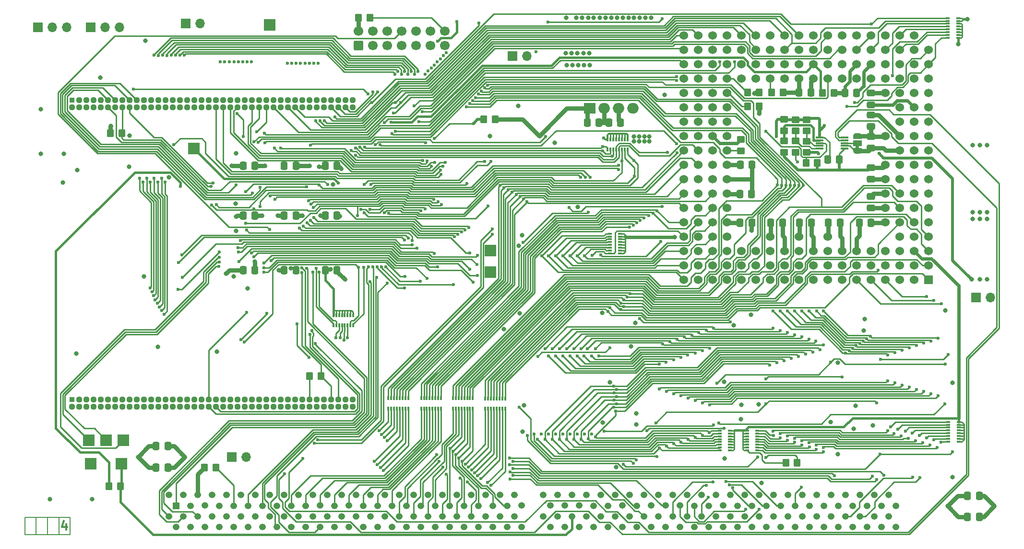
<source format=gbr>
G04 #@! TF.GenerationSoftware,KiCad,Pcbnew,7.0.5-0*
G04 #@! TF.CreationDate,2023-07-16T23:29:11+02:00*
G04 #@! TF.ProjectId,Z3660_v02,5a333636-305f-4763-9032-2e6b69636164,rev?*
G04 #@! TF.SameCoordinates,Original*
G04 #@! TF.FileFunction,Copper,L4,Bot*
G04 #@! TF.FilePolarity,Positive*
%FSLAX46Y46*%
G04 Gerber Fmt 4.6, Leading zero omitted, Abs format (unit mm)*
G04 Created by KiCad (PCBNEW 7.0.5-0) date 2023-07-16 23:29:11*
%MOMM*%
%LPD*%
G01*
G04 APERTURE LIST*
G04 Aperture macros list*
%AMRoundRect*
0 Rectangle with rounded corners*
0 $1 Rounding radius*
0 $2 $3 $4 $5 $6 $7 $8 $9 X,Y pos of 4 corners*
0 Add a 4 corners polygon primitive as box body*
4,1,4,$2,$3,$4,$5,$6,$7,$8,$9,$2,$3,0*
0 Add four circle primitives for the rounded corners*
1,1,$1+$1,$2,$3*
1,1,$1+$1,$4,$5*
1,1,$1+$1,$6,$7*
1,1,$1+$1,$8,$9*
0 Add four rect primitives between the rounded corners*
20,1,$1+$1,$2,$3,$4,$5,0*
20,1,$1+$1,$4,$5,$6,$7,0*
20,1,$1+$1,$6,$7,$8,$9,0*
20,1,$1+$1,$8,$9,$2,$3,0*%
%AMFreePoly0*
4,1,19,0.550000,-0.750000,0.000000,-0.750000,0.000000,-0.744911,-0.071157,-0.744911,-0.207708,-0.704816,-0.327430,-0.627875,-0.420627,-0.520320,-0.479746,-0.390866,-0.500000,-0.250000,-0.500000,0.250000,-0.479746,0.390866,-0.420627,0.520320,-0.327430,0.627875,-0.207708,0.704816,-0.071157,0.744911,0.000000,0.744911,0.000000,0.750000,0.550000,0.750000,0.550000,-0.750000,0.550000,-0.750000,
$1*%
%AMFreePoly1*
4,1,19,0.000000,0.744911,0.071157,0.744911,0.207708,0.704816,0.327430,0.627875,0.420627,0.520320,0.479746,0.390866,0.500000,0.250000,0.500000,-0.250000,0.479746,-0.390866,0.420627,-0.520320,0.327430,-0.627875,0.207708,-0.704816,0.071157,-0.744911,0.000000,-0.744911,0.000000,-0.750000,-0.550000,-0.750000,-0.550000,0.750000,0.000000,0.750000,0.000000,0.744911,0.000000,0.744911,
$1*%
G04 Aperture macros list end*
G04 #@! TA.AperFunction,NonConductor*
%ADD10C,0.150000*%
G04 #@! TD*
%ADD11C,0.300000*%
G04 #@! TA.AperFunction,NonConductor*
%ADD12C,0.300000*%
G04 #@! TD*
G04 #@! TA.AperFunction,ComponentPad*
%ADD13R,1.700000X1.700000*%
G04 #@! TD*
G04 #@! TA.AperFunction,ComponentPad*
%ADD14O,1.700000X1.700000*%
G04 #@! TD*
G04 #@! TA.AperFunction,ComponentPad*
%ADD15RoundRect,0.250000X0.600000X-0.600000X0.600000X0.600000X-0.600000X0.600000X-0.600000X-0.600000X0*%
G04 #@! TD*
G04 #@! TA.AperFunction,ComponentPad*
%ADD16C,1.700000*%
G04 #@! TD*
G04 #@! TA.AperFunction,ComponentPad*
%ADD17R,2.000000X2.000000*%
G04 #@! TD*
G04 #@! TA.AperFunction,ComponentPad*
%ADD18R,2.000000X1.905000*%
G04 #@! TD*
G04 #@! TA.AperFunction,ComponentPad*
%ADD19O,2.000000X1.905000*%
G04 #@! TD*
G04 #@! TA.AperFunction,ComponentPad*
%ADD20R,1.524000X1.524000*%
G04 #@! TD*
G04 #@! TA.AperFunction,ComponentPad*
%ADD21C,1.524000*%
G04 #@! TD*
G04 #@! TA.AperFunction,SMDPad,CuDef*
%ADD22RoundRect,0.250000X-0.337500X-0.475000X0.337500X-0.475000X0.337500X0.475000X-0.337500X0.475000X0*%
G04 #@! TD*
G04 #@! TA.AperFunction,SMDPad,CuDef*
%ADD23RoundRect,0.250000X0.350000X0.450000X-0.350000X0.450000X-0.350000X-0.450000X0.350000X-0.450000X0*%
G04 #@! TD*
G04 #@! TA.AperFunction,SMDPad,CuDef*
%ADD24R,0.800000X0.300000*%
G04 #@! TD*
G04 #@! TA.AperFunction,SMDPad,CuDef*
%ADD25R,0.300000X0.800000*%
G04 #@! TD*
G04 #@! TA.AperFunction,SMDPad,CuDef*
%ADD26RoundRect,0.250000X-0.475000X0.337500X-0.475000X-0.337500X0.475000X-0.337500X0.475000X0.337500X0*%
G04 #@! TD*
G04 #@! TA.AperFunction,SMDPad,CuDef*
%ADD27RoundRect,0.250000X0.450000X-0.350000X0.450000X0.350000X-0.450000X0.350000X-0.450000X-0.350000X0*%
G04 #@! TD*
G04 #@! TA.AperFunction,SMDPad,CuDef*
%ADD28RoundRect,0.250000X-0.350000X-0.450000X0.350000X-0.450000X0.350000X0.450000X-0.350000X0.450000X0*%
G04 #@! TD*
G04 #@! TA.AperFunction,SMDPad,CuDef*
%ADD29RoundRect,0.250000X0.475000X-0.337500X0.475000X0.337500X-0.475000X0.337500X-0.475000X-0.337500X0*%
G04 #@! TD*
G04 #@! TA.AperFunction,SMDPad,CuDef*
%ADD30RoundRect,0.250000X0.337500X0.475000X-0.337500X0.475000X-0.337500X-0.475000X0.337500X-0.475000X0*%
G04 #@! TD*
G04 #@! TA.AperFunction,ComponentPad*
%ADD31R,0.950000X0.950000*%
G04 #@! TD*
G04 #@! TA.AperFunction,ComponentPad*
%ADD32RoundRect,0.237500X-0.237500X0.237500X-0.237500X-0.237500X0.237500X-0.237500X0.237500X0.237500X0*%
G04 #@! TD*
G04 #@! TA.AperFunction,ComponentPad*
%ADD33R,1.200000X1.200000*%
G04 #@! TD*
G04 #@! TA.AperFunction,ComponentPad*
%ADD34O,1.200000X1.200000*%
G04 #@! TD*
G04 #@! TA.AperFunction,SMDPad,CuDef*
%ADD35C,0.500000*%
G04 #@! TD*
G04 #@! TA.AperFunction,SMDPad,CuDef*
%ADD36FreePoly0,90.000000*%
G04 #@! TD*
G04 #@! TA.AperFunction,SMDPad,CuDef*
%ADD37R,1.500000X1.000000*%
G04 #@! TD*
G04 #@! TA.AperFunction,SMDPad,CuDef*
%ADD38FreePoly1,90.000000*%
G04 #@! TD*
G04 #@! TA.AperFunction,SMDPad,CuDef*
%ADD39R,1.400000X0.300000*%
G04 #@! TD*
G04 #@! TA.AperFunction,ViaPad*
%ADD40C,0.800000*%
G04 #@! TD*
G04 #@! TA.AperFunction,ViaPad*
%ADD41C,0.600000*%
G04 #@! TD*
G04 #@! TA.AperFunction,Conductor*
%ADD42C,0.250000*%
G04 #@! TD*
G04 #@! TA.AperFunction,Conductor*
%ADD43C,0.800000*%
G04 #@! TD*
G04 #@! TA.AperFunction,Conductor*
%ADD44C,0.500000*%
G04 #@! TD*
G04 #@! TA.AperFunction,Conductor*
%ADD45C,0.600000*%
G04 #@! TD*
G04 #@! TA.AperFunction,Conductor*
%ADD46C,0.400000*%
G04 #@! TD*
G04 #@! TA.AperFunction,Conductor*
%ADD47C,0.300000*%
G04 #@! TD*
G04 APERTURE END LIST*
D10*
X88576000Y-118999000D02*
X88576000Y-122047000D01*
X88576000Y-122047000D02*
X80576000Y-122047000D01*
X80576000Y-122047000D02*
X80576000Y-118999000D01*
X86582000Y-118999000D02*
X86582000Y-122047000D01*
X82582000Y-118999000D02*
X82582000Y-122047000D01*
X84582000Y-118999000D02*
X84582000Y-122047000D01*
X80576000Y-118999000D02*
X88576000Y-118999000D01*
D11*
D12*
X87846715Y-120201328D02*
X87846715Y-121201328D01*
X87489572Y-119629900D02*
X87132429Y-120701328D01*
X87132429Y-120701328D02*
X88061000Y-120701328D01*
G04 #@! TA.AperFunction,EtchedComponent*
G36*
X222953200Y-57908000D02*
G01*
X221953200Y-57908000D01*
X221953200Y-57408000D01*
X222953200Y-57408000D01*
X222953200Y-57908000D01*
G37*
G04 #@! TD.AperFunction*
G04 #@! TA.AperFunction,EtchedComponent*
G36*
X221026800Y-49928400D02*
G01*
X220526800Y-49928400D01*
X220526800Y-48928400D01*
X221026800Y-48928400D01*
X221026800Y-49928400D01*
G37*
G04 #@! TD.AperFunction*
G04 #@! TA.AperFunction,EtchedComponent*
G36*
X227782400Y-53803600D02*
G01*
X227182400Y-53803600D01*
X227182400Y-53303600D01*
X227782400Y-53303600D01*
X227782400Y-53803600D01*
G37*
G04 #@! TD.AperFunction*
G04 #@! TA.AperFunction,EtchedComponent*
G36*
X213406800Y-50342800D02*
G01*
X212906800Y-50342800D01*
X212906800Y-49342800D01*
X213406800Y-49342800D01*
X213406800Y-50342800D01*
G37*
G04 #@! TD.AperFunction*
D13*
X248412000Y-80137000D03*
D14*
X250952000Y-80137000D03*
D13*
X108981000Y-31750000D03*
D14*
X111521000Y-31750000D03*
D15*
X139446000Y-35610800D03*
D16*
X139446000Y-33070800D03*
X141986000Y-35610800D03*
X141986000Y-33070800D03*
X144526000Y-35610800D03*
X144526000Y-33070800D03*
X147066000Y-35610800D03*
X147066000Y-33070800D03*
X149606000Y-35610800D03*
X149606000Y-33070800D03*
X152146000Y-35610800D03*
X152146000Y-33070800D03*
X154686000Y-35610800D03*
X154686000Y-33070800D03*
D17*
X123768000Y-32004000D03*
X162712400Y-75641200D03*
X110388400Y-53797200D03*
X92178000Y-109551600D03*
X97613600Y-109551600D03*
X94921200Y-105386000D03*
D13*
X166624000Y-37490400D03*
D14*
X169164000Y-37490400D03*
D13*
X117094000Y-108331000D03*
D14*
X119634000Y-108331000D03*
D17*
X97969200Y-105386000D03*
D13*
X82895300Y-32361200D03*
D14*
X85435300Y-32361200D03*
X87975300Y-32361200D03*
D18*
X180213000Y-46736000D03*
D19*
X182753000Y-46736000D03*
X185293000Y-46736000D03*
X187833000Y-46736000D03*
D13*
X92191700Y-32361200D03*
D14*
X94731700Y-32361200D03*
X97271700Y-32361200D03*
D17*
X91873200Y-105386000D03*
X162712400Y-71882000D03*
D20*
X240055000Y-77050900D03*
D21*
X237515000Y-77050900D03*
X234975000Y-77050900D03*
X232435000Y-77050900D03*
X229895000Y-77050900D03*
X227355000Y-77050900D03*
X224815000Y-77050900D03*
X222275000Y-77050900D03*
X219735000Y-77050900D03*
X217195000Y-77050900D03*
X214655000Y-77050900D03*
X212115000Y-77050900D03*
X209575000Y-77050900D03*
X207035000Y-77050900D03*
X204495000Y-77050900D03*
X201955000Y-77050900D03*
X199415000Y-77050900D03*
X196875000Y-77050900D03*
X240055000Y-74510900D03*
X237515000Y-74510900D03*
X234975000Y-74510900D03*
X232435000Y-74510900D03*
X229895000Y-74510900D03*
X227355000Y-74510900D03*
X224815000Y-74510900D03*
X222275000Y-74510900D03*
X219735000Y-74510900D03*
X217195000Y-74510900D03*
X214655000Y-74510900D03*
X212115000Y-74510900D03*
X209575000Y-74510900D03*
X207035000Y-74510900D03*
X204495000Y-74510900D03*
X201955000Y-74510900D03*
X199415000Y-74510900D03*
X196875000Y-74510900D03*
X240055000Y-71970900D03*
X237515000Y-71970900D03*
X234975000Y-71970900D03*
X232435000Y-71970900D03*
X229895000Y-71970900D03*
X227355000Y-71970900D03*
X224815000Y-71970900D03*
X222275000Y-71970900D03*
X219735000Y-71970900D03*
X217195000Y-71970900D03*
X214655000Y-71970900D03*
X212115000Y-71970900D03*
X209575000Y-71970900D03*
X207035000Y-71970900D03*
X204495000Y-71970900D03*
X201955000Y-71970900D03*
X199415000Y-71970900D03*
X196875000Y-71970900D03*
X240055000Y-69430900D03*
X237515000Y-69430900D03*
X234975000Y-69430900D03*
X201955000Y-69430900D03*
X199415000Y-69430900D03*
X196875000Y-69430900D03*
X240055000Y-66890900D03*
X237515000Y-66890900D03*
X234975000Y-66890900D03*
X201955000Y-66890900D03*
X199415000Y-66890900D03*
X196875000Y-66890900D03*
X240055000Y-64350900D03*
X237515000Y-64350900D03*
X234975000Y-64350900D03*
X201955000Y-64350900D03*
X199415000Y-64350900D03*
X196875000Y-64350900D03*
X240055000Y-61810900D03*
X237515000Y-61810900D03*
X234975000Y-61810900D03*
X201955000Y-61810900D03*
X199415000Y-61810900D03*
X196875000Y-61810900D03*
X240055000Y-59270900D03*
X237515000Y-59270900D03*
X234975000Y-59270900D03*
X201955000Y-59270900D03*
X199415000Y-59270900D03*
X196875000Y-59270900D03*
X240055000Y-56730900D03*
X237515000Y-56730900D03*
X234975000Y-56730900D03*
X201955000Y-56730900D03*
X199415000Y-56730900D03*
X196875000Y-56730900D03*
X240055000Y-54190900D03*
X237515000Y-54190900D03*
X234975000Y-54190900D03*
X201955000Y-54190900D03*
X199415000Y-54190900D03*
X196875000Y-54190900D03*
X240055000Y-51650900D03*
X237515000Y-51650900D03*
X234975000Y-51650900D03*
X201955000Y-51650900D03*
X199415000Y-51650900D03*
X196875000Y-51650900D03*
X240055000Y-49110900D03*
X237515000Y-49110900D03*
X234975000Y-49110900D03*
X201955000Y-49110900D03*
X199415000Y-49110900D03*
X196875000Y-49110900D03*
X240055000Y-46570900D03*
X237515000Y-46570900D03*
X234975000Y-46570900D03*
X201955000Y-46570900D03*
X199415000Y-46570900D03*
X196875000Y-46570900D03*
X240055000Y-44030900D03*
X237515000Y-44030900D03*
X234975000Y-44030900D03*
X201955000Y-44030900D03*
X199415000Y-44030900D03*
X196875000Y-44030900D03*
X240055000Y-41490900D03*
X237515000Y-41490900D03*
X234975000Y-41490900D03*
X201955000Y-41490900D03*
X199415000Y-41490900D03*
X196875000Y-41490900D03*
X240055000Y-38950900D03*
X237515000Y-38950900D03*
X234975000Y-38950900D03*
X232435000Y-38950900D03*
X229895000Y-38950900D03*
X227355000Y-38950900D03*
X224815000Y-38950900D03*
X222275000Y-38950900D03*
X219735000Y-38950900D03*
X217195000Y-38950900D03*
X214655000Y-38950900D03*
X212115000Y-38950900D03*
X209575000Y-38950900D03*
X207035000Y-38950900D03*
X204495000Y-38950900D03*
X201955000Y-38950900D03*
X199415000Y-38950900D03*
X196875000Y-38950900D03*
X240055000Y-36410900D03*
X237515000Y-36410900D03*
X234975000Y-36410900D03*
X232435000Y-36410900D03*
X229895000Y-36410900D03*
X227355000Y-36410900D03*
X224815000Y-36410900D03*
X222275000Y-36410900D03*
X219735000Y-36410900D03*
X217195000Y-36410900D03*
X214655000Y-36410900D03*
X212115000Y-36410900D03*
X209575000Y-36410900D03*
X207035000Y-36410900D03*
X204495000Y-36410900D03*
X201955000Y-36410900D03*
X199415000Y-36410900D03*
X196875000Y-36410900D03*
X237515000Y-33870900D03*
X234975000Y-33870900D03*
X232435000Y-33870900D03*
X229895000Y-33870900D03*
X227355000Y-33870900D03*
X224815000Y-33870900D03*
X222275000Y-33870900D03*
X219735000Y-33870900D03*
X217195000Y-33870900D03*
X214655000Y-33870900D03*
X212115000Y-33870900D03*
X209575000Y-33870900D03*
X207035000Y-33870900D03*
X204495000Y-33870900D03*
X201955000Y-33870900D03*
X199415000Y-33870900D03*
X196875000Y-33870900D03*
X222275000Y-69430900D03*
X217195000Y-69430900D03*
X212115000Y-69430900D03*
X204495000Y-69430900D03*
X232435000Y-66890900D03*
X204495000Y-66890900D03*
X232435000Y-64350900D03*
X204495000Y-64350900D03*
X232435000Y-61810900D03*
X204495000Y-61810900D03*
X232435000Y-59270900D03*
X204495000Y-59270900D03*
X232435000Y-56730900D03*
X204495000Y-56730900D03*
X204495000Y-54190900D03*
X232435000Y-51650900D03*
X204495000Y-51650900D03*
X204495000Y-49110900D03*
X204495000Y-46570900D03*
X232435000Y-44030900D03*
X204495000Y-44030900D03*
X232435000Y-41490900D03*
X229895000Y-41490900D03*
X227355000Y-41490900D03*
X224815000Y-41490900D03*
X222275000Y-41490900D03*
X219735000Y-41490900D03*
X217195000Y-41490900D03*
X214655000Y-41490900D03*
X212115000Y-41490900D03*
X209575000Y-41490900D03*
X207035000Y-41490900D03*
X204495000Y-41490900D03*
D22*
X246917300Y-115239800D03*
X248992300Y-115239800D03*
D23*
X161534600Y-48681200D03*
X163534600Y-48681200D03*
D24*
X204989000Y-103676000D03*
X204989000Y-104176000D03*
X204989000Y-104676000D03*
X204989000Y-105176000D03*
X204989000Y-105676000D03*
X204989000Y-106176000D03*
X204989000Y-106676000D03*
X204989000Y-107176000D03*
X203189000Y-107176000D03*
X203189000Y-106676000D03*
X203189000Y-106176000D03*
X203189000Y-105676000D03*
X203189000Y-105176000D03*
X203189000Y-104676000D03*
X203189000Y-104176000D03*
X203189000Y-103676000D03*
X243531000Y-105636000D03*
X243531000Y-105136000D03*
X243531000Y-104636000D03*
X243531000Y-104136000D03*
X243531000Y-103636000D03*
X243531000Y-103136000D03*
X243531000Y-102636000D03*
X243531000Y-102136000D03*
X245331000Y-102136000D03*
X245331000Y-102636000D03*
X245331000Y-103136000D03*
X245331000Y-103636000D03*
X245331000Y-104136000D03*
X245331000Y-104636000D03*
X245331000Y-105136000D03*
X245331000Y-105636000D03*
D25*
X183416000Y-52186000D03*
X183916000Y-52186000D03*
X184416000Y-52186000D03*
X184916000Y-52186000D03*
X185416000Y-52186000D03*
X185916000Y-52186000D03*
X186416000Y-52186000D03*
X186916000Y-52186000D03*
X186916000Y-53986000D03*
X186416000Y-53986000D03*
X185916000Y-53986000D03*
X185416000Y-53986000D03*
X184916000Y-53986000D03*
X184416000Y-53986000D03*
X183916000Y-53986000D03*
X183416000Y-53986000D03*
D24*
X245237000Y-30758000D03*
X245237000Y-31258000D03*
X245237000Y-31758000D03*
X245237000Y-32258000D03*
X245237000Y-32758000D03*
X245237000Y-33258000D03*
X245237000Y-33758000D03*
X245237000Y-34258000D03*
X243437000Y-34258000D03*
X243437000Y-33758000D03*
X243437000Y-33258000D03*
X243437000Y-32758000D03*
X243437000Y-32258000D03*
X243437000Y-31758000D03*
X243437000Y-31258000D03*
X243437000Y-30758000D03*
X183822000Y-72362000D03*
X183822000Y-71862000D03*
X183822000Y-71362000D03*
X183822000Y-70862000D03*
X183822000Y-70362000D03*
X183822000Y-69862000D03*
X183822000Y-69362000D03*
X183822000Y-68862000D03*
X185622000Y-68862000D03*
X185622000Y-69362000D03*
X185622000Y-69862000D03*
X185622000Y-70362000D03*
X185622000Y-70862000D03*
X185622000Y-71362000D03*
X185622000Y-71862000D03*
X185622000Y-72362000D03*
D26*
X229870000Y-44026000D03*
X229870000Y-46101000D03*
D22*
X103717200Y-110210600D03*
X105792200Y-110210600D03*
D27*
X206883000Y-52213000D03*
X206883000Y-54213000D03*
D28*
X210143600Y-46380400D03*
X208143600Y-46380400D03*
X214360000Y-43942000D03*
X212360000Y-43942000D03*
X114258600Y-110200000D03*
X112258600Y-110200000D03*
D24*
X208015000Y-107176000D03*
X208015000Y-106676000D03*
X208015000Y-106176000D03*
X208015000Y-105676000D03*
X208015000Y-105176000D03*
X208015000Y-104676000D03*
X208015000Y-104176000D03*
X208015000Y-103676000D03*
X209815000Y-103676000D03*
X209815000Y-104176000D03*
X209815000Y-104676000D03*
X209815000Y-105176000D03*
X209815000Y-105676000D03*
X209815000Y-106176000D03*
X209815000Y-106676000D03*
X209815000Y-107176000D03*
D25*
X135029000Y-83301000D03*
X135529000Y-83301000D03*
X136029000Y-83301000D03*
X136529000Y-83301000D03*
X137029000Y-83301000D03*
X137529000Y-83301000D03*
X138029000Y-83301000D03*
X138529000Y-83301000D03*
X138529000Y-85101000D03*
X138029000Y-85101000D03*
X137529000Y-85101000D03*
X137029000Y-85101000D03*
X136529000Y-85101000D03*
X136029000Y-85101000D03*
X135529000Y-85101000D03*
X135029000Y-85101000D03*
X165312800Y-99783200D03*
X164812800Y-99783200D03*
X164312800Y-99783200D03*
X163812800Y-99783200D03*
X163312800Y-99783200D03*
X162812800Y-99783200D03*
X162312800Y-99783200D03*
X161812800Y-99783200D03*
X161812800Y-97983200D03*
X162312800Y-97983200D03*
X162812800Y-97983200D03*
X163312800Y-97983200D03*
X163812800Y-97983200D03*
X164312800Y-97983200D03*
X164812800Y-97983200D03*
X165312800Y-97983200D03*
X154004400Y-99763000D03*
X153504400Y-99763000D03*
X153004400Y-99763000D03*
X152504400Y-99763000D03*
X152004400Y-99763000D03*
X151504400Y-99763000D03*
X151004400Y-99763000D03*
X150504400Y-99763000D03*
X150504400Y-97963000D03*
X151004400Y-97963000D03*
X151504400Y-97963000D03*
X152004400Y-97963000D03*
X152504400Y-97963000D03*
X153004400Y-97963000D03*
X153504400Y-97963000D03*
X154004400Y-97963000D03*
X148212000Y-99763000D03*
X147712000Y-99763000D03*
X147212000Y-99763000D03*
X146712000Y-99763000D03*
X146212000Y-99763000D03*
X145712000Y-99763000D03*
X145212000Y-99763000D03*
X144712000Y-99763000D03*
X144712000Y-97963000D03*
X145212000Y-97963000D03*
X145712000Y-97963000D03*
X146212000Y-97963000D03*
X146712000Y-97963000D03*
X147212000Y-97963000D03*
X147712000Y-97963000D03*
X148212000Y-97963000D03*
D29*
X229870000Y-49932500D03*
X229870000Y-47857500D03*
D22*
X103717200Y-106400600D03*
X105792200Y-106400600D03*
X246917300Y-118922800D03*
X248992300Y-118922800D03*
D28*
X210143600Y-43942000D03*
X208143600Y-43942000D03*
D25*
X159623200Y-99763000D03*
X159123200Y-99763000D03*
X158623200Y-99763000D03*
X158123200Y-99763000D03*
X157623200Y-99763000D03*
X157123200Y-99763000D03*
X156623200Y-99763000D03*
X156123200Y-99763000D03*
X156123200Y-97963000D03*
X156623200Y-97963000D03*
X157123200Y-97963000D03*
X157623200Y-97963000D03*
X158123200Y-97963000D03*
X158623200Y-97963000D03*
X159123200Y-97963000D03*
X159623200Y-97963000D03*
D23*
X214868000Y-109393000D03*
X216868000Y-109393000D03*
X139462000Y-30734000D03*
X141462000Y-30734000D03*
D22*
X126343500Y-56896000D03*
X128418500Y-56896000D03*
D30*
X121179500Y-65659000D03*
X119104500Y-65659000D03*
D22*
X126343500Y-65659000D03*
X128418500Y-65659000D03*
X133582500Y-65659000D03*
X135657500Y-65659000D03*
D30*
X121179500Y-75311000D03*
X119104500Y-75311000D03*
X128418500Y-75311000D03*
X126343500Y-75311000D03*
X229891500Y-66929000D03*
X227816500Y-66929000D03*
D22*
X212195500Y-66929000D03*
X214270500Y-66929000D03*
X217275500Y-66929000D03*
X219350500Y-66929000D03*
X222355500Y-66929000D03*
X224430500Y-66929000D03*
D26*
X229870000Y-57192000D03*
X229870000Y-59267000D03*
X229870000Y-51667500D03*
X229870000Y-53742500D03*
D22*
X206756500Y-66929000D03*
X208831500Y-66929000D03*
D26*
X229870000Y-62272000D03*
X229870000Y-64347000D03*
D22*
X206734500Y-61849000D03*
X208809500Y-61849000D03*
X133582500Y-56896000D03*
X135657500Y-56896000D03*
X119104500Y-56896000D03*
X121179500Y-56896000D03*
D30*
X185695500Y-49276000D03*
X183620500Y-49276000D03*
D22*
X179810500Y-49276000D03*
X181885500Y-49276000D03*
D30*
X227351500Y-43992800D03*
X225276500Y-43992800D03*
D22*
X206798000Y-56705500D03*
X208873000Y-56705500D03*
D31*
X88883000Y-45256500D03*
D32*
X88883000Y-46526500D03*
X90153000Y-45256500D03*
X90153000Y-46526500D03*
X91423000Y-45256500D03*
X91423000Y-46526500D03*
X92693000Y-45256500D03*
X92693000Y-46526500D03*
X93963000Y-45256500D03*
X93963000Y-46526500D03*
X95233000Y-45256500D03*
X95233000Y-46526500D03*
X96503000Y-45256500D03*
X96503000Y-46526500D03*
X97773000Y-45256500D03*
X97773000Y-46526500D03*
X99043000Y-45256500D03*
X99043000Y-46526500D03*
X100313000Y-45256500D03*
X100313000Y-46526500D03*
X101583000Y-45256500D03*
X101583000Y-46526500D03*
X102853000Y-45256500D03*
X102853000Y-46526500D03*
X104123000Y-45256500D03*
X104123000Y-46526500D03*
X105393000Y-45256500D03*
X105393000Y-46526500D03*
X106663000Y-45256500D03*
X106663000Y-46526500D03*
X107933000Y-45256500D03*
X107933000Y-46526500D03*
X109203000Y-45256500D03*
X109203000Y-46526500D03*
X110473000Y-45256500D03*
X110473000Y-46526500D03*
X111743000Y-45256500D03*
X111743000Y-46526500D03*
X113013000Y-45256500D03*
X113013000Y-46526500D03*
X114283000Y-45256500D03*
X114283000Y-46526500D03*
X115553000Y-45256500D03*
X115553000Y-46526500D03*
X116823000Y-45256500D03*
X116823000Y-46526500D03*
X118093000Y-45256500D03*
X118093000Y-46526500D03*
X119363000Y-45256500D03*
X119363000Y-46526500D03*
X120633000Y-45256500D03*
X120633000Y-46526500D03*
X121903000Y-45256500D03*
X121903000Y-46526500D03*
X123173000Y-45256500D03*
X123173000Y-46526500D03*
X124443000Y-45256500D03*
X124443000Y-46526500D03*
X125713000Y-45256500D03*
X125713000Y-46526500D03*
X126983000Y-45256500D03*
X126983000Y-46526500D03*
X128253000Y-45256500D03*
X128253000Y-46526500D03*
X129523000Y-45256500D03*
X129523000Y-46526500D03*
X130793000Y-45256500D03*
X130793000Y-46526500D03*
X132063000Y-45256500D03*
X132063000Y-46526500D03*
X133333000Y-45256500D03*
X133333000Y-46526500D03*
X134603000Y-45256500D03*
X134603000Y-46526500D03*
X135873000Y-45256500D03*
X135873000Y-46526500D03*
X137143000Y-45256500D03*
X137143000Y-46526500D03*
X138413000Y-45256500D03*
X138413000Y-46526500D03*
D31*
X88883000Y-98193000D03*
D32*
X88883000Y-99463000D03*
X90153000Y-98193000D03*
X90153000Y-99463000D03*
X91423000Y-98193000D03*
X91423000Y-99463000D03*
X92693000Y-98193000D03*
X92693000Y-99463000D03*
X93963000Y-98193000D03*
X93963000Y-99463000D03*
X95233000Y-98193000D03*
X95233000Y-99463000D03*
X96503000Y-98193000D03*
X96503000Y-99463000D03*
X97773000Y-98193000D03*
X97773000Y-99463000D03*
X99043000Y-98193000D03*
X99043000Y-99463000D03*
X100313000Y-98193000D03*
X100313000Y-99463000D03*
X101583000Y-98193000D03*
X101583000Y-99463000D03*
X102853000Y-98193000D03*
X102853000Y-99463000D03*
X104123000Y-98193000D03*
X104123000Y-99463000D03*
X105393000Y-98193000D03*
X105393000Y-99463000D03*
X106663000Y-98193000D03*
X106663000Y-99463000D03*
X107933000Y-98193000D03*
X107933000Y-99463000D03*
X109203000Y-98193000D03*
X109203000Y-99463000D03*
X110473000Y-98193000D03*
X110473000Y-99463000D03*
X111743000Y-98193000D03*
X111743000Y-99463000D03*
X113013000Y-98193000D03*
X113013000Y-99463000D03*
X114283000Y-98193000D03*
X114283000Y-99463000D03*
X115553000Y-98193000D03*
X115553000Y-99463000D03*
X116823000Y-98193000D03*
X116823000Y-99463000D03*
X118093000Y-98193000D03*
X118093000Y-99463000D03*
X119363000Y-98193000D03*
X119363000Y-99463000D03*
X120633000Y-98193000D03*
X120633000Y-99463000D03*
X121903000Y-98193000D03*
X121903000Y-99463000D03*
X123173000Y-98193000D03*
X123173000Y-99463000D03*
X124443000Y-98193000D03*
X124443000Y-99463000D03*
X125713000Y-98193000D03*
X125713000Y-99463000D03*
X126983000Y-98193000D03*
X126983000Y-99463000D03*
X128253000Y-98193000D03*
X128253000Y-99463000D03*
X129523000Y-98193000D03*
X129523000Y-99463000D03*
X130793000Y-98193000D03*
X130793000Y-99463000D03*
X132063000Y-98193000D03*
X132063000Y-99463000D03*
X133333000Y-98193000D03*
X133333000Y-99463000D03*
X134603000Y-98193000D03*
X134603000Y-99463000D03*
X135873000Y-98193000D03*
X135873000Y-99463000D03*
X137143000Y-98193000D03*
X137143000Y-99463000D03*
X138413000Y-98193000D03*
X138413000Y-99463000D03*
D33*
X107239000Y-116954500D03*
D34*
X105964986Y-115024415D03*
X107234986Y-120739415D03*
X105964986Y-118859500D03*
X109774986Y-116954500D03*
X108504986Y-115024415D03*
X109774986Y-120739415D03*
X108504986Y-118859500D03*
X112314986Y-116929415D03*
X111044986Y-115024415D03*
X112314986Y-120739415D03*
X111044986Y-118859500D03*
X114854986Y-116954500D03*
X113584986Y-115024415D03*
X114854986Y-120739415D03*
X113584986Y-118834415D03*
X117394986Y-116954500D03*
X116124986Y-115024415D03*
X117394986Y-120739415D03*
X116124986Y-118859500D03*
X119934986Y-116954500D03*
X118664986Y-115024415D03*
X119934986Y-120739415D03*
X118664986Y-118859500D03*
X122474986Y-116954500D03*
X121204986Y-115024415D03*
X122474986Y-120739415D03*
X121204986Y-118834415D03*
X125014986Y-116954500D03*
X123744986Y-115024415D03*
X125014986Y-120739415D03*
X123744986Y-118859500D03*
X127554986Y-116954500D03*
X126284986Y-115024415D03*
X127554986Y-120739415D03*
X126284986Y-118834415D03*
X130094986Y-116954500D03*
X128824986Y-115024415D03*
X130094986Y-120739415D03*
X128824986Y-118859500D03*
X132634986Y-116929415D03*
X131364986Y-115024415D03*
X132634986Y-120739415D03*
X131364986Y-118834415D03*
X135174986Y-116954500D03*
X133904986Y-115024415D03*
X135174986Y-120739415D03*
X133904986Y-118859500D03*
X137714986Y-116929415D03*
X136444986Y-115024415D03*
X137714986Y-120739415D03*
X136444986Y-118859500D03*
X140254986Y-116954500D03*
X138984986Y-115024415D03*
X140254986Y-120739415D03*
X138984986Y-118859500D03*
X142794986Y-116954500D03*
X141524986Y-115024415D03*
X142794986Y-120739415D03*
X141524986Y-118834415D03*
X145334986Y-116954500D03*
X144064986Y-115024415D03*
X145334986Y-120739415D03*
X144064986Y-118859500D03*
X147874986Y-116954500D03*
X146604986Y-115024415D03*
X147874986Y-120739415D03*
X146604986Y-118859500D03*
X150414986Y-116954500D03*
X149144986Y-115024415D03*
X150414986Y-120739415D03*
X149144986Y-118834415D03*
X152954986Y-116954500D03*
X151684986Y-115024415D03*
X152954986Y-120739415D03*
X151684986Y-118859500D03*
X155494986Y-116954500D03*
X154224986Y-115024415D03*
X155494986Y-120739415D03*
X154224986Y-118834415D03*
X158034986Y-116954500D03*
X156764986Y-115024415D03*
X158034986Y-120739415D03*
X156764986Y-118859500D03*
X160574986Y-116954500D03*
X159304986Y-115024415D03*
X160574986Y-120739415D03*
X159304986Y-118834415D03*
X163114986Y-116954500D03*
X161844986Y-115024415D03*
X163114986Y-120739415D03*
X161844986Y-118859500D03*
X165654986Y-116954500D03*
X164384986Y-115024415D03*
X165654986Y-120739415D03*
X164384986Y-118834415D03*
X168194986Y-116929415D03*
X166924986Y-115024415D03*
X168194986Y-120739415D03*
X166924986Y-118859500D03*
X173274986Y-116929415D03*
X172004986Y-115024415D03*
X173274986Y-120739415D03*
X172004986Y-118859500D03*
X175814986Y-116929415D03*
X174544986Y-115024415D03*
X175814986Y-120739415D03*
X174544986Y-118834415D03*
X178354986Y-116929415D03*
X177084986Y-115024415D03*
X178354986Y-120739415D03*
X177084986Y-118859500D03*
X180894986Y-116954500D03*
X179624986Y-115024415D03*
X180894986Y-120739415D03*
X179624986Y-118859500D03*
X183434986Y-116954500D03*
X182164986Y-115024415D03*
X183434986Y-120739415D03*
X182164986Y-118834415D03*
X185974986Y-116929415D03*
X184704986Y-115024415D03*
X185974986Y-120739415D03*
X184704986Y-118859500D03*
X188514986Y-116954500D03*
X187244986Y-115024415D03*
X188514986Y-120739415D03*
X187244986Y-118859500D03*
X191054986Y-116929415D03*
X189784986Y-115024415D03*
X191054986Y-120739415D03*
X189784986Y-118859500D03*
X193594986Y-116929415D03*
X192324986Y-115024415D03*
X193594986Y-120739415D03*
X192324986Y-118834415D03*
X196134986Y-116929415D03*
X194864986Y-115024415D03*
X196134986Y-120739415D03*
X194864986Y-118859500D03*
X198674986Y-116954500D03*
X197404986Y-115024415D03*
X198674986Y-120739415D03*
X197404986Y-118859500D03*
X201219000Y-116954500D03*
X199944986Y-115024415D03*
X201214986Y-120739415D03*
X199944986Y-118859500D03*
X203754986Y-116929415D03*
X202484986Y-115024415D03*
X203754986Y-120739415D03*
X202484986Y-118859500D03*
X206294986Y-116954500D03*
X205024986Y-115024415D03*
X206294986Y-120739415D03*
X205024986Y-118834415D03*
X208834986Y-116954500D03*
X207564986Y-115024415D03*
X208834986Y-120739415D03*
X207564986Y-118859500D03*
X211379000Y-116954500D03*
X210104986Y-115024415D03*
X211374986Y-120739415D03*
X210104986Y-118859500D03*
X213919000Y-116954500D03*
X212644986Y-115024415D03*
X213914986Y-120739415D03*
X212644986Y-118859500D03*
X216454986Y-116954500D03*
X215184986Y-115024415D03*
X216454986Y-120739415D03*
X215184986Y-118859500D03*
X218994986Y-116954500D03*
X217724986Y-115024415D03*
X218994986Y-120739415D03*
X217724986Y-118859500D03*
X221534986Y-116954500D03*
X220264986Y-115024415D03*
X221534986Y-120739415D03*
X220264986Y-118859500D03*
X224074986Y-116954500D03*
X222804986Y-115024415D03*
X224074986Y-120739415D03*
X222804986Y-118859500D03*
X226614986Y-116954500D03*
X225344986Y-115024415D03*
X226614986Y-120739415D03*
X225344986Y-118859500D03*
X229154986Y-116954500D03*
X227884986Y-115024415D03*
X229154986Y-120739415D03*
X227884986Y-118834415D03*
X231694986Y-116954500D03*
X230424986Y-115024415D03*
X231694986Y-120739415D03*
X230424986Y-118834415D03*
X234234986Y-116954500D03*
X232964986Y-115024415D03*
X234234986Y-120739415D03*
X232964986Y-118859500D03*
D22*
X133582500Y-75311000D03*
X135657500Y-75311000D03*
X217170500Y-43942000D03*
X219245500Y-43942000D03*
D30*
X224303500Y-55778400D03*
X222228500Y-55778400D03*
D35*
X222953200Y-57658000D03*
X221953200Y-57658000D03*
D23*
X95418400Y-113487200D03*
X97418400Y-113487200D03*
D27*
X216560400Y-48698400D03*
X216560400Y-50698400D03*
D28*
X132826000Y-94004000D03*
X130826000Y-94004000D03*
D35*
X220776800Y-48928400D03*
X220776800Y-49928400D03*
D23*
X218421200Y-56388000D03*
X220421200Y-56388000D03*
D27*
X214579200Y-52492400D03*
X214579200Y-54492400D03*
D36*
X227482400Y-54203600D03*
D37*
X227482400Y-52903600D03*
D38*
X227482400Y-51603600D03*
D23*
X95672400Y-51104800D03*
X97672400Y-51104800D03*
D27*
X218541600Y-52508400D03*
X218541600Y-54508400D03*
X218541600Y-48698400D03*
X218541600Y-50698400D03*
D35*
X213156800Y-49342800D03*
X213156800Y-50342800D03*
D39*
X220796400Y-53848000D03*
X220796400Y-53348000D03*
X220796400Y-52848000D03*
X220796400Y-52348000D03*
X220796400Y-51848000D03*
X225196400Y-51848000D03*
X225196400Y-52348000D03*
X225196400Y-52848000D03*
X225196400Y-53348000D03*
X225196400Y-53848000D03*
D27*
X214579200Y-48682400D03*
X214579200Y-50682400D03*
X216560400Y-52492400D03*
X216560400Y-54492400D03*
D23*
X221351600Y-43992800D03*
X223351600Y-43992800D03*
D40*
X176107477Y-30690810D03*
X178077293Y-36969500D03*
X136398000Y-57368982D03*
X92440000Y-115824000D03*
X95758000Y-49834800D03*
X247777000Y-66294000D03*
X203962000Y-95032198D03*
X222732600Y-102187194D03*
X187522898Y-88818502D03*
X224002600Y-107812400D03*
X93878400Y-41300400D03*
X226822000Y-103334445D03*
X224045449Y-91691599D03*
X178119400Y-64185865D03*
X205673697Y-85098000D03*
X116051327Y-75909273D03*
X193497200Y-44348400D03*
X162661602Y-51612802D03*
X89662000Y-90017600D03*
X165137644Y-85740515D03*
X104063800Y-88864000D03*
X204008000Y-108596275D03*
X130849500Y-56903872D03*
X177165000Y-39116000D03*
X188468000Y-102616000D03*
X183769000Y-95123000D03*
X125349000Y-75311000D03*
X179197000Y-39116000D03*
X168402000Y-103835196D03*
X210566000Y-112947670D03*
X250316950Y-65087500D03*
X176149000Y-39116000D03*
X182499000Y-102235000D03*
X249047000Y-66294000D03*
X136144000Y-65786000D03*
X244246400Y-95250000D03*
X242990500Y-82423000D03*
X228600000Y-85979000D03*
X176020094Y-36969500D03*
X180144300Y-36969500D03*
X208788000Y-68326000D03*
X134975600Y-60131226D03*
X249047000Y-65087500D03*
X179122299Y-36969500D03*
X167629700Y-46280400D03*
X114427000Y-89676800D03*
X83362800Y-46837602D03*
X117887764Y-54692564D03*
X108818700Y-108305600D03*
X182480428Y-82858600D03*
X137033000Y-76962000D03*
X122936000Y-56896000D03*
X105997269Y-58899531D03*
X250317000Y-66294000D03*
X180213000Y-39116000D03*
X244246400Y-111912400D03*
X174040800Y-52832000D03*
X117823576Y-65818444D03*
X206933800Y-101614800D03*
X251637800Y-117017800D03*
X87299800Y-59857200D03*
X117855992Y-68377217D03*
X119888000Y-78552412D03*
X87477600Y-54762400D03*
X129565400Y-65648400D03*
X247777008Y-65087500D03*
X184912000Y-110109000D03*
X101854000Y-34798000D03*
X178181000Y-39116000D03*
D41*
X221640400Y-49733200D03*
D40*
X167711400Y-70967602D03*
X177068242Y-36969500D03*
X245237011Y-35352800D03*
X180961720Y-30690810D03*
X181991000Y-30690810D03*
X184023000Y-30690810D03*
X84963000Y-115824000D03*
X188976000Y-52578000D03*
X228727000Y-83947000D03*
X207010000Y-99110800D03*
X188026805Y-52580194D03*
X183007000Y-30690810D03*
X185039000Y-30690810D03*
X189864951Y-52578491D03*
X189865000Y-51689000D03*
X179958443Y-30690810D03*
X208661000Y-83185000D03*
X188067505Y-30690810D03*
X188468000Y-100635003D03*
X168656000Y-99187000D03*
D41*
X231292400Y-54660800D03*
D40*
X189083505Y-30690810D03*
X188290926Y-84597974D03*
X168351200Y-69137000D03*
X249046999Y-76962000D03*
X167868600Y-82971200D03*
X250380503Y-76961998D03*
X89859901Y-57591295D03*
X177907505Y-30690810D03*
X247650001Y-76962000D03*
X243382800Y-117017798D03*
X210018000Y-99060000D03*
X186054443Y-30690810D03*
X171348402Y-51612800D03*
X83362800Y-54762398D03*
D41*
X220675200Y-54711600D03*
D40*
X100584000Y-108305600D03*
X190753951Y-52578491D03*
X230211000Y-102733995D03*
X188976049Y-51688509D03*
X187070443Y-30690810D03*
X227116862Y-99291030D03*
X191121720Y-30690810D03*
X190099505Y-30690810D03*
X188023016Y-51688514D03*
X178929720Y-30690810D03*
X190754000Y-51689000D03*
D41*
X221458418Y-106641000D03*
X241548011Y-106627529D03*
X229743000Y-86995000D03*
X241681000Y-87376000D03*
X221488000Y-82550000D03*
X220206990Y-106241000D03*
X240284000Y-106232500D03*
X220261022Y-82550000D03*
X229142363Y-87443318D03*
X240411000Y-87823500D03*
X218948000Y-105841000D03*
X239014000Y-105832989D03*
X238531404Y-111977996D03*
X239141000Y-88223011D03*
X218948000Y-82550000D03*
X228522450Y-87864581D03*
X237744000Y-105433478D03*
X237210595Y-111936405D03*
X217678001Y-105441000D03*
X227886238Y-88260799D03*
X217678000Y-82550000D03*
X237871000Y-88646000D03*
X216385250Y-105005522D03*
X236474000Y-105033967D03*
X227250503Y-88657783D03*
X236601000Y-89027000D03*
X216408000Y-82550000D03*
X235208289Y-104636782D03*
X215106518Y-104606011D03*
X226652239Y-89109262D03*
X215138000Y-82550000D03*
X235331000Y-89421544D03*
X213836518Y-104206500D03*
X233934000Y-104234945D03*
X226026675Y-89522086D03*
X234061000Y-89871533D03*
X213868000Y-82550000D03*
X232791010Y-103715262D03*
X212599242Y-103787200D03*
X232791000Y-90271044D03*
X217550996Y-113665000D03*
X225399608Y-89932624D03*
X212598000Y-82550000D03*
X192517741Y-91948017D03*
X204317600Y-112639800D03*
X172974000Y-90490500D03*
X193751206Y-91548002D03*
X204876400Y-113214800D03*
X174244000Y-90490500D03*
X205486000Y-113792000D03*
X175524509Y-90490500D03*
X195071998Y-91148000D03*
X196342000Y-90747994D03*
X176784000Y-90490500D03*
X197561200Y-90347996D03*
X178054000Y-90490500D03*
X201168000Y-115443000D03*
X198881820Y-89947985D03*
X179252100Y-90490500D03*
X200787001Y-113309027D03*
X180594000Y-90490500D03*
X200151874Y-89547980D03*
X207772000Y-117602000D03*
X202038403Y-112725200D03*
X201422000Y-89147998D03*
X210108802Y-117551200D03*
X181850245Y-90490500D03*
X130962400Y-53238400D03*
X172440600Y-51739800D03*
X166161681Y-110968633D03*
X151552608Y-76801501D03*
X122751841Y-74860907D03*
X144239369Y-74761431D03*
X150368000Y-77276500D03*
X166195000Y-112220000D03*
X131495800Y-64260600D03*
X154062090Y-63702216D03*
X166703000Y-111591001D03*
X148894800Y-70048997D03*
X119674500Y-68242200D03*
X131072191Y-63641682D03*
X153466802Y-63246004D03*
X130656303Y-63017549D03*
X152700874Y-62822287D03*
X108377606Y-76627608D03*
X149779331Y-71454670D03*
X156210000Y-77892600D03*
X143489382Y-74756609D03*
X147605059Y-70013033D03*
X107701301Y-74010301D03*
X118618000Y-70104000D03*
X148894800Y-70799000D03*
X148260592Y-69648643D03*
X108310901Y-72587901D03*
X122746729Y-75636201D03*
X147675598Y-76454000D03*
X147583400Y-78467600D03*
X142734590Y-74761400D03*
X142646400Y-76606400D03*
X130708400Y-90728800D03*
X128625598Y-84785200D03*
X141969788Y-74761400D03*
X141475000Y-77317600D03*
X131368800Y-75692014D03*
X131852000Y-88293400D03*
X130318513Y-74956541D03*
X141219794Y-74761400D03*
X135890000Y-59943996D03*
X145188345Y-49174400D03*
X113563403Y-63779399D03*
X121513413Y-50850603D03*
X139241964Y-65700600D03*
X185902600Y-56047200D03*
X121005600Y-64465200D03*
X134010400Y-60198000D03*
X144038345Y-49205229D03*
X141986000Y-43840400D03*
X144018000Y-65176400D03*
X188104487Y-58722113D03*
X188036202Y-55945600D03*
X144780000Y-65289400D03*
X142866404Y-43856831D03*
X141822827Y-45716982D03*
X160731204Y-31597600D03*
X107619800Y-78732603D03*
X114884202Y-72100000D03*
X146908302Y-45714698D03*
X132537196Y-75692000D03*
X145999196Y-45720000D03*
X131963647Y-75007508D03*
X133448341Y-48924500D03*
X171069000Y-90551000D03*
X183769000Y-89027000D03*
X118397848Y-73771536D03*
X160324800Y-74320400D03*
X122072400Y-64041706D03*
X180340000Y-58922700D03*
X224784513Y-94178087D03*
X211328000Y-94538800D03*
X159081033Y-75157767D03*
X120599200Y-72288400D03*
X160462400Y-76263758D03*
X120976072Y-72962911D03*
X170434000Y-104241608D03*
X188468000Y-108839000D03*
X203962000Y-103256600D03*
X190301268Y-103727468D03*
X179527200Y-58924988D03*
X189052200Y-83885600D03*
X205078748Y-84490925D03*
X123839651Y-62230523D03*
X232136641Y-111523204D03*
X122783601Y-74015599D03*
X243484400Y-90220800D03*
X231546400Y-91033600D03*
X166098598Y-108515602D03*
X153416000Y-74726800D03*
X169249398Y-104561200D03*
X159715200Y-77470000D03*
X124002987Y-73660187D03*
X244220998Y-107442002D03*
X231461000Y-107823000D03*
X160462392Y-72669232D03*
X168520474Y-70424500D03*
X180035200Y-65074800D03*
X118235561Y-72112785D03*
X145588789Y-47552811D03*
X149301200Y-46278800D03*
X139442885Y-74780709D03*
X150723600Y-47299815D03*
X119278400Y-88036400D03*
X140360400Y-74777598D03*
X150088600Y-49098200D03*
X131949335Y-48924500D03*
X132698838Y-48924500D03*
X118028425Y-47612813D03*
X119126000Y-51679814D03*
X138961753Y-55003689D03*
X138201400Y-54116800D03*
X193954400Y-54507878D03*
X184226876Y-55186265D03*
X138963400Y-53761200D03*
X139729913Y-53564087D03*
X182515498Y-54250505D03*
X182524400Y-53441600D03*
X140563600Y-53584600D03*
X131546600Y-66004000D03*
X158276800Y-68172295D03*
X157616400Y-68572295D03*
X130984823Y-66500901D03*
X186189232Y-109619168D03*
X156984091Y-68975642D03*
X130351348Y-66929726D03*
X209854800Y-108305600D03*
X129725947Y-67493400D03*
X156346400Y-69372295D03*
X151536400Y-55981600D03*
X124612400Y-53746400D03*
X230142712Y-111697668D03*
X166126177Y-109718653D03*
X230911400Y-112282800D03*
X125727640Y-53720989D03*
X150783802Y-55959400D03*
X166700200Y-110368600D03*
X178675604Y-58924962D03*
X124739400Y-62752800D03*
X129057400Y-67883600D03*
X167843200Y-99568000D03*
X187943957Y-109448440D03*
X159054800Y-72288400D03*
X166700196Y-109133200D03*
X152806942Y-72376793D03*
X118194553Y-71340620D03*
X223393000Y-111622400D03*
X229971599Y-31833000D03*
X135300000Y-48260000D03*
X118668800Y-87579200D03*
X185327600Y-56758400D03*
X225653600Y-46329600D03*
X119532400Y-61417200D03*
X132486400Y-60221018D03*
X123252241Y-82944947D03*
X226974400Y-45653000D03*
X114362427Y-63765627D03*
X185327600Y-57571011D03*
X162818232Y-113381363D03*
X157734000Y-109102200D03*
X162243232Y-112846451D03*
X157159000Y-108496436D03*
X161010413Y-112191987D03*
X158648400Y-112725200D03*
X156616254Y-107899053D03*
X157378400Y-112064800D03*
X160458775Y-111683854D03*
X156085505Y-107369139D03*
X154896216Y-111359245D03*
X159922637Y-111157112D03*
X155590130Y-106806016D03*
X143865600Y-110693200D03*
X143306800Y-110185200D03*
X142773883Y-109657466D03*
X142233875Y-109136990D03*
X143547284Y-104324929D03*
X136233488Y-87236736D03*
X135483600Y-87223596D03*
X143118658Y-103709474D03*
X144526000Y-105460800D03*
X137525954Y-87266159D03*
X144021114Y-104906297D03*
X136894777Y-87671275D03*
X154305373Y-110160173D03*
X159390350Y-110628743D03*
X158838459Y-110120885D03*
X153684892Y-109123218D03*
X153280621Y-107912865D03*
X158309000Y-109584613D03*
X122887031Y-51103343D03*
X205790800Y-38506400D03*
X121740262Y-52758109D03*
X203200000Y-38506400D03*
X121000248Y-52636111D03*
X180648019Y-72710999D03*
X154736800Y-56286400D03*
X154330400Y-56946800D03*
X179324000Y-72771000D03*
X153924000Y-57607200D03*
X178054000Y-72771000D03*
X176784000Y-72771000D03*
X154005111Y-58389689D03*
X152946319Y-56235016D03*
X175514000Y-72771000D03*
X174244000Y-72771000D03*
X152321237Y-56981436D03*
X172974000Y-72771000D03*
X132270126Y-105323200D03*
X163067999Y-68071999D03*
X163093400Y-68961000D03*
X131663300Y-105898200D03*
X171785054Y-72785554D03*
X221488000Y-88519000D03*
X180594000Y-104267000D03*
X193141600Y-88341200D03*
X221491207Y-107390286D03*
X181229000Y-89214500D03*
X179838001Y-89214500D03*
X220157500Y-87884000D03*
X179324000Y-104267000D03*
X220220077Y-106990889D03*
X194377000Y-87937202D03*
X195662995Y-87530806D03*
X178054000Y-104267000D03*
X178689000Y-89214500D03*
X218948000Y-87503000D03*
X218992004Y-106589711D03*
X196917000Y-87124412D03*
X176784000Y-104267000D03*
X177419000Y-89214500D03*
X217678000Y-87122000D03*
X217678000Y-106191002D03*
X175514000Y-104267000D03*
X216410936Y-105754585D03*
X176149000Y-89214500D03*
X198282943Y-86797957D03*
X216408000Y-86741000D03*
X174244000Y-104267000D03*
X215156184Y-105368811D03*
X215139967Y-86360000D03*
X199498394Y-86319000D03*
X174879000Y-89214500D03*
X173610300Y-89214500D03*
X213886184Y-104969300D03*
X200856208Y-85919000D03*
X172974000Y-104267000D03*
X213868000Y-85979000D03*
X212644557Y-104555060D03*
X202082400Y-85598000D03*
X171704000Y-104267000D03*
X172339000Y-89214500D03*
X212598000Y-85598000D03*
X201362002Y-104055602D03*
X181229000Y-104775000D03*
X211963000Y-92075000D03*
X184794200Y-100203000D03*
X184495428Y-99515077D03*
X213233000Y-91694000D03*
X200152000Y-104500600D03*
X179959000Y-105156000D03*
X178689000Y-105170804D03*
X214503000Y-91313000D03*
X184970834Y-98933000D03*
X198907400Y-104900600D03*
X215773000Y-90932000D03*
X184531000Y-98298000D03*
X177419000Y-105221602D03*
X197586600Y-105170800D03*
X217043000Y-90551000D03*
X185003800Y-97663000D03*
X176149000Y-105221600D03*
X196367400Y-105678800D03*
X174879000Y-105221600D03*
X218313000Y-90170000D03*
X195097400Y-105932800D03*
X184531000Y-97028000D03*
X185003800Y-96393000D03*
X219583000Y-89789000D03*
X193802000Y-106390000D03*
X173609000Y-105221596D03*
X184509022Y-95818500D03*
X192557400Y-106694800D03*
X172339000Y-105221600D03*
X220853000Y-89408000D03*
X201422000Y-99139400D03*
X242256000Y-105711010D03*
X242316000Y-81280000D03*
X241681000Y-97536000D03*
X200152000Y-98739400D03*
X240986000Y-105295406D03*
X240919000Y-80645000D03*
X240411000Y-97155000D03*
X239716000Y-104921116D03*
X198882000Y-98339400D03*
X239141000Y-96774000D03*
X239649000Y-80010000D03*
X197612000Y-97939400D03*
X237871000Y-96393000D03*
X238446000Y-104521000D03*
X196342000Y-97539400D03*
X236601000Y-96012000D03*
X237176000Y-104140000D03*
X235331000Y-95631000D03*
X235966000Y-103759000D03*
X195072000Y-97139400D03*
X234636000Y-103394064D03*
X193802000Y-96739400D03*
X234061000Y-95250000D03*
X233366000Y-102997000D03*
X192518230Y-96333000D03*
X232791000Y-94866056D03*
X129459548Y-74930553D03*
X122926986Y-52814479D03*
X211328000Y-108458000D03*
X150428804Y-64822295D03*
X144526000Y-77571600D03*
X139871780Y-64603548D03*
X151207722Y-64495800D03*
X141499770Y-64588570D03*
X113811745Y-59878544D03*
X149921200Y-40154202D03*
X164449229Y-60371929D03*
X195626410Y-54567795D03*
X103378000Y-37338000D03*
X186827042Y-80046200D03*
X103013327Y-79152814D03*
X101463600Y-59708800D03*
X104164889Y-37363578D03*
X149346200Y-40719401D03*
X165118238Y-60775038D03*
X102073200Y-59099200D03*
X186252829Y-80536029D03*
X103288422Y-79850006D03*
X104913941Y-37337586D03*
X165850832Y-61101232D03*
X148771200Y-40156521D03*
X103566943Y-80545836D03*
X185791800Y-81127600D03*
X102733600Y-59708800D03*
X148196200Y-40719400D03*
X166568850Y-61514450D03*
X105688249Y-37352395D03*
X103978843Y-81172009D03*
X103394000Y-59048400D03*
X186296602Y-81722913D03*
X106437609Y-37337802D03*
X147574000Y-40154200D03*
X167280050Y-61920850D03*
X185791800Y-82277600D03*
X104054400Y-59708800D03*
X104318466Y-81840149D03*
X167936494Y-62323294D03*
X107188000Y-37338000D03*
X147046200Y-40719400D03*
X104755453Y-82449080D03*
X104714800Y-59048400D03*
X183769000Y-81958600D03*
X231140000Y-75336400D03*
X168594900Y-62723400D03*
X107950000Y-37338000D03*
X146424999Y-40154200D03*
X183452908Y-82638740D03*
X105324400Y-59708800D03*
X105127482Y-83099732D03*
X145896200Y-40719400D03*
X108712000Y-37338000D03*
X169169184Y-63223530D03*
X192109787Y-64797027D03*
X154921220Y-36899208D03*
X115062000Y-38481000D03*
X115862103Y-38493363D03*
X191465200Y-65227204D03*
X154390774Y-37429426D03*
X116703920Y-38477681D03*
X190648325Y-65635587D03*
X153881644Y-37980144D03*
X189835682Y-66088396D03*
X153353100Y-38518873D03*
X117475000Y-38481000D03*
X189167328Y-66493331D03*
X152822769Y-39049205D03*
X118268593Y-38481000D03*
X119036730Y-38481000D03*
X188568278Y-66944600D03*
X152292438Y-39579536D03*
X119786232Y-38480782D03*
X151762113Y-40109860D03*
X187920325Y-67344600D03*
X120535734Y-38481004D03*
X187238340Y-67665600D03*
X151221200Y-40665587D03*
X129455500Y-75742800D03*
X123738500Y-68124400D03*
X152857200Y-52070000D03*
X159766000Y-49377608D03*
X213156800Y-51663600D03*
X211328000Y-50800008D03*
X140439002Y-60189951D03*
X162791099Y-56122625D03*
X131219002Y-86013513D03*
X99695000Y-43307000D03*
X141129134Y-44164201D03*
X102671110Y-78486000D03*
X187356854Y-79471200D03*
X100803200Y-59048400D03*
X213386221Y-60287091D03*
X126873000Y-38735000D03*
X158510803Y-46445999D03*
X127635000Y-38735000D03*
X214135844Y-60310928D03*
X159066533Y-45890269D03*
X214885713Y-60325073D03*
X128397000Y-38735000D03*
X159606997Y-45349805D03*
X215635568Y-60310199D03*
X129221787Y-38732739D03*
X160137181Y-44819620D03*
X130048000Y-38735000D03*
X160573552Y-44196603D03*
X216395703Y-60325421D03*
X217144767Y-60299767D03*
X161103884Y-43666272D03*
X130810000Y-38735000D03*
X131572000Y-38735000D03*
X217932000Y-60325000D03*
X161686106Y-43087167D03*
X162257096Y-42600882D03*
X132334000Y-38735000D03*
X172847000Y-31496000D03*
X193040000Y-30861000D03*
X176631600Y-64262000D03*
X193040002Y-64075000D03*
X158546800Y-60026400D03*
X141642238Y-60159038D03*
X119736345Y-82758600D03*
X130877000Y-86681000D03*
X113414096Y-60541036D03*
X145341400Y-51155600D03*
X233680000Y-40944800D03*
X195579508Y-41836897D03*
X195588072Y-41087444D03*
X145983911Y-50768710D03*
X195610620Y-52953406D03*
X143235272Y-53171400D03*
X117856000Y-60248800D03*
X120717008Y-61671200D03*
X122123000Y-60655200D03*
X130308796Y-60631226D03*
X222758000Y-91592400D03*
X140446780Y-65203050D03*
X202692000Y-95300800D03*
X202064487Y-102701000D03*
X162274650Y-63988550D03*
X182818899Y-103785999D03*
X242976400Y-91897200D03*
X211328002Y-98958400D03*
X192097779Y-108226605D03*
X171043600Y-105206798D03*
X158937200Y-67772297D03*
X191899596Y-102301000D03*
X230886006Y-98755200D03*
X119522100Y-67057600D03*
X114824202Y-74625200D03*
X114858800Y-73066600D03*
X114850414Y-73871388D03*
X242916400Y-98907600D03*
X192760598Y-70271200D03*
X182219600Y-72644000D03*
X203022200Y-102305149D03*
X142392404Y-53171400D03*
X151282400Y-52771400D03*
X106872900Y-53138400D03*
X161728987Y-56127313D03*
X153437050Y-34865002D03*
X156819600Y-31394400D03*
X108051600Y-60502798D03*
X129590800Y-108610400D03*
X126441200Y-111302798D03*
D40*
X209296000Y-44069000D03*
X250316942Y-53213000D03*
X125222000Y-65659000D03*
X117099296Y-56890704D03*
D41*
X182727600Y-51917600D03*
D40*
X195199000Y-69469000D03*
X122428000Y-65659000D03*
X132718048Y-65659000D03*
X117398796Y-76454000D03*
X246877000Y-30984000D03*
X99060000Y-51547400D03*
X121158002Y-73812401D03*
D41*
X216941400Y-56159400D03*
D40*
X127508000Y-74985992D03*
X98983812Y-56997600D03*
X132461000Y-57023000D03*
X134518400Y-75184004D03*
X117754400Y-63542600D03*
X101600000Y-76454000D03*
X249046950Y-53213000D03*
X210159600Y-47650400D03*
D41*
X170764200Y-36743200D03*
D40*
X126465577Y-57114312D03*
X247777000Y-53213000D03*
D42*
X221672400Y-51848000D02*
X220796400Y-51848000D01*
D43*
X214655000Y-71970900D02*
X214655000Y-69571000D01*
D42*
X130793000Y-98193000D02*
X130826000Y-98160000D01*
D43*
X232431100Y-64347000D02*
X232435000Y-64350900D01*
D42*
X245988000Y-33143000D02*
X245988000Y-33651000D01*
D43*
X126343500Y-75311000D02*
X125349000Y-75311000D01*
X105792200Y-106400600D02*
X106913700Y-106400600D01*
X219350500Y-66929000D02*
X219350500Y-69109500D01*
X208873000Y-59283600D02*
X208873000Y-61785500D01*
D42*
X130826000Y-98160000D02*
X130826000Y-94004000D01*
D43*
X231181600Y-47857500D02*
X234975000Y-51650900D01*
X219350500Y-69109500D02*
X219735000Y-69494000D01*
D44*
X220776800Y-49928400D02*
X220776800Y-50698400D01*
D42*
X245984000Y-32758000D02*
X245988000Y-32762000D01*
D45*
X234472973Y-45358900D02*
X236303000Y-45358900D01*
D43*
X227355000Y-69698000D02*
X227816500Y-69236500D01*
X181885500Y-49276000D02*
X183620500Y-49276000D01*
X219735000Y-71970900D02*
X219735000Y-69494000D01*
X227816500Y-66929000D02*
X227816500Y-69236500D01*
D42*
X222554800Y-52730400D02*
X221672400Y-51848000D01*
D43*
X249732800Y-118922800D02*
X251637800Y-117017800D01*
X135657500Y-65659000D02*
X135784500Y-65786000D01*
X135657500Y-56896000D02*
X135925018Y-56896000D01*
X232498900Y-54190900D02*
X234975000Y-54190900D01*
D42*
X245873000Y-33258000D02*
X245988000Y-33143000D01*
D43*
X121179500Y-56896000D02*
X122936000Y-56896000D01*
D42*
X245988000Y-34032000D02*
X245762000Y-34258000D01*
D43*
X111044986Y-115024415D02*
X111044986Y-111413614D01*
D45*
X233730873Y-46101000D02*
X234472973Y-45358900D01*
D42*
X245746000Y-31758000D02*
X245988000Y-32000000D01*
D43*
X105792200Y-110210600D02*
X106913700Y-110210600D01*
X208831500Y-66929000D02*
X208788000Y-66972500D01*
X208873000Y-61785500D02*
X208809500Y-61849000D01*
D44*
X220776800Y-51628400D02*
X220796400Y-51648000D01*
D43*
X182753000Y-46736000D02*
X182753000Y-49276000D01*
D42*
X245881000Y-33758000D02*
X245988000Y-33651000D01*
D45*
X229870000Y-46101000D02*
X233730873Y-46101000D01*
D43*
X208788000Y-66972500D02*
X208788000Y-68326000D01*
D44*
X221640400Y-49880486D02*
X221640400Y-49733200D01*
D45*
X226142999Y-40162901D02*
X227355000Y-38950900D01*
D43*
X106913700Y-106400600D02*
X108818700Y-108305600D01*
D44*
X220776800Y-50698400D02*
X220776800Y-51628400D01*
D43*
X95672400Y-51104800D02*
X95672400Y-49920400D01*
X227355000Y-71970900D02*
X227355000Y-69698000D01*
X128418500Y-56896000D02*
X130841628Y-56896000D01*
X225263800Y-43992800D02*
X225276500Y-44005500D01*
X224815000Y-69684500D02*
X224430500Y-69300000D01*
X135925018Y-56896000D02*
X136398000Y-57368982D01*
D44*
X220776800Y-50698400D02*
X220822486Y-50698400D01*
D42*
X245237000Y-33258000D02*
X245873000Y-33258000D01*
X245237000Y-32258000D02*
X245865000Y-32258000D01*
X245865000Y-32258000D02*
X245988000Y-32381000D01*
D43*
X248992300Y-115239800D02*
X249859800Y-115239800D01*
D45*
X225276500Y-42795998D02*
X226142999Y-41929499D01*
D42*
X226146400Y-53348000D02*
X227002000Y-54203600D01*
D46*
X245237000Y-34258000D02*
X245237000Y-35352789D01*
D44*
X220822486Y-50698400D02*
X221640400Y-49880486D01*
D42*
X245237000Y-31758000D02*
X245746000Y-31758000D01*
X245237000Y-35352789D02*
X245237011Y-35352800D01*
X245988000Y-32381000D02*
X245988000Y-32762000D01*
D43*
X129554800Y-65659000D02*
X129565400Y-65648400D01*
X229870000Y-59267000D02*
X232431100Y-59267000D01*
X219245500Y-41980400D02*
X219735000Y-41490900D01*
D42*
X245237000Y-33758000D02*
X245881000Y-33758000D01*
D43*
X119104500Y-75311000D02*
X116649600Y-75311000D01*
X128418500Y-65659000D02*
X129554800Y-65659000D01*
X130841628Y-56896000D02*
X130849500Y-56903872D01*
X219245500Y-43942000D02*
X219245500Y-41980400D01*
X111044986Y-111413614D02*
X112258600Y-110200000D01*
X214270500Y-69186500D02*
X214655000Y-69571000D01*
X135784500Y-65786000D02*
X136144000Y-65786000D01*
X249859800Y-115239800D02*
X251637800Y-117017800D01*
D42*
X245237000Y-32758000D02*
X245984000Y-32758000D01*
D45*
X236303000Y-45358900D02*
X237515000Y-46570900D01*
D43*
X208873000Y-56705500D02*
X208873000Y-59283600D01*
X224815000Y-71970900D02*
X224815000Y-69684500D01*
X135657500Y-75586500D02*
X137033000Y-76962000D01*
D42*
X227002000Y-54203600D02*
X227482400Y-54203600D01*
X222228500Y-55778400D02*
X222554800Y-55452100D01*
X222554800Y-55452100D02*
X222554800Y-52730400D01*
D43*
X214270500Y-66929000D02*
X214270500Y-69186500D01*
D42*
X245762000Y-34258000D02*
X245237000Y-34258000D01*
D43*
X227482400Y-54203600D02*
X229408900Y-54203600D01*
D42*
X245988000Y-32762000D02*
X245988000Y-33143000D01*
X245988000Y-32000000D02*
X245988000Y-32381000D01*
D43*
X119104500Y-65659000D02*
X117983020Y-65659000D01*
X106913700Y-110210600D02*
X108818700Y-108305600D01*
X117983020Y-65659000D02*
X117823576Y-65818444D01*
D45*
X225276500Y-44005500D02*
X225276500Y-43992800D01*
D43*
X95672400Y-49920400D02*
X95758000Y-49834800D01*
X232050500Y-53742500D02*
X232498900Y-54190900D01*
X224430500Y-69300000D02*
X224430500Y-66929000D01*
X229408900Y-54203600D02*
X229870000Y-53742500D01*
X229870000Y-64347000D02*
X232431100Y-64347000D01*
X232431100Y-59267000D02*
X232435000Y-59270900D01*
X204495000Y-59270900D02*
X208860300Y-59270900D01*
X229870000Y-47857500D02*
X231181600Y-47857500D01*
D42*
X225196400Y-53348000D02*
X226146400Y-53348000D01*
X245988000Y-33651000D02*
X245988000Y-34032000D01*
D45*
X225276500Y-44005500D02*
X225276500Y-42795998D01*
D43*
X116649600Y-75311000D02*
X116051327Y-75909273D01*
X135657500Y-75311000D02*
X135657500Y-75586500D01*
X208860300Y-59270900D02*
X208873000Y-59283600D01*
D45*
X226142999Y-41929499D02*
X226142999Y-40162901D01*
D43*
X248992300Y-118922800D02*
X249732800Y-118922800D01*
X223351600Y-43992800D02*
X225263800Y-43992800D01*
X229870000Y-53742500D02*
X232050500Y-53742500D01*
X103717200Y-106400600D02*
X102468700Y-106400600D01*
X168416802Y-48681200D02*
X171348402Y-51612800D01*
D44*
X244297200Y-73609199D02*
X247650001Y-76962000D01*
X244297200Y-59131200D02*
X244297200Y-73609199D01*
D43*
X102468700Y-106400600D02*
X100563700Y-108305600D01*
D44*
X218541600Y-54508400D02*
X220472000Y-54508400D01*
D43*
X103717200Y-110210600D02*
X102468700Y-110210600D01*
D44*
X220472000Y-54508400D02*
X220675200Y-54711600D01*
D43*
X246917300Y-118922800D02*
X245287802Y-118922800D01*
D44*
X232105200Y-55473600D02*
X240639600Y-55473600D01*
D43*
X245160798Y-115239800D02*
X243382800Y-117017798D01*
X245287802Y-118922800D02*
X243382800Y-117017798D01*
X180213000Y-46736000D02*
X176225202Y-46736000D01*
X179810500Y-49276000D02*
X179810500Y-47138500D01*
X176225202Y-46736000D02*
X171348402Y-51612800D01*
D44*
X240639600Y-55473600D02*
X244297200Y-59131200D01*
X231292400Y-54660800D02*
X232105200Y-55473600D01*
D43*
X163534600Y-48681200D02*
X168416802Y-48681200D01*
X179810500Y-47138500D02*
X180213000Y-46736000D01*
X246917300Y-115239800D02*
X245160798Y-115239800D01*
X102468700Y-110210600D02*
X100563700Y-108305600D01*
D42*
X241548011Y-106627529D02*
X241365041Y-106810499D01*
X223560784Y-106811784D02*
X223240600Y-106491600D01*
X236110489Y-106810499D02*
X236109204Y-106811784D01*
X236109204Y-106811784D02*
X223560784Y-106811784D01*
X223240600Y-106491600D02*
X221607818Y-106491600D01*
X241365041Y-106810499D02*
X236110489Y-106810499D01*
X221607818Y-106491600D02*
X221458418Y-106641000D01*
X241681000Y-87376000D02*
X241554000Y-87249000D01*
X221488000Y-82550000D02*
X225806000Y-86868000D01*
X225806000Y-86868000D02*
X229616000Y-86868000D01*
X241554000Y-87249000D02*
X229997000Y-87249000D01*
X229997000Y-87249000D02*
X229743000Y-86995000D01*
X229616000Y-86868000D02*
X229743000Y-86995000D01*
X220381990Y-106066000D02*
X220206990Y-106241000D01*
X223468229Y-106066000D02*
X220381990Y-106066000D01*
X223814008Y-106411780D02*
X223468229Y-106066000D01*
X240284000Y-106232500D02*
X240106001Y-106410499D01*
X235612144Y-106411782D02*
X223814008Y-106411780D01*
X235944803Y-106410499D02*
X235943518Y-106411784D01*
X235612146Y-106411784D02*
X235612144Y-106411782D01*
X240106001Y-106410499D02*
X235944803Y-106410499D01*
X235943518Y-106411784D02*
X235612146Y-106411784D01*
X229347555Y-87648510D02*
X229142363Y-87443318D01*
X240411000Y-87823500D02*
X240236010Y-87648510D01*
X221038957Y-83327935D02*
X221690420Y-83327934D01*
X220261022Y-82550000D02*
X221038957Y-83327935D01*
X240236010Y-87648510D02*
X229347555Y-87648510D01*
X221690420Y-83327934D02*
X225629998Y-87267511D01*
X225629998Y-87267511D02*
X228966556Y-87267511D01*
X228966556Y-87267511D02*
X229142363Y-87443318D01*
X219123000Y-105666000D02*
X218948000Y-105841000D01*
X235777832Y-106011782D02*
X223979694Y-106011781D01*
X233954399Y-112740000D02*
X237769400Y-112740000D01*
X228880985Y-118834415D02*
X230505000Y-117210400D01*
X235779117Y-106010499D02*
X235777832Y-106011782D01*
X223633914Y-105666000D02*
X219123000Y-105666000D01*
X230505000Y-116189399D02*
X233954399Y-112740000D01*
X238836490Y-106010499D02*
X235779117Y-106010499D01*
X227884986Y-118834415D02*
X228880985Y-118834415D01*
X230505000Y-117210400D02*
X230505000Y-116189399D01*
X237769400Y-112740000D02*
X238531404Y-111977996D01*
X223979694Y-106011781D02*
X223633914Y-105666000D01*
X239014000Y-105832989D02*
X238836490Y-106010499D01*
X220125445Y-83727445D02*
X221524937Y-83727445D01*
X228324890Y-87667021D02*
X228522450Y-87864581D01*
X238966015Y-88048026D02*
X228705895Y-88048026D01*
X221524937Y-83727445D02*
X225464513Y-87667021D01*
X239141000Y-88223011D02*
X238966015Y-88048026D01*
X228705895Y-88048026D02*
X228522450Y-87864581D01*
X225464513Y-87667021D02*
X228324890Y-87667021D01*
X218948000Y-82550000D02*
X220125445Y-83727445D01*
X237048792Y-112098208D02*
X237210595Y-111936405D01*
X235612147Y-105611782D02*
X224145380Y-105611782D01*
X224145380Y-105611782D02*
X223799599Y-105266000D01*
X225344986Y-118859500D02*
X226262044Y-118859500D01*
X235613432Y-105610498D02*
X235612147Y-105611782D01*
X217853001Y-105266000D02*
X217678001Y-105441000D01*
X227863400Y-116290999D02*
X232056191Y-112098208D01*
X232056191Y-112098208D02*
X237048792Y-112098208D01*
X226262044Y-118859500D02*
X227863400Y-117258144D01*
X227863400Y-117258144D02*
X227863400Y-116290999D01*
X237744000Y-105433478D02*
X237566980Y-105610498D01*
X237566980Y-105610498D02*
X235613432Y-105610498D01*
X223799599Y-105266000D02*
X217853001Y-105266000D01*
X217678000Y-82550000D02*
X219254956Y-84126956D01*
X228072975Y-88447536D02*
X227886238Y-88260799D01*
X219254956Y-84126956D02*
X221359454Y-84126956D01*
X237672536Y-88447536D02*
X228072975Y-88447536D01*
X227691971Y-88066532D02*
X227886238Y-88260799D01*
X225299030Y-88066532D02*
X227691971Y-88066532D01*
X221359454Y-84126956D02*
X225299030Y-88066532D01*
X237871000Y-88646000D02*
X237672536Y-88447536D01*
X216385250Y-105005522D02*
X216578572Y-104812200D01*
X223911484Y-104812200D02*
X224311066Y-105211782D01*
X235624277Y-105033967D02*
X236474000Y-105033967D01*
X235446462Y-105211782D02*
X235624277Y-105033967D01*
X216578572Y-104812200D02*
X223911484Y-104812200D01*
X224311066Y-105211782D02*
X235446462Y-105211782D01*
X221193970Y-84526467D02*
X225186503Y-88519000D01*
X236601000Y-89027000D02*
X236421044Y-88847044D01*
X218384467Y-84526467D02*
X221193970Y-84526467D01*
X227439764Y-88847044D02*
X227250503Y-88657783D01*
X236421044Y-88847044D02*
X227439764Y-88847044D01*
X225186503Y-88519000D02*
X227111720Y-88519000D01*
X216408000Y-82550000D02*
X218384467Y-84526467D01*
X224155500Y-116954000D02*
X224155000Y-116954500D01*
X227111720Y-88519000D02*
X227250503Y-88657783D01*
X224155000Y-116954000D02*
X224155500Y-116954000D01*
X224474416Y-104809445D02*
X235035626Y-104809445D01*
X235035626Y-104809445D02*
X235208289Y-104636782D01*
X215106518Y-104606011D02*
X215300329Y-104412200D01*
X215300329Y-104412200D02*
X224077170Y-104412200D01*
X224077170Y-104412200D02*
X224474416Y-104809445D01*
X225021019Y-88918510D02*
X226461487Y-88918510D01*
X226461487Y-88918510D02*
X226652239Y-89109262D01*
X226819063Y-89276086D02*
X226652239Y-89109262D01*
X235331000Y-89421544D02*
X235185542Y-89276086D01*
X217513978Y-84925978D02*
X221028487Y-84925978D01*
X215138000Y-82550000D02*
X217513978Y-84925978D01*
X221028487Y-84925978D02*
X225021019Y-88918510D01*
X235185542Y-89276086D02*
X226819063Y-89276086D01*
X224640101Y-104409445D02*
X233759500Y-104409445D01*
X224242856Y-104012200D02*
X224640101Y-104409445D01*
X213836518Y-104206500D02*
X214030818Y-104012200D01*
X214030818Y-104012200D02*
X224242856Y-104012200D01*
X233759500Y-104409445D02*
X233934000Y-104234945D01*
X233886011Y-89696544D02*
X226201133Y-89696544D01*
X234061000Y-89871533D02*
X233886011Y-89696544D01*
X216643489Y-85325489D02*
X220863004Y-85325489D01*
X219075500Y-116954000D02*
X219075000Y-116954500D01*
X225846088Y-89341499D02*
X226026675Y-89522086D01*
X220863004Y-85325489D02*
X224879014Y-89341499D01*
X224879014Y-89341499D02*
X225846088Y-89341499D01*
X226201133Y-89696544D02*
X226026675Y-89522086D01*
X213868000Y-82550000D02*
X216643489Y-85325489D01*
X219075500Y-116954000D02*
X219075000Y-116954000D01*
X224408542Y-103612200D02*
X224805787Y-104009445D01*
X212774242Y-103612200D02*
X224408542Y-103612200D01*
X212599242Y-103787200D02*
X212774242Y-103612200D01*
X232496827Y-104009445D02*
X232791010Y-103715262D01*
X224805787Y-104009445D02*
X232496827Y-104009445D01*
X216454986Y-114761010D02*
X217550996Y-113665000D01*
X212598000Y-82550000D02*
X215773000Y-85725000D01*
X220697521Y-85725000D02*
X224905145Y-89932624D01*
X215773000Y-85725000D02*
X220697521Y-85725000D01*
X232616902Y-90096946D02*
X225563930Y-90096946D01*
X224905145Y-89932624D02*
X225399608Y-89932624D01*
X232791000Y-90271044D02*
X232616902Y-90096946D01*
X216454986Y-116954500D02*
X216454986Y-114761010D01*
X225563930Y-90096946D02*
X225399608Y-89932624D01*
X189877185Y-91948017D02*
X192517741Y-91948017D01*
X208962793Y-112639800D02*
X204317600Y-112639800D01*
X213919000Y-116954500D02*
X213277493Y-116954500D01*
X188351246Y-93473956D02*
X189877185Y-91948017D01*
X172974000Y-90490500D02*
X175957456Y-93473956D01*
X213277493Y-116954500D02*
X208962793Y-112639800D01*
X175957456Y-93473956D02*
X188351246Y-93473956D01*
X207000369Y-113214800D02*
X204876400Y-113214800D01*
X189886499Y-91373017D02*
X193576221Y-91373017D01*
X210740069Y-116954500D02*
X207000369Y-113214800D01*
X188185560Y-93073956D02*
X189886499Y-91373017D01*
X193576221Y-91373017D02*
X193751206Y-91548002D01*
X211379000Y-116954500D02*
X210740069Y-116954500D01*
X176827456Y-93073956D02*
X188185560Y-93073956D01*
X174244000Y-90490500D02*
X176827456Y-93073956D01*
X189720827Y-90973003D02*
X194897001Y-90973003D01*
X175524509Y-90490500D02*
X177707965Y-92673956D01*
X188019874Y-92673956D02*
X189720827Y-90973003D01*
X194897001Y-90973003D02*
X195071998Y-91148000D01*
X177707965Y-92673956D02*
X188019874Y-92673956D01*
X208242100Y-116954500D02*
X205486000Y-114198400D01*
X208834986Y-116954500D02*
X208242100Y-116954500D01*
X205486000Y-114198400D02*
X205486000Y-113792000D01*
X189555144Y-90573000D02*
X196167006Y-90573000D01*
X178567456Y-92273956D02*
X187854188Y-92273956D01*
X196167006Y-90573000D02*
X196342000Y-90747994D01*
X187854188Y-92273956D02*
X189555144Y-90573000D01*
X176784000Y-90490500D02*
X178567456Y-92273956D01*
X179437456Y-91873956D02*
X187688502Y-91873956D01*
X178054000Y-90490500D02*
X179437456Y-91873956D01*
X197386204Y-90173000D02*
X197561200Y-90347996D01*
X187688502Y-91873956D02*
X189389458Y-90173000D01*
X189389458Y-90173000D02*
X197386204Y-90173000D01*
X199944986Y-116666014D02*
X201168000Y-115443000D01*
X199944986Y-118859500D02*
X199944986Y-116666014D01*
X180235556Y-91473956D02*
X187522816Y-91473956D01*
X198706835Y-89773000D02*
X198881820Y-89947985D01*
X189223772Y-89773000D02*
X198706835Y-89773000D01*
X187522816Y-91473956D02*
X189223772Y-89773000D01*
X179252100Y-90490500D02*
X180235556Y-91473956D01*
X197404986Y-118859500D02*
X197404986Y-116261161D01*
X197404986Y-116261161D02*
X200357120Y-113309027D01*
X200357120Y-113309027D02*
X200787001Y-113309027D01*
X207422265Y-117951735D02*
X207772000Y-117602000D01*
X199976894Y-89373000D02*
X200151874Y-89547980D01*
X198674986Y-118826246D02*
X199582751Y-119734011D01*
X180594000Y-90490500D02*
X181177456Y-91073956D01*
X198674986Y-116954500D02*
X198674986Y-118826246D01*
X202156005Y-117951735D02*
X207422265Y-117951735D01*
X199582751Y-119734011D02*
X200373729Y-119734011D01*
X189058086Y-89373000D02*
X199976894Y-89373000D01*
X187357130Y-91073956D02*
X189058086Y-89373000D01*
X200373729Y-119734011D02*
X202156005Y-117951735D01*
X181177456Y-91073956D02*
X187357130Y-91073956D01*
X194864986Y-116261161D02*
X198400947Y-112725200D01*
X198400947Y-112725200D02*
X202038403Y-112725200D01*
X194864986Y-118859500D02*
X194864986Y-116261161D01*
X197173644Y-119864904D02*
X199112904Y-119864904D01*
X199390000Y-120142000D02*
X200575655Y-120142000D01*
X200956655Y-119761000D02*
X207900232Y-119761000D01*
X181850245Y-90490500D02*
X187374900Y-90490500D01*
X188892400Y-88973000D02*
X201247002Y-88973000D01*
X196134986Y-116929415D02*
X196134986Y-118826246D01*
X207900232Y-119761000D02*
X210108802Y-117552430D01*
X199112904Y-119864904D02*
X199390000Y-120142000D01*
X187374900Y-90490500D02*
X188892400Y-88973000D01*
X200575655Y-120142000D02*
X200956655Y-119761000D01*
X201247002Y-88973000D02*
X201422000Y-89147998D01*
X210108802Y-117552430D02*
X210108802Y-117551200D01*
X196134986Y-118826246D02*
X197173644Y-119864904D01*
X171481774Y-52698626D02*
X172440600Y-51739800D01*
X141690427Y-52958800D02*
X142452827Y-52196400D01*
X131242000Y-52958800D02*
X141690427Y-52958800D01*
X152018400Y-52196400D02*
X152520626Y-52698626D01*
X130962400Y-53238400D02*
X131242000Y-52958800D01*
X152520626Y-52698626D02*
X171481774Y-52698626D01*
X142452827Y-52196400D02*
X152018400Y-52196400D01*
X166209549Y-111016501D02*
X169704273Y-111016501D01*
X171171772Y-112484000D02*
X188489569Y-112484000D01*
X125022200Y-73504200D02*
X144448915Y-73504200D01*
X166161681Y-110968633D02*
X166209549Y-111016501D01*
X123665493Y-74860907D02*
X125022200Y-73504200D01*
X149630307Y-74879200D02*
X151552608Y-76801501D01*
X145823915Y-74879200D02*
X149630307Y-74879200D01*
X192934984Y-116929415D02*
X193594986Y-116929415D01*
X188489569Y-112484000D02*
X192934984Y-116929415D01*
X144448915Y-73504200D02*
X145823915Y-74879200D01*
X122751841Y-74860907D02*
X123665493Y-74860907D01*
X169704273Y-111016501D02*
X171171772Y-112484000D01*
X169776400Y-112220000D02*
X170840400Y-113284000D01*
X188241945Y-117918896D02*
X188844382Y-117918896D01*
X166195000Y-112220000D02*
X169776400Y-112220000D01*
X144239369Y-74761431D02*
X146754438Y-77276500D01*
X146754438Y-77276500D02*
X150368000Y-77276500D01*
X188844382Y-117918896D02*
X189784986Y-118859500D01*
X186222463Y-115899415D02*
X188241945Y-117918896D01*
X184277423Y-115899415D02*
X186222463Y-115899415D01*
X181662008Y-113284000D02*
X184277423Y-115899415D01*
X170840400Y-113284000D02*
X181662008Y-113284000D01*
X147477668Y-63105009D02*
X147819950Y-63447291D01*
X152315392Y-63797287D02*
X152389905Y-63871800D01*
X152389905Y-63871800D02*
X153892506Y-63871800D01*
X147819950Y-63447291D02*
X151947020Y-63447291D01*
X132150173Y-63606227D02*
X143018025Y-63606227D01*
X143018025Y-63606227D02*
X143519243Y-63105009D01*
X151947020Y-63447291D02*
X152297016Y-63797287D01*
X153892506Y-63871800D02*
X154062090Y-63702216D01*
X143519243Y-63105009D02*
X147477668Y-63105009D01*
X152297016Y-63797287D02*
X152315392Y-63797287D01*
X131495800Y-64260600D02*
X132150173Y-63606227D01*
X183867134Y-112884000D02*
X171006086Y-112884000D01*
X119674500Y-68242200D02*
X120136498Y-68704198D01*
X148894800Y-69342000D02*
X148894800Y-70048997D01*
X171006086Y-112884000D02*
X169713087Y-111591001D01*
X148256998Y-68704198D02*
X148894800Y-69342000D01*
X188514986Y-116954500D02*
X187937634Y-116954500D01*
X187937634Y-116954500D02*
X183867134Y-112884000D01*
X120136498Y-68704198D02*
X148256998Y-68704198D01*
X169713087Y-111591001D02*
X166703000Y-111591001D01*
X131072191Y-63641682D02*
X131507646Y-63206227D01*
X152125874Y-63060460D02*
X152462701Y-63397287D01*
X152481080Y-63397290D02*
X153315516Y-63397290D01*
X153315516Y-63397290D02*
X153466802Y-63246004D01*
X143341930Y-62705009D02*
X147643353Y-62705009D01*
X147643353Y-62705009D02*
X147985632Y-63047287D01*
X152125874Y-63047287D02*
X152125874Y-63060460D01*
X131507646Y-63206227D02*
X142840712Y-63206227D01*
X152481077Y-63397287D02*
X152481080Y-63397290D01*
X152462701Y-63397287D02*
X152481077Y-63397287D01*
X147985632Y-63047287D02*
X152125874Y-63047287D01*
X142840712Y-63206227D02*
X143341930Y-62705009D01*
X148151317Y-62647287D02*
X152525874Y-62647287D01*
X142675031Y-62806224D02*
X143176245Y-62305009D01*
X130656303Y-63017549D02*
X130867625Y-62806227D01*
X143176245Y-62305009D02*
X147809038Y-62305009D01*
X130867625Y-62806227D02*
X142675031Y-62806224D01*
X147809038Y-62305009D02*
X148151317Y-62647287D01*
X152525874Y-62647287D02*
X152700874Y-62822287D01*
X114326214Y-70679000D02*
X118856173Y-70679000D01*
X118856173Y-70679000D02*
X119230974Y-70304199D01*
X108377606Y-76627608D02*
X114326214Y-70679000D01*
X145774400Y-70304199D02*
X146924871Y-71454670D01*
X146924871Y-71454670D02*
X149779331Y-71454670D01*
X119230974Y-70304199D02*
X145774400Y-70304199D01*
D46*
X98120200Y-117017800D02*
X97613600Y-116511200D01*
X97613600Y-112268000D02*
X97613600Y-109551600D01*
X176055785Y-122089415D02*
X103191815Y-122089415D01*
X177084986Y-121060214D02*
X176055785Y-122089415D01*
X97613600Y-113292000D02*
X97418400Y-113487200D01*
X97418400Y-113487200D02*
X97418400Y-116316000D01*
X97418400Y-116316000D02*
X98120200Y-117017800D01*
X97613600Y-112268000D02*
X97613600Y-113292000D01*
X103191815Y-122089415D02*
X98120200Y-117017800D01*
X177084986Y-118859500D02*
X177084986Y-121060214D01*
D42*
X146523400Y-77892600D02*
X156210000Y-77892600D01*
X143489382Y-74858582D02*
X146523400Y-77892600D01*
X143489382Y-74756609D02*
X143489382Y-74858582D01*
X112207403Y-69504199D02*
X107701301Y-74010301D01*
X147096225Y-69504199D02*
X112207403Y-69504199D01*
X147605059Y-70013033D02*
X147096225Y-69504199D01*
X146846600Y-70799000D02*
X148894800Y-70799000D01*
X118817801Y-69904199D02*
X145951799Y-69904199D01*
X118618000Y-70104000D02*
X118817801Y-69904199D01*
X145951799Y-69904199D02*
X146846600Y-70799000D01*
X147716148Y-69104199D02*
X111794603Y-69104199D01*
X111794603Y-69104199D02*
X108310901Y-72587901D01*
X148260592Y-69648643D02*
X147716148Y-69104199D01*
X146833029Y-76454000D02*
X144283229Y-73904200D01*
X125187886Y-73904200D02*
X123455885Y-75636201D01*
X123455885Y-75636201D02*
X122746729Y-75636201D01*
X144283229Y-73904200D02*
X125187886Y-73904200D01*
X147675598Y-76454000D02*
X146833029Y-76454000D01*
X146285600Y-78467600D02*
X147583400Y-78467600D01*
X142734590Y-74761400D02*
X142734590Y-74916590D01*
X142734590Y-74916590D02*
X146285600Y-78467600D01*
X139338336Y-104304798D02*
X142450000Y-101193130D01*
X122869986Y-115757986D02*
X122869986Y-113189776D01*
X122869986Y-113189776D02*
X131754963Y-104304800D01*
X142450000Y-76802800D02*
X142646400Y-76606400D01*
X142450000Y-101193130D02*
X142450000Y-76802800D01*
X123552000Y-117294636D02*
X123552000Y-116440000D01*
X124700715Y-120425144D02*
X124700715Y-118443352D01*
X131754963Y-104304800D02*
X139338336Y-104304798D01*
X125014986Y-120739415D02*
X124700715Y-120425144D01*
X124700715Y-118443352D02*
X123552000Y-117294636D01*
X123552000Y-116440000D02*
X122869986Y-115757986D01*
X128625598Y-84785200D02*
X128625598Y-88645998D01*
X128625598Y-88645998D02*
X130708400Y-90728800D01*
X139172651Y-103904798D02*
X142050000Y-101027445D01*
X142050000Y-101027445D02*
X142050000Y-74841612D01*
X131589277Y-103904800D02*
X139172651Y-103904798D01*
X122470475Y-113023602D02*
X131589277Y-103904800D01*
X142050000Y-74841612D02*
X141969788Y-74761400D01*
X122474986Y-116954500D02*
X122470475Y-116949989D01*
X122470475Y-116949989D02*
X122470475Y-113023602D01*
X120015000Y-116954000D02*
X120015500Y-116954000D01*
X141641823Y-100869937D02*
X141641823Y-100851906D01*
X119934986Y-114944380D02*
X131374566Y-103504800D01*
X119934986Y-116954500D02*
X119934986Y-114944380D01*
X141650000Y-77492600D02*
X141475000Y-77317600D01*
X131374566Y-103504800D02*
X139006965Y-103504799D01*
X139006965Y-103504799D02*
X141641823Y-100869937D01*
X120015500Y-116954000D02*
X120015000Y-116954500D01*
X141641823Y-100851906D02*
X141650000Y-100843729D01*
X141650000Y-100843729D02*
X141650000Y-77492600D01*
X117394986Y-116954500D02*
X117394986Y-113336386D01*
X117394986Y-113336386D02*
X114258600Y-110200000D01*
X115132500Y-116757000D02*
X114935000Y-116954500D01*
X114935000Y-116954000D02*
X115132500Y-116757000D01*
X111044986Y-118859500D02*
X110167985Y-117982499D01*
X105090475Y-116504577D02*
X105090477Y-114563916D01*
X140841331Y-100539061D02*
X140841331Y-94256983D01*
X105090477Y-114563916D02*
X116949593Y-102704800D01*
X138675593Y-102704800D02*
X140841331Y-100539061D01*
X140841331Y-94256983D02*
X131368800Y-84784452D01*
X116949593Y-102704800D02*
X138675593Y-102704800D01*
X131368800Y-84784452D02*
X131368800Y-75692014D01*
X106568397Y-117982499D02*
X105090475Y-116504577D01*
X110167985Y-117982499D02*
X106568397Y-117982499D01*
X131852000Y-88421000D02*
X131852000Y-88293400D01*
X107579174Y-119785312D02*
X105561312Y-119785312D01*
X116618221Y-101904800D02*
X138344221Y-101904800D01*
X140041820Y-96610820D02*
X131852000Y-88421000D01*
X140041820Y-100207201D02*
X140041820Y-96610820D01*
X105561312Y-119785312D02*
X104289963Y-118513963D01*
X104289963Y-118513963D02*
X104289963Y-114233058D01*
X108504986Y-118859500D02*
X107579174Y-119785312D01*
X138344221Y-101904800D02*
X140041820Y-100207201D01*
X104289963Y-114233058D02*
X116618221Y-101904800D01*
X138509907Y-102304800D02*
X140441331Y-100373376D01*
X130438200Y-84419538D02*
X130438200Y-75076228D01*
X104690474Y-117584988D02*
X104690477Y-114398230D01*
X140441331Y-100373376D02*
X140441331Y-94422669D01*
X116783908Y-102304800D02*
X138509907Y-102304800D01*
X140441331Y-94422669D02*
X130438200Y-84419538D01*
X130438200Y-75076228D02*
X130318513Y-74956541D01*
X105964986Y-118859500D02*
X104690474Y-117584988D01*
X104690477Y-114398230D02*
X116783908Y-102304800D01*
X140900000Y-77555773D02*
X140900000Y-75081194D01*
X140900000Y-75081194D02*
X141219794Y-74761400D01*
X107239000Y-113019200D02*
X117153400Y-103104800D01*
X141241823Y-77897596D02*
X140900000Y-77555773D01*
X117153400Y-103104800D02*
X138841279Y-103104800D01*
X138841279Y-103104800D02*
X141241823Y-100704252D01*
X141241823Y-100704252D02*
X141241823Y-77897596D01*
X107239000Y-116954500D02*
X107239000Y-113019200D01*
D46*
X221351600Y-43992800D02*
X220980000Y-43621200D01*
X148844000Y-49174400D02*
X145188345Y-49174400D01*
X208146511Y-39094326D02*
X208146511Y-38490496D01*
X220980000Y-43621200D02*
X220980000Y-40195900D01*
X209285785Y-40233600D02*
X208146511Y-39094326D01*
X213360000Y-40233600D02*
X218452300Y-40233600D01*
X213360000Y-40233600D02*
X210921600Y-40233600D01*
X174904400Y-37719000D02*
X173493400Y-39130000D01*
X208146511Y-38490496D02*
X207375015Y-37719000D01*
X173493400Y-39130000D02*
X161264648Y-39130000D01*
X149860000Y-48158400D02*
X148844000Y-49174400D01*
X218452300Y-40233600D02*
X219735000Y-38950900D01*
X110388400Y-53797200D02*
X115762206Y-59171006D01*
X115762206Y-59171006D02*
X135117010Y-59171006D01*
X135117010Y-59171006D02*
X135890000Y-59943996D01*
X220980000Y-40195900D02*
X219735000Y-38950900D01*
X210921600Y-40233600D02*
X209285785Y-40233600D01*
X152236248Y-48158400D02*
X149860000Y-48158400D01*
X207375015Y-37719000D02*
X174904400Y-37719000D01*
X161264648Y-39130000D02*
X152236248Y-48158400D01*
D42*
X147654265Y-63847291D02*
X151781334Y-63847291D01*
X139319000Y-64008000D02*
X139320773Y-64006227D01*
X174104800Y-59500000D02*
X184431000Y-59500000D01*
X147311983Y-63505009D02*
X147654265Y-63847291D01*
X130368438Y-64643000D02*
X121183400Y-64643000D01*
X185916000Y-53986000D02*
X185916000Y-56033800D01*
X163947231Y-58896000D02*
X173500800Y-58896000D01*
X143183711Y-64006227D02*
X143684929Y-63505009D01*
X121183400Y-64643000D02*
X121005600Y-64465200D01*
X139242800Y-64084200D02*
X139242800Y-65699764D01*
X139242800Y-65699764D02*
X139241964Y-65700600D01*
X173500800Y-58896000D02*
X174104800Y-59500000D01*
X185916000Y-56033800D02*
X185902600Y-56047200D01*
X139319000Y-64008000D02*
X132621314Y-64008000D01*
X113563403Y-63779399D02*
X114401604Y-64617600D01*
X152210843Y-64276800D02*
X158566431Y-64276800D01*
X120853200Y-64617600D02*
X121005600Y-64465200D01*
X114401604Y-64617600D02*
X120853200Y-64617600D01*
X143684929Y-63505009D02*
X147311983Y-63505009D01*
X131793714Y-64835600D02*
X130561038Y-64835600D01*
X185902600Y-58028400D02*
X185902600Y-56047200D01*
X132621314Y-64008000D02*
X131793714Y-64835600D01*
X184431000Y-59500000D02*
X185902600Y-58028400D01*
X158566431Y-64276800D02*
X163947231Y-58896000D01*
X139319000Y-64008000D02*
X139242800Y-64084200D01*
X139320773Y-64006227D02*
X143183711Y-64006227D01*
X130561038Y-64835600D02*
X130368438Y-64643000D01*
X151781334Y-63847291D02*
X152210843Y-64276800D01*
X123173000Y-49191016D02*
X121513413Y-50850603D01*
X123173000Y-46526500D02*
X123173000Y-49191016D01*
X224066100Y-36410900D02*
X222586600Y-37890400D01*
X148603285Y-48558400D02*
X144685174Y-48558400D01*
X194913199Y-35718800D02*
X163333660Y-35718800D01*
X115164089Y-61213511D02*
X116731586Y-59646014D01*
X112973688Y-61213511D02*
X115164089Y-61213511D01*
X207464339Y-35374390D02*
X195257611Y-35374389D01*
X163333660Y-35718800D02*
X152327644Y-46724815D01*
X222586600Y-37890400D02*
X208977914Y-37890400D01*
X133458414Y-59646014D02*
X134010400Y-60198000D01*
X96672400Y-47965900D02*
X96672400Y-51765200D01*
X144685174Y-48558400D02*
X144038345Y-49205229D01*
X116731586Y-59646014D02*
X133458414Y-59646014D01*
X208071511Y-35981562D02*
X207464339Y-35374390D01*
X96672400Y-51765200D02*
X97586800Y-52679600D01*
X208977914Y-37890400D02*
X208071511Y-36983996D01*
X104439777Y-52679600D02*
X112973688Y-61213511D01*
X152327644Y-46724815D02*
X150436871Y-46724815D01*
X97586800Y-52679600D02*
X104439777Y-52679600D01*
X208071511Y-36983996D02*
X208071511Y-35981562D01*
X195257611Y-35374389D02*
X194913199Y-35718800D01*
X224815000Y-36410900D02*
X224066100Y-36410900D01*
X150436871Y-46724815D02*
X148603285Y-48558400D01*
X95233000Y-46526500D02*
X96672400Y-47965900D01*
X188104487Y-58722113D02*
X186926600Y-59900000D01*
X137143000Y-46526500D02*
X137950100Y-47333600D01*
X164112917Y-59296000D02*
X158011622Y-65397295D01*
X186416000Y-53986000D02*
X186416000Y-55544600D01*
X138827350Y-47333600D02*
X141986000Y-44174950D01*
X147157207Y-65047287D02*
X146824319Y-64714400D01*
X158011622Y-65397295D02*
X150190631Y-65397295D01*
X173335113Y-59296000D02*
X164112917Y-59296000D01*
X146824319Y-64714400D02*
X144480000Y-64714400D01*
X188104487Y-57233087D02*
X188104487Y-58722113D01*
X137950100Y-47333600D02*
X138827350Y-47333600D01*
X173939114Y-59900000D02*
X173335113Y-59296000D01*
X141986000Y-44174950D02*
X141986000Y-43840400D01*
X186926600Y-59900000D02*
X173939114Y-59900000D01*
X150190631Y-65397295D02*
X149840623Y-65047287D01*
X144480000Y-64714400D02*
X144018000Y-65176400D01*
X186416000Y-55544600D02*
X188104487Y-57233087D01*
X149840623Y-65047287D02*
X147157207Y-65047287D01*
X135873000Y-46526500D02*
X137080100Y-47733600D01*
X149674937Y-65447287D02*
X144937887Y-65447287D01*
X188036202Y-55945600D02*
X188696600Y-56605998D01*
X173169428Y-59696000D02*
X164278603Y-59696000D01*
X142866404Y-43860232D02*
X142866404Y-43856831D01*
X186916000Y-53986000D02*
X186916000Y-54825398D01*
X144937887Y-65447287D02*
X144780000Y-65289400D01*
X188696600Y-56605998D02*
X188696600Y-58942800D01*
X138993036Y-47733600D02*
X142866404Y-43860232D01*
X158177307Y-65797295D02*
X150024945Y-65797295D01*
X188696600Y-58942800D02*
X187339400Y-60300000D01*
X137080100Y-47733600D02*
X138993036Y-47733600D01*
X173773428Y-60300000D02*
X173169428Y-59696000D01*
X150024945Y-65797295D02*
X149674937Y-65447287D01*
X187339400Y-60300000D02*
X173773428Y-60300000D01*
X164278603Y-59696000D02*
X158177307Y-65797295D01*
X186916000Y-54825398D02*
X188036202Y-55945600D01*
X146004210Y-41535600D02*
X141822827Y-45716982D01*
X139184598Y-48133600D02*
X141601216Y-45716982D01*
X136210100Y-48133600D02*
X139184598Y-48133600D01*
X134603000Y-46526500D02*
X136210100Y-48133600D01*
X151250398Y-41535600D02*
X146004210Y-41535600D01*
X160731204Y-32054793D02*
X151250398Y-41535600D01*
X141601216Y-45716982D02*
X141822827Y-45716982D01*
X160731204Y-31597600D02*
X160731204Y-32054793D01*
X114884202Y-72100000D02*
X108251599Y-78732603D01*
X108251599Y-78732603D02*
X107619800Y-78732603D01*
X134957086Y-84201000D02*
X135305800Y-84201000D01*
X132537196Y-75692000D02*
X132537196Y-81781110D01*
X194169516Y-34118800D02*
X162634618Y-34118800D01*
X135529000Y-84424200D02*
X135529000Y-85101000D01*
X132537196Y-81781110D02*
X134957086Y-84201000D01*
X205598492Y-32434392D02*
X195853925Y-32434392D01*
X145170200Y-46650600D02*
X145972400Y-46650600D01*
X162634618Y-34118800D02*
X152398618Y-44354800D01*
X148268200Y-44354800D02*
X146908302Y-45714698D01*
X207035000Y-33870900D02*
X205598492Y-32434392D01*
X140887200Y-50933600D02*
X145170200Y-46650600D01*
X152398618Y-44354800D02*
X148268200Y-44354800D01*
X195853925Y-32434392D02*
X194169516Y-34118800D01*
X145972400Y-46650600D02*
X146908302Y-45714698D01*
X135305800Y-84201000D02*
X135529000Y-84424200D01*
X128850100Y-50933600D02*
X140887200Y-50933600D01*
X124443000Y-46526500D02*
X128850100Y-50933600D01*
X140661226Y-50533600D02*
X145474826Y-45720000D01*
X208444020Y-33694020D02*
X206784392Y-32034392D01*
X135029000Y-85101000D02*
X135029000Y-84838600D01*
X209575000Y-36106012D02*
X208444020Y-34975032D01*
X126983000Y-46526500D02*
X130990100Y-50533600D01*
X162468932Y-33718800D02*
X152232932Y-43954800D01*
X208444020Y-34975032D02*
X208444020Y-33694020D01*
X131962192Y-75008963D02*
X131963647Y-75007508D01*
X206784392Y-32034392D02*
X195688239Y-32034392D01*
X147764396Y-43954800D02*
X145999196Y-45720000D01*
X194003831Y-33718800D02*
X162468932Y-33718800D01*
X130990100Y-50533600D02*
X140661226Y-50533600D01*
X135029000Y-84838600D02*
X131962192Y-81771792D01*
X195688239Y-32034392D02*
X194003831Y-33718800D01*
X209575000Y-36410900D02*
X209575000Y-36106012D01*
X145474826Y-45720000D02*
X145999196Y-45720000D01*
X152232932Y-43954800D02*
X147764396Y-43954800D01*
X131962192Y-81771792D02*
X131962192Y-75008963D01*
X195191187Y-30834386D02*
X193506772Y-32518800D01*
X193506772Y-32518800D02*
X161964254Y-32518800D01*
X151747452Y-42735600D02*
X146760881Y-42735600D01*
X161964254Y-32518800D02*
X151747452Y-42735600D01*
X133857441Y-49333600D02*
X133448341Y-48924500D01*
X220091000Y-35179000D02*
X220980000Y-34290000D01*
X220980000Y-33324800D02*
X221792800Y-32512000D01*
X146760881Y-42735600D02*
X140162879Y-49333600D01*
X140162879Y-49333600D02*
X133857441Y-49333600D01*
X213066310Y-30816310D02*
X195212726Y-30816310D01*
X215886900Y-35179000D02*
X220091000Y-35179000D01*
X215886900Y-33636900D02*
X213066310Y-30816310D01*
X220980000Y-34290000D02*
X220980000Y-33324800D01*
X231190800Y-32512000D02*
X232444800Y-31258000D01*
X221792800Y-32512000D02*
X231190800Y-32512000D01*
X195194649Y-30834386D02*
X195191187Y-30834386D01*
X232444800Y-31258000D02*
X243437000Y-31258000D01*
X195212726Y-30816310D02*
X195194649Y-30834386D01*
X215886900Y-35179000D02*
X214655000Y-36410900D01*
X215886900Y-35179000D02*
X215886900Y-33636900D01*
X151741944Y-72872800D02*
X152220949Y-73351805D01*
X118397848Y-73771536D02*
X118397848Y-73676952D01*
X152220949Y-73351805D02*
X159356205Y-73351805D01*
X171784920Y-89835080D02*
X182960920Y-89835080D01*
X118397848Y-73676952D02*
X120570601Y-71504199D01*
X145277344Y-71504199D02*
X146645945Y-72872800D01*
X120570601Y-71504199D02*
X145277344Y-71504199D01*
X182960920Y-89835080D02*
X183769000Y-89027000D01*
X146645945Y-72872800D02*
X151741944Y-72872800D01*
X171069000Y-90551000D02*
X171784920Y-89835080D01*
X159356205Y-73351805D02*
X160324800Y-74320400D01*
X122072400Y-63184600D02*
X123650774Y-61606226D01*
X148306095Y-61105009D02*
X148648371Y-61447287D01*
X211328000Y-94538800D02*
X211719600Y-94147200D01*
X159698888Y-61447287D02*
X163450173Y-57696000D01*
X179113300Y-57696000D02*
X180340000Y-58922700D01*
X211719600Y-94147200D02*
X224753626Y-94147200D01*
X148648371Y-61447287D02*
X159698888Y-61447287D01*
X142679190Y-61105009D02*
X148306095Y-61105009D01*
X122072400Y-64041706D02*
X122072400Y-63184600D01*
X123650774Y-61606226D02*
X142177973Y-61606226D01*
X142177973Y-61606226D02*
X142679190Y-61105009D01*
X163450173Y-57696000D02*
X179113300Y-57696000D01*
X224753626Y-94147200D02*
X224784513Y-94178087D01*
X157675066Y-73751800D02*
X159081033Y-75157767D01*
X145111658Y-71904199D02*
X146480260Y-73272800D01*
X151582658Y-73279200D02*
X152055258Y-73751800D01*
X146480260Y-73272800D02*
X151525458Y-73272800D01*
X151531858Y-73279200D02*
X151582658Y-73279200D01*
X151525458Y-73272800D02*
X151531858Y-73279200D01*
X120983401Y-71904199D02*
X145111658Y-71904199D01*
X120599200Y-72288400D02*
X120983401Y-71904199D01*
X152055258Y-73751800D02*
X157675066Y-73751800D01*
X202514000Y-103251000D02*
X203956400Y-103251000D01*
X203956400Y-103251000D02*
X203962000Y-103256600D01*
X151889572Y-74151800D02*
X156962686Y-74151800D01*
X190301268Y-103727468D02*
X190752736Y-103276000D01*
X121634784Y-72304199D02*
X144945972Y-72304199D01*
X188468000Y-108839000D02*
X188214002Y-108585002D01*
X190752736Y-103276000D02*
X202489000Y-103276000D01*
X146314573Y-73672800D02*
X151410572Y-73672800D01*
X188214002Y-108585002D02*
X173571974Y-108585002D01*
X159074644Y-76263758D02*
X160462400Y-76263758D01*
X151410572Y-73672800D02*
X151889572Y-74151800D01*
X170434000Y-105447028D02*
X170434000Y-104241608D01*
X156962686Y-74151800D02*
X159074644Y-76263758D01*
X144945972Y-72304199D02*
X146314573Y-73672800D01*
X120976072Y-72962911D02*
X121634784Y-72304199D01*
X202489000Y-103276000D02*
X202514000Y-103251000D01*
X173571974Y-108585002D02*
X170434000Y-105447028D01*
X159864574Y-61847287D02*
X163615858Y-58096000D01*
X123839651Y-62230523D02*
X124063948Y-62006226D01*
X178698212Y-58096000D02*
X179527200Y-58924988D01*
X142343659Y-62006226D02*
X142844875Y-61505009D01*
X205078748Y-84490925D02*
X205038473Y-84531200D01*
X148140409Y-61505009D02*
X148482686Y-61847287D01*
X189697800Y-84531200D02*
X189052200Y-83885600D01*
X205038473Y-84531200D02*
X189697800Y-84531200D01*
X163615858Y-58096000D02*
X178698212Y-58096000D01*
X124063948Y-62006226D02*
X142343659Y-62006226D01*
X142844875Y-61505009D02*
X148140409Y-61505009D01*
X148482686Y-61847287D02*
X159864574Y-61847287D01*
X122783601Y-74015599D02*
X124095001Y-72704199D01*
X144780286Y-72704199D02*
X146148887Y-74072800D01*
X150404059Y-74079200D02*
X151251286Y-74079200D01*
X169466115Y-108515602D02*
X166098598Y-108515602D01*
X124095001Y-72704199D02*
X144780286Y-72704199D01*
X151251286Y-74079200D02*
X151898886Y-74726800D01*
X231459037Y-110845600D02*
X171796113Y-110845600D01*
X151898886Y-74726800D02*
X153416000Y-74726800D01*
X150397659Y-74072800D02*
X150404059Y-74079200D01*
X242671600Y-91033600D02*
X243484400Y-90220800D01*
X231546400Y-91033600D02*
X242671600Y-91033600D01*
X232136641Y-111523204D02*
X231459037Y-110845600D01*
X171796113Y-110845600D02*
X169466115Y-108515602D01*
X146148887Y-74072800D02*
X150397659Y-74072800D01*
X185191390Y-109434500D02*
X186196090Y-110439200D01*
X124002987Y-73660187D02*
X124558975Y-73104199D01*
X243840000Y-107823000D02*
X231461000Y-107823000D01*
X151085600Y-74479200D02*
X151942800Y-75336400D01*
X186196090Y-110439200D02*
X228844800Y-110439200D01*
X173290100Y-109434500D02*
X185191390Y-109434500D01*
X145989601Y-74479200D02*
X151085600Y-74479200D01*
X228844800Y-110439200D02*
X231461000Y-107823000D01*
X169249398Y-105393798D02*
X173290100Y-109434500D01*
X244220998Y-107442002D02*
X243840000Y-107823000D01*
X144614600Y-73104199D02*
X145989601Y-74479200D01*
X151942800Y-75336400D02*
X157581600Y-75336400D01*
X169249398Y-104561200D02*
X169249398Y-105393798D01*
X124558975Y-73104199D02*
X144614600Y-73104199D01*
X157581600Y-75336400D02*
X159715200Y-77470000D01*
X173666574Y-65278400D02*
X179831600Y-65278400D01*
X168520474Y-70424500D02*
X173666574Y-65278400D01*
X119815972Y-71104199D02*
X145443030Y-71104199D01*
X160179814Y-72951810D02*
X160462392Y-72669232D01*
X145443030Y-71104199D02*
X146811630Y-72472800D01*
X118807386Y-72112785D02*
X119815972Y-71104199D01*
X179831600Y-65278400D02*
X180035200Y-65074800D01*
X146811630Y-72472800D02*
X151907630Y-72472800D01*
X118235561Y-72112785D02*
X118807386Y-72112785D01*
X152386640Y-72951810D02*
X160179814Y-72951810D01*
X151907630Y-72472800D02*
X152386640Y-72951810D01*
X196019611Y-32834392D02*
X194335201Y-34518800D01*
X162800304Y-34518800D02*
X152564304Y-44754800D01*
X148706677Y-44754800D02*
X145908666Y-47552811D01*
X199415000Y-33870900D02*
X198378492Y-32834392D01*
X194335201Y-34518800D02*
X162800304Y-34518800D01*
X198378492Y-32834392D02*
X196019611Y-32834392D01*
X152564304Y-44754800D02*
X148706677Y-44754800D01*
X145908666Y-47552811D02*
X145588789Y-47552811D01*
X150266400Y-45313600D02*
X149301200Y-46278800D01*
X196875000Y-33870900D02*
X195563456Y-33870900D01*
X195563456Y-33870900D02*
X194515556Y-34918800D01*
X152607488Y-45313600D02*
X150266400Y-45313600D01*
X163002288Y-34918800D02*
X152607488Y-45313600D01*
X194515556Y-34918800D02*
X163002288Y-34918800D01*
X138966376Y-74304200D02*
X125353572Y-74304200D01*
X163499346Y-36118800D02*
X152318331Y-47299815D01*
X138029000Y-84417314D02*
X138248757Y-84197557D01*
X125353572Y-74304200D02*
X124307600Y-75350172D01*
X138248757Y-84197557D02*
X138604357Y-84197557D01*
X152318331Y-47299815D02*
X150723600Y-47299815D01*
X196582900Y-36118800D02*
X163499346Y-36118800D01*
X139442885Y-74780709D02*
X138966376Y-74304200D01*
X138604357Y-84197557D02*
X139442885Y-83359029D01*
X124307600Y-75350172D02*
X124307600Y-83007200D01*
X196875000Y-36410900D02*
X196582900Y-36118800D01*
X139442885Y-83359029D02*
X139442885Y-74780709D01*
X124307600Y-83007200D02*
X119278400Y-88036400D01*
X138029000Y-85101000D02*
X138029000Y-84417314D01*
X173690151Y-39605000D02*
X161512200Y-39605000D01*
X138529000Y-84838600D02*
X140360400Y-83007200D01*
X196875000Y-38950900D02*
X196151100Y-38227000D01*
X161512200Y-39605000D02*
X152019000Y-49098200D01*
X152019000Y-49098200D02*
X150088600Y-49098200D01*
X175068152Y-38227000D02*
X173690151Y-39605000D01*
X138529000Y-85101000D02*
X138529000Y-84838600D01*
X196151100Y-38227000D02*
X175068152Y-38227000D01*
X140360400Y-83007200D02*
X140360400Y-74777598D01*
X147092254Y-43535600D02*
X142437454Y-48190400D01*
X209575000Y-33870900D02*
X207338491Y-31634391D01*
X142437454Y-48190400D02*
X142437451Y-48190400D01*
X207338491Y-31634391D02*
X195522554Y-31634391D01*
X131949335Y-49105037D02*
X131949335Y-48924500D01*
X195522554Y-31634391D02*
X193838142Y-33318800D01*
X140494249Y-50133600D02*
X132977898Y-50133600D01*
X152078822Y-43535600D02*
X147092254Y-43535600D01*
X142437451Y-48190400D02*
X140494249Y-50133600D01*
X132977898Y-50133600D02*
X131949335Y-49105037D01*
X193838142Y-33318800D02*
X162295626Y-33318800D01*
X162295626Y-33318800D02*
X152078822Y-43535600D01*
X151913137Y-43135600D02*
X146926567Y-43135600D01*
X193672457Y-32918800D02*
X162129940Y-32918800D01*
X140328564Y-49733600D02*
X133404733Y-49733600D01*
X133404733Y-49733600D02*
X132698838Y-49027705D01*
X195356868Y-31234391D02*
X193672457Y-32918800D01*
X132698838Y-49027705D02*
X132698838Y-48924500D01*
X212018490Y-31234390D02*
X195356868Y-31234391D01*
X214655000Y-33870900D02*
X212018490Y-31234390D01*
X162129940Y-32918800D02*
X151913137Y-43135600D01*
X146926567Y-43135600D02*
X140328564Y-49733600D01*
X161798568Y-32118800D02*
X151581767Y-42335600D01*
X134898213Y-48933600D02*
X134224613Y-48260000D01*
X195047040Y-30416310D02*
X195028964Y-30434386D01*
X129986500Y-48260000D02*
X128253000Y-46526500D01*
X195028964Y-30434386D02*
X195025501Y-30434386D01*
X217195000Y-33870900D02*
X213740410Y-30416310D01*
X193341087Y-32118800D02*
X161798568Y-32118800D01*
X151581767Y-42335600D02*
X146595195Y-42335600D01*
X146595195Y-42335600D02*
X139997194Y-48933600D01*
X139997194Y-48933600D02*
X134898213Y-48933600D01*
X195025501Y-30434386D02*
X193341087Y-32118800D01*
X134224613Y-48260000D02*
X129986500Y-48260000D01*
X119126000Y-51679814D02*
X119126000Y-48710388D01*
X213740410Y-30416310D02*
X195047040Y-30416310D01*
X119126000Y-48710388D02*
X118028425Y-47612813D01*
X182510457Y-56184800D02*
X181951163Y-55625506D01*
X194268906Y-55108294D02*
X188978198Y-55108294D01*
X196223430Y-53153770D02*
X194268906Y-55108294D01*
X181951163Y-55625506D02*
X181945953Y-55625505D01*
X185416000Y-53503286D02*
X185416000Y-53986000D01*
X198377870Y-53153770D02*
X196223430Y-53153770D01*
X187159104Y-53289200D02*
X185630086Y-53289200D01*
X139320664Y-55362600D02*
X138961753Y-55003689D01*
X185630086Y-53289200D02*
X185416000Y-53503286D01*
X181945953Y-55625505D02*
X181683048Y-55362600D01*
X185416000Y-55376000D02*
X184607199Y-56184800D01*
X184607199Y-56184800D02*
X182510457Y-56184800D01*
X188978198Y-55108294D02*
X187159104Y-53289200D01*
X181683048Y-55362600D02*
X139320664Y-55362600D01*
X185416000Y-53986000D02*
X185416000Y-55376000D01*
X199415000Y-54190900D02*
X198377870Y-53153770D01*
X181848733Y-54962600D02*
X139733837Y-54962600D01*
X184441514Y-55784800D02*
X182676143Y-55784800D01*
X182111639Y-55225505D02*
X181848733Y-54962600D01*
X184916000Y-55310314D02*
X184441514Y-55784800D01*
X187318390Y-52882800D02*
X188943468Y-54507878D01*
X184916000Y-53986000D02*
X184916000Y-53437600D01*
X182676143Y-55784800D02*
X182116848Y-55225506D01*
X184916000Y-53986000D02*
X184916000Y-55310314D01*
X185470800Y-52882800D02*
X187318390Y-52882800D01*
X184916000Y-53437600D02*
X185470800Y-52882800D01*
X139107437Y-54336200D02*
X138420800Y-54336200D01*
X139733837Y-54962600D02*
X139107437Y-54336200D01*
X138420800Y-54336200D02*
X138201400Y-54116800D01*
X182116848Y-55225506D02*
X182111639Y-55225505D01*
X188943468Y-54507878D02*
X193954400Y-54507878D01*
X139098123Y-53761200D02*
X138963400Y-53761200D01*
X182277325Y-54825505D02*
X182014418Y-54562600D01*
X184416000Y-53986000D02*
X184416000Y-54997141D01*
X182014418Y-54562600D02*
X139899523Y-54562600D01*
X184226876Y-55186265D02*
X182644946Y-55186265D01*
X184416000Y-54997141D02*
X184226876Y-55186265D01*
X182284186Y-54825505D02*
X182277325Y-54825505D01*
X182644946Y-55186265D02*
X182284186Y-54825505D01*
X139899523Y-54562600D02*
X139098123Y-53761200D01*
X183027393Y-54762400D02*
X182515498Y-54250505D01*
X182427593Y-54162600D02*
X140328426Y-54162600D01*
X140328426Y-54162600D02*
X139729913Y-53564087D01*
X183916000Y-53986000D02*
X183916000Y-54636000D01*
X183789600Y-54762400D02*
X183027393Y-54762400D01*
X182515498Y-54250505D02*
X182427593Y-54162600D01*
X183916000Y-54636000D02*
X183789600Y-54762400D01*
X183416000Y-53736000D02*
X183121600Y-53441600D01*
X140725400Y-53746400D02*
X140563600Y-53584600D01*
X182524400Y-53441600D02*
X182219600Y-53746400D01*
X182219600Y-53746400D02*
X140725400Y-53746400D01*
X183416000Y-53986000D02*
X183416000Y-53736000D01*
X183121600Y-53441600D02*
X182524400Y-53441600D01*
X149206193Y-66675600D02*
X150494593Y-67964000D01*
X132218200Y-66675600D02*
X149206193Y-66675600D01*
X131546600Y-66004000D02*
X132218200Y-66675600D01*
X158068505Y-67964000D02*
X158276800Y-68172295D01*
X150494593Y-67964000D02*
X158068505Y-67964000D01*
X130984823Y-66500901D02*
X131559522Y-67075600D01*
X131559522Y-67075600D02*
X149040508Y-67075600D01*
X157408105Y-68364000D02*
X157616400Y-68572295D01*
X150328908Y-68364000D02*
X157408105Y-68364000D01*
X149040508Y-67075600D02*
X150328908Y-68364000D01*
X130898822Y-67477200D02*
X148876423Y-67477200D01*
X150163223Y-68764000D02*
X156772449Y-68764000D01*
X186593503Y-110023439D02*
X186189232Y-109619168D01*
X208136961Y-110023439D02*
X186593503Y-110023439D01*
X156772449Y-68764000D02*
X156984091Y-68975642D01*
X209854800Y-108305600D02*
X208136961Y-110023439D01*
X148876423Y-67477200D02*
X150163223Y-68764000D01*
X130351348Y-66929726D02*
X130898822Y-67477200D01*
X149997538Y-69164000D02*
X156138105Y-69164000D01*
X156138105Y-69164000D02*
X156346400Y-69372295D01*
X148710738Y-67877200D02*
X149997538Y-69164000D01*
X130109747Y-67877200D02*
X148710738Y-67877200D01*
X129725947Y-67493400D02*
X130109747Y-67877200D01*
X125161993Y-54295993D02*
X136875195Y-54295993D01*
X222368227Y-111664800D02*
X171483943Y-111664800D01*
X222941827Y-112238400D02*
X222368227Y-111664800D01*
X229601980Y-112238400D02*
X222941827Y-112238400D01*
X230142712Y-111697668D02*
X229601980Y-112238400D01*
X151237600Y-56534400D02*
X151536400Y-56235600D01*
X171483943Y-111664800D02*
X169537796Y-109718653D01*
X151536400Y-56235600D02*
X151536400Y-55981600D01*
X138841908Y-56262706D02*
X150253678Y-56262706D01*
X136875195Y-54295993D02*
X138841908Y-56262706D01*
X150253678Y-56262706D02*
X150525372Y-56534400D01*
X150525372Y-56534400D02*
X151237600Y-56534400D01*
X169537796Y-109718653D02*
X166126177Y-109718653D01*
X124612400Y-53746400D02*
X125161993Y-54295993D01*
X230911400Y-112282800D02*
X230555800Y-112638400D01*
X230555800Y-112638400D02*
X222776142Y-112638400D01*
X222776142Y-112638400D02*
X222202542Y-112064800D01*
X136992888Y-53848000D02*
X139007594Y-55862706D01*
X125854651Y-53848000D02*
X136992888Y-53848000D01*
X125727640Y-53720989D02*
X125854651Y-53848000D01*
X139007594Y-55862706D02*
X150687108Y-55862706D01*
X150687108Y-55862706D02*
X150783802Y-55959400D01*
X222202542Y-112064800D02*
X171318258Y-112064800D01*
X171318258Y-112064800D02*
X169622058Y-110368600D01*
X169622058Y-110368600D02*
X166700200Y-110368600D01*
X143010560Y-61905009D02*
X147974723Y-61905009D01*
X163781544Y-58496000D02*
X178246642Y-58496000D01*
X160030260Y-62247287D02*
X163781544Y-58496000D01*
X178246642Y-58496000D02*
X178675604Y-58924962D01*
X147974723Y-61905009D02*
X148317001Y-62247287D01*
X124739400Y-62752800D02*
X125085973Y-62406227D01*
X125085973Y-62406227D02*
X142509345Y-62406225D01*
X142509345Y-62406225D02*
X143010560Y-61905009D01*
X148317001Y-62247287D02*
X160030260Y-62247287D01*
X169824400Y-105403114D02*
X169824400Y-101549200D01*
X149831853Y-69564000D02*
X155670000Y-69564000D01*
X148564655Y-68296802D02*
X149831853Y-69564000D01*
X129470602Y-68296802D02*
X148564655Y-68296802D01*
X187488885Y-108993368D02*
X173414654Y-108993368D01*
X155670000Y-69564000D02*
X158394400Y-72288400D01*
X173414654Y-108993368D02*
X169824400Y-105403114D01*
X129057400Y-67883600D02*
X129470602Y-68296802D01*
X158394400Y-72288400D02*
X159054800Y-72288400D01*
X187943957Y-109448440D02*
X187488885Y-108993368D01*
X169824400Y-101549200D02*
X167843200Y-99568000D01*
X223035400Y-111264800D02*
X171649628Y-111264800D01*
X146977315Y-72072800D02*
X152502949Y-72072800D01*
X119013865Y-71340620D02*
X119650286Y-70704199D01*
X169518028Y-109133200D02*
X166700196Y-109133200D01*
X119650286Y-70704199D02*
X145608714Y-70704199D01*
X118194553Y-71340620D02*
X119013865Y-71340620D01*
X223393000Y-111622400D02*
X223035400Y-111264800D01*
X171649628Y-111264800D02*
X169518028Y-109133200D01*
X152502949Y-72072800D02*
X152806942Y-72376793D01*
X145608714Y-70704199D02*
X146977315Y-72072800D01*
X213912310Y-30016310D02*
X215729000Y-31833000D01*
X195047064Y-30016305D02*
X195212737Y-30016305D01*
X215729000Y-31833000D02*
X229971599Y-31833000D01*
X163335373Y-30016310D02*
X194881360Y-30016310D01*
X139831509Y-48533600D02*
X146429510Y-41935600D01*
X194881378Y-30016300D02*
X195047064Y-30016305D01*
X194881360Y-30016310D02*
X194881365Y-30016305D01*
X194881365Y-30016305D02*
X194881373Y-30016305D01*
X229971599Y-31833000D02*
X231046599Y-30758000D01*
X135573600Y-48533600D02*
X139831509Y-48533600D01*
X135300000Y-48260000D02*
X135573600Y-48533600D01*
X194881373Y-30016305D02*
X194881378Y-30016300D01*
X195212737Y-30016305D02*
X195212742Y-30016310D01*
X195212742Y-30016310D02*
X213912310Y-30016310D01*
X146429510Y-41935600D02*
X151416082Y-41935600D01*
X227355000Y-36410900D02*
X229895000Y-33870900D01*
X231046599Y-30758000D02*
X232105200Y-30758000D01*
X151416082Y-41935600D02*
X163335373Y-30016310D01*
X243437000Y-30758000D02*
X232105200Y-30758000D01*
X238552000Y-40453900D02*
X236790100Y-40453900D01*
X148979741Y-60647287D02*
X159367516Y-60647287D01*
X242297200Y-34258000D02*
X243437000Y-34258000D01*
X234526500Y-42993900D02*
X233476800Y-44043600D01*
X233476800Y-44476500D02*
X232714800Y-45238500D01*
X142347820Y-60305009D02*
X148637462Y-60305009D01*
X132321608Y-60056226D02*
X120893374Y-60056226D01*
X132486400Y-60221018D02*
X133071608Y-60806226D01*
X240055000Y-38950900D02*
X238552000Y-40453900D01*
X148637462Y-60305009D02*
X148979741Y-60647287D01*
X236412000Y-42086126D02*
X235504226Y-42993900D01*
X185190000Y-56896000D02*
X185327600Y-56758400D01*
X241249200Y-37756700D02*
X241249200Y-35306000D01*
X141846602Y-60806226D02*
X142347820Y-60305009D01*
X236412000Y-40832000D02*
X236412000Y-42086126D01*
X240055000Y-38950900D02*
X241249200Y-37756700D01*
X120893374Y-60056226D02*
X119532400Y-61417200D01*
X232714800Y-45238500D02*
X228471900Y-45238500D01*
X163118803Y-56896000D02*
X185190000Y-56896000D01*
X241249200Y-35306000D02*
X242297200Y-34258000D01*
X118668800Y-87579200D02*
X123252241Y-82995759D01*
X235504226Y-42993900D02*
X234526500Y-42993900D01*
X228471900Y-45238500D02*
X227380800Y-46329600D01*
X233476800Y-44043600D02*
X233476800Y-44476500D01*
X132486400Y-60221018D02*
X132321608Y-60056226D01*
X159367516Y-60647287D02*
X163118803Y-56896000D01*
X236790100Y-40453900D02*
X236412000Y-40832000D01*
X123252241Y-82995759D02*
X123252241Y-82944947D01*
X227380800Y-46329600D02*
X225653600Y-46329600D01*
X133071608Y-60806226D02*
X141846602Y-60806226D01*
X238552000Y-37913900D02*
X237066500Y-37913900D01*
X114362427Y-63765627D02*
X114814400Y-64217600D01*
X237066500Y-37913900D02*
X236012000Y-38968400D01*
X148471777Y-60705009D02*
X148814056Y-61047287D01*
X236012000Y-41920440D02*
X235338540Y-42593900D01*
X142513505Y-60705009D02*
X148471777Y-60705009D01*
X185052589Y-57296000D02*
X185327600Y-57571011D01*
X236012000Y-38968400D02*
X236012000Y-41920440D01*
X159533202Y-61047287D02*
X163284488Y-57296000D01*
X240055000Y-36410900D02*
X238552000Y-37913900D01*
X123483314Y-61208000D02*
X123485089Y-61206226D01*
X163284488Y-57296000D02*
X185052589Y-57296000D01*
X227491715Y-45653000D02*
X226974400Y-45653000D01*
X142012287Y-61206226D02*
X142513505Y-60705009D01*
X148814056Y-61047287D02*
X159533202Y-61047287D01*
X229747138Y-42593900D02*
X228447600Y-43893438D01*
X228447600Y-44697115D02*
X227491715Y-45653000D01*
X120135600Y-64217600D02*
X123145200Y-61208000D01*
X123485089Y-61206226D02*
X142012287Y-61206226D01*
X228447600Y-43893438D02*
X228447600Y-44697115D01*
X123145200Y-61208000D02*
X123483314Y-61208000D01*
X235338540Y-42593900D02*
X229747138Y-42593900D01*
X114814400Y-64217600D02*
X120135600Y-64217600D01*
X165312800Y-110886795D02*
X162818232Y-113381363D01*
X165312800Y-99783200D02*
X165312800Y-110886795D01*
X165654986Y-116954500D02*
X165077634Y-116954500D01*
X162045144Y-113421451D02*
X161325851Y-113421451D01*
X163509986Y-115386852D02*
X163509986Y-114886292D01*
X163509986Y-114886292D02*
X162045144Y-113421451D01*
X159623200Y-107213000D02*
X157734000Y-109102200D01*
X157734000Y-109829600D02*
X157734000Y-109102200D01*
X159623200Y-99763000D02*
X159623200Y-107213000D01*
X165077634Y-116954500D02*
X163509986Y-115386852D01*
X161325851Y-113421451D02*
X157734000Y-109829600D01*
X164812800Y-99783200D02*
X164812800Y-110276883D01*
X164812800Y-110276883D02*
X162243232Y-112846451D01*
X161130023Y-113821451D02*
X157159000Y-109850428D01*
X161879459Y-113821451D02*
X161130023Y-113821451D01*
X163109986Y-116949500D02*
X163109986Y-115051978D01*
X157159000Y-109850428D02*
X157159000Y-108496436D01*
X159123200Y-99763000D02*
X159123200Y-106532236D01*
X159123200Y-106532236D02*
X157159000Y-108496436D01*
X163109986Y-115051978D02*
X161879459Y-113821451D01*
X163114986Y-116954500D02*
X163109986Y-116949500D01*
X164312800Y-99783200D02*
X164312800Y-108889600D01*
X159304986Y-118834415D02*
X159304986Y-116789200D01*
X164312800Y-108889600D02*
X161010413Y-112191987D01*
X160179986Y-114256786D02*
X158648400Y-112725200D01*
X160179986Y-115914200D02*
X160179986Y-114256786D01*
X159304986Y-116789200D02*
X160179986Y-115914200D01*
X158623200Y-99763000D02*
X158623200Y-105892107D01*
X160574986Y-116954500D02*
X160579986Y-116949500D01*
X156584000Y-107931307D02*
X156616254Y-107899053D01*
X160579986Y-116949500D02*
X160579986Y-113837100D01*
X156584000Y-109841114D02*
X156584000Y-107931307D01*
X158623200Y-105892107D02*
X156616254Y-107899053D01*
X160579986Y-113837100D02*
X156584000Y-109841114D01*
X163812800Y-99783200D02*
X163812800Y-108329829D01*
X156764986Y-116412014D02*
X157639497Y-115537503D01*
X157639497Y-112325897D02*
X157378400Y-112064800D01*
X157639497Y-115537503D02*
X157639497Y-112325897D01*
X156764986Y-118859500D02*
X156764986Y-116412014D01*
X163812800Y-108329829D02*
X160458775Y-111683854D01*
X158123200Y-105331444D02*
X156085505Y-107369139D01*
X158123200Y-99763000D02*
X158123200Y-105331444D01*
X158039497Y-111862297D02*
X156006800Y-109829600D01*
X156006800Y-109829600D02*
X156006800Y-107447844D01*
X158039497Y-116949989D02*
X158039497Y-111862297D01*
X156006800Y-107447844D02*
X156085505Y-107369139D01*
X158034986Y-116954500D02*
X158039497Y-116949989D01*
X154224986Y-118834415D02*
X154224986Y-116666014D01*
X163312800Y-107766949D02*
X159922637Y-111157112D01*
X154224986Y-116666014D02*
X155099497Y-115791503D01*
X155099497Y-115791503D02*
X155099497Y-111562526D01*
X163312800Y-99783200D02*
X163312800Y-107766949D01*
X155099497Y-111562526D02*
X154896216Y-111359245D01*
X157623200Y-99763000D02*
X157623200Y-104758800D01*
X155590130Y-106791870D02*
X155590130Y-106806016D01*
X155494986Y-116954500D02*
X155494986Y-116105972D01*
X157623200Y-104758800D02*
X155590130Y-106791870D01*
X155494986Y-116105972D02*
X155499008Y-116101950D01*
X155499008Y-106897138D02*
X155590130Y-106806016D01*
X155499008Y-116101950D02*
X155499008Y-106897138D01*
X157123200Y-104344400D02*
X154978000Y-106489600D01*
X157123200Y-99763000D02*
X157123200Y-104344400D01*
X152959986Y-112368787D02*
X152959986Y-116949500D01*
X152959986Y-116949500D02*
X152954986Y-116954500D01*
X154978000Y-110350773D02*
X152959986Y-112368787D01*
X154978000Y-106489600D02*
X154978000Y-110350773D01*
X150810475Y-112841898D02*
X150810475Y-116559011D01*
X154578000Y-109074373D02*
X150810475Y-112841898D01*
X150810475Y-116559011D02*
X150414986Y-116954500D01*
X156623200Y-104278714D02*
X154578000Y-106323915D01*
X154578000Y-106323915D02*
X154578000Y-109074373D01*
X156623200Y-99763000D02*
X156623200Y-104278714D01*
X156123200Y-99763000D02*
X156123200Y-104213028D01*
X156123200Y-104213028D02*
X154178000Y-106158230D01*
X154178000Y-107848773D02*
X153478555Y-108548218D01*
X148082000Y-116747486D02*
X147874986Y-116954500D01*
X148082000Y-113912937D02*
X148082000Y-116747486D01*
X153478555Y-108548218D02*
X153446719Y-108548218D01*
X153446719Y-108548218D02*
X148082000Y-113912937D01*
X154178000Y-106158230D02*
X154178000Y-107848773D01*
X148212000Y-99763000D02*
X148212000Y-106346800D01*
X148212000Y-106346800D02*
X143865600Y-110693200D01*
X145339008Y-114248992D02*
X145339008Y-116950478D01*
X154004400Y-99763000D02*
X154004400Y-105583600D01*
X152730200Y-106857800D02*
X145339008Y-114248992D01*
X154004400Y-105583600D02*
X152730200Y-106857800D01*
X147712000Y-99763000D02*
X147712000Y-105780000D01*
X147712000Y-105780000D02*
X143306800Y-110185200D01*
X153504400Y-99763000D02*
X153504400Y-105517914D01*
X143793564Y-114058400D02*
X144963914Y-114058400D01*
X142794986Y-116954500D02*
X142794986Y-115056978D01*
X142794986Y-115056978D02*
X143793564Y-114058400D01*
X144963914Y-114058400D02*
X152269557Y-106752757D01*
X153504400Y-105517914D02*
X152269557Y-106752757D01*
X147212000Y-105219349D02*
X142773883Y-109657466D01*
X147212000Y-99763000D02*
X147212000Y-105219349D01*
X141653564Y-113658400D02*
X144798228Y-113658400D01*
X140254986Y-115056978D02*
X141653564Y-113658400D01*
X144798228Y-113658400D02*
X151656514Y-106800114D01*
X140254986Y-116954500D02*
X140254986Y-115056978D01*
X153004400Y-99763000D02*
X153004400Y-105452228D01*
X153004400Y-105452228D02*
X151656514Y-106800114D01*
X146712000Y-104658865D02*
X142233875Y-109136990D01*
X146712000Y-99763000D02*
X146712000Y-104658865D01*
X144632542Y-113258400D02*
X151170471Y-106720471D01*
X152504400Y-105386542D02*
X151170471Y-106720471D01*
X137714986Y-116929415D02*
X137714986Y-115056978D01*
X137714986Y-115056978D02*
X139513564Y-113258400D01*
X139513564Y-113258400D02*
X144632542Y-113258400D01*
X152504400Y-99763000D02*
X152504400Y-105386542D01*
X137373564Y-112858400D02*
X144466856Y-112858400D01*
X135174986Y-115056978D02*
X137373564Y-112858400D01*
X152004400Y-99763000D02*
X152004400Y-105320856D01*
X152004400Y-105320856D02*
X150405028Y-106920228D01*
X135174986Y-116954500D02*
X135174986Y-115056978D01*
X144466856Y-112858400D02*
X150405028Y-106920228D01*
X149944385Y-106815185D02*
X144301170Y-112458400D01*
X132634986Y-115056978D02*
X132634986Y-116929415D01*
X144301170Y-112458400D02*
X135233564Y-112458400D01*
X151504400Y-99763000D02*
X151504400Y-105255170D01*
X151504400Y-105255170D02*
X149944385Y-106815185D01*
X135233564Y-112458400D02*
X132634986Y-115056978D01*
X151004400Y-105189484D02*
X149585342Y-106608542D01*
X151004400Y-99763000D02*
X151004400Y-105189484D01*
X144135484Y-112058400D02*
X149585342Y-106608542D01*
X130094986Y-115056978D02*
X133093564Y-112058400D01*
X130094986Y-116954500D02*
X130094986Y-115056978D01*
X133093564Y-112058400D02*
X144135484Y-112058400D01*
X130953564Y-111658400D02*
X143969798Y-111658400D01*
X127559986Y-116949500D02*
X127559986Y-115051978D01*
X150504400Y-105123798D02*
X150504400Y-99763000D01*
X127559986Y-115051978D02*
X130953564Y-111658400D01*
X127554986Y-116954500D02*
X127559986Y-116949500D01*
X143969798Y-111658400D02*
X150504400Y-105123798D01*
X136233488Y-86397512D02*
X136233488Y-87236736D01*
X136529000Y-85101000D02*
X136529000Y-86102000D01*
X145212000Y-102660213D02*
X143547284Y-104324929D01*
X136529000Y-86102000D02*
X136233488Y-86397512D01*
X145212000Y-99763000D02*
X145212000Y-102660213D01*
X136029000Y-85101000D02*
X136029000Y-85924200D01*
X136029000Y-85924200D02*
X135483600Y-86469600D01*
X135483600Y-86469600D02*
X135483600Y-87223596D01*
X144712000Y-102116132D02*
X143118658Y-103709474D01*
X144712000Y-99763000D02*
X144712000Y-102116132D01*
X146212000Y-99763000D02*
X146212000Y-103774800D01*
X146212000Y-103774800D02*
X144526000Y-105460800D01*
X137529000Y-87263113D02*
X137525954Y-87266159D01*
X137529000Y-85101000D02*
X137529000Y-87263113D01*
X136894777Y-86371223D02*
X136894777Y-87671275D01*
X137029000Y-85101000D02*
X137029000Y-86237000D01*
X145712000Y-99763000D02*
X145712000Y-103215411D01*
X137029000Y-86237000D02*
X136894777Y-86371223D01*
X145712000Y-103215411D02*
X144021114Y-104906297D01*
X152559986Y-115386852D02*
X152559986Y-111905560D01*
X151684986Y-116261852D02*
X152559986Y-115386852D01*
X151684986Y-118859500D02*
X151684986Y-116261852D01*
X152559986Y-111905560D02*
X154305373Y-110160173D01*
X162812800Y-99783200D02*
X162812800Y-107206293D01*
X162812800Y-107206293D02*
X159390350Y-110628743D01*
X149144986Y-118834415D02*
X149144986Y-116487145D01*
X150368000Y-112440110D02*
X153684892Y-109123218D01*
X162312800Y-99783200D02*
X162312800Y-106646544D01*
X162312800Y-106646544D02*
X158838459Y-110120885D01*
X150368000Y-115264131D02*
X150368000Y-112440110D01*
X149144986Y-116487145D02*
X150368000Y-115264131D01*
X161812800Y-106080813D02*
X158309000Y-109584613D01*
X146604986Y-116285014D02*
X147624800Y-115265200D01*
X146604986Y-118859500D02*
X146604986Y-116285014D01*
X147624800Y-115265200D02*
X147624800Y-113568686D01*
X147624800Y-113568686D02*
X153280621Y-107912865D01*
X161812800Y-99783200D02*
X161812800Y-106080813D01*
X222275000Y-33870900D02*
X221043500Y-35102400D01*
X208471511Y-36818311D02*
X208471511Y-35694517D01*
X209143600Y-37490400D02*
X208471511Y-36818311D01*
X208471511Y-35694517D02*
X207751384Y-34974390D01*
X150271185Y-46324815D02*
X148437600Y-48158400D01*
X141052885Y-51333600D02*
X123117288Y-51333600D01*
X152161959Y-46324815D02*
X150271185Y-46324815D01*
X123117288Y-51333600D02*
X122887031Y-51103343D01*
X221043500Y-36568249D02*
X220121349Y-37490400D01*
X194747514Y-35318800D02*
X163167974Y-35318800D01*
X195091926Y-34974389D02*
X194747514Y-35318800D01*
X221043500Y-35102400D02*
X221043500Y-36568249D01*
X220121349Y-37490400D02*
X209143600Y-37490400D01*
X144228086Y-48158400D02*
X141052885Y-51333600D01*
X163167974Y-35318800D02*
X152161959Y-46324815D01*
X207751384Y-34974390D02*
X195091926Y-34974389D01*
X148437600Y-48158400D02*
X144228086Y-48158400D01*
X161794183Y-40454389D02*
X152058171Y-50190400D01*
X203098400Y-40454389D02*
X204757211Y-40454389D01*
X152058171Y-50190400D02*
X143327458Y-50190400D01*
X205790800Y-39420800D02*
X205790800Y-38506400D01*
X203098400Y-40454389D02*
X161794183Y-40454389D01*
X141359058Y-52158800D02*
X122339571Y-52158800D01*
X204757211Y-40454389D02*
X205790800Y-39420800D01*
X122339571Y-52158800D02*
X121740262Y-52758109D01*
X143327458Y-50190400D02*
X141359058Y-52158800D01*
X121877559Y-51758800D02*
X121000248Y-52636111D01*
X201980800Y-40054389D02*
X202318051Y-40054389D01*
X141193372Y-51758800D02*
X121877559Y-51758800D01*
X201980800Y-40054389D02*
X161628497Y-40054389D01*
X151892486Y-49790400D02*
X143161772Y-49790400D01*
X203200000Y-39172440D02*
X203200000Y-38506400D01*
X161628497Y-40054389D02*
X151892486Y-49790400D01*
X143161772Y-49790400D02*
X141193372Y-51758800D01*
X202318051Y-40054389D02*
X203200000Y-39172440D01*
X184472000Y-72362000D02*
X183822000Y-72362000D01*
X195788611Y-68344511D02*
X185039489Y-68344511D01*
X152383341Y-57734400D02*
X153831341Y-56286400D01*
X153831341Y-56286400D02*
X154736800Y-56286400D01*
X121891605Y-55496003D02*
X136378146Y-55496003D01*
X185039489Y-68344511D02*
X184708800Y-68675200D01*
X181318618Y-72040400D02*
X182682800Y-72040400D01*
X149754960Y-57462702D02*
X150026658Y-57734400D01*
X180648019Y-72710999D02*
X181318618Y-72040400D01*
X117453425Y-47166075D02*
X117453425Y-51057823D01*
X150026658Y-57734400D02*
X152383341Y-57734400D01*
X138344845Y-57462702D02*
X149754960Y-57462702D01*
X184708800Y-68675200D02*
X184708800Y-72125200D01*
X136378146Y-55496003D02*
X138344845Y-57462702D01*
X184708800Y-72125200D02*
X184472000Y-72362000D01*
X196875000Y-69430900D02*
X195788611Y-68344511D01*
X118093000Y-46526500D02*
X117453425Y-47166075D01*
X183004400Y-72362000D02*
X183822000Y-72362000D01*
X117453425Y-51057823D02*
X121891605Y-55496003D01*
X182682800Y-72040400D02*
X183004400Y-72362000D01*
X116823000Y-51003200D02*
X121715810Y-55896010D01*
X121715810Y-55896010D02*
X136212468Y-55896010D01*
X136212468Y-55896010D02*
X138179156Y-57862698D01*
X179838992Y-73285992D02*
X191077208Y-73285992D01*
X191077208Y-73285992D02*
X193895789Y-70467411D01*
X182950400Y-71640400D02*
X183172000Y-71862000D01*
X197502589Y-70467411D02*
X197978489Y-69991511D01*
X193895789Y-70467411D02*
X197502589Y-70467411D01*
X179324000Y-72771000D02*
X179838992Y-73285992D01*
X116823000Y-46526500D02*
X116823000Y-51003200D01*
X138179156Y-57862698D02*
X149589271Y-57862698D01*
X153736627Y-56946800D02*
X154330400Y-56946800D01*
X197978489Y-69991511D02*
X197978489Y-68327411D01*
X152549027Y-58134400D02*
X153736627Y-56946800D01*
X183172000Y-71862000D02*
X183822000Y-71862000D01*
X179324000Y-72771000D02*
X180454600Y-71640400D01*
X149860973Y-58134400D02*
X152549027Y-58134400D01*
X197978489Y-68327411D02*
X199415000Y-66890900D01*
X180454600Y-71640400D02*
X182950400Y-71640400D01*
X149589271Y-57862698D02*
X149860973Y-58134400D01*
X149695288Y-58534400D02*
X152996800Y-58534400D01*
X198378489Y-70192627D02*
X198378489Y-69001562D01*
X117084886Y-57896000D02*
X135735983Y-57896000D01*
X198985662Y-68394389D02*
X200451511Y-68394389D01*
X194016328Y-70912558D02*
X197658558Y-70912558D01*
X136102677Y-58262694D02*
X149423582Y-58262694D01*
X115553000Y-46526500D02*
X115553000Y-56364114D01*
X183331800Y-71362000D02*
X183822000Y-71362000D01*
X191242894Y-73685992D02*
X194016328Y-70912558D01*
X198378489Y-69001562D02*
X198985662Y-68394389D01*
X178054000Y-72771000D02*
X179584600Y-71240400D01*
X197658558Y-70912558D02*
X198378489Y-70192627D01*
X152996800Y-58534400D02*
X153924000Y-57607200D01*
X178054000Y-72771000D02*
X178968992Y-73685992D01*
X135735983Y-57896000D02*
X136102677Y-58262694D01*
X149423582Y-58262694D02*
X149695288Y-58534400D01*
X200451511Y-68394389D02*
X201955000Y-66890900D01*
X178968992Y-73685992D02*
X191242894Y-73685992D01*
X115553000Y-56364114D02*
X117084886Y-57896000D01*
X179584600Y-71240400D02*
X183210200Y-71240400D01*
X183210200Y-71240400D02*
X183331800Y-71362000D01*
X114283000Y-55659800D02*
X116919201Y-58296000D01*
X178098992Y-74085992D02*
X191408580Y-74085992D01*
X176784000Y-72771000D02*
X178714600Y-70840400D01*
X135936987Y-58662690D02*
X149257886Y-58662690D01*
X153460400Y-58934400D02*
X154005111Y-58389689D01*
X191408580Y-74085992D02*
X193523672Y-71970900D01*
X135570297Y-58296000D02*
X135936987Y-58662690D01*
X193523672Y-71970900D02*
X196875000Y-71970900D01*
X178714600Y-70840400D02*
X183402170Y-70840400D01*
X183423770Y-70862000D02*
X183822000Y-70862000D01*
X149529596Y-58934400D02*
X153460400Y-58934400D01*
X183402170Y-70840400D02*
X183423770Y-70862000D01*
X176784000Y-72771000D02*
X178098992Y-74085992D01*
X149257886Y-58662690D02*
X149529596Y-58934400D01*
X116919201Y-58296000D02*
X135570297Y-58296000D01*
X114283000Y-46526500D02*
X114283000Y-55659800D01*
X191574266Y-74485992D02*
X192781258Y-73279000D01*
X122222975Y-54696003D02*
X136709518Y-54696003D01*
X150358028Y-56934400D02*
X151555100Y-56934400D01*
X192781258Y-73279000D02*
X197231000Y-73279000D01*
X183314884Y-70362000D02*
X183822000Y-70362000D01*
X138676221Y-56662706D02*
X150086334Y-56662706D01*
X177844600Y-70440400D02*
X183236484Y-70440400D01*
X177228992Y-74485992D02*
X191574266Y-74485992D01*
X183236484Y-70440400D02*
X183314884Y-70362000D01*
X175514000Y-72771000D02*
X177844600Y-70440400D01*
X199009000Y-70739000D02*
X200646900Y-70739000D01*
X198120000Y-72390000D02*
X198120000Y-71628000D01*
X151555100Y-56934400D02*
X152254484Y-56235016D01*
X150086334Y-56662706D02*
X150358028Y-56934400D01*
X197231000Y-73279000D02*
X198120000Y-72390000D01*
X152254484Y-56235016D02*
X152946319Y-56235016D01*
X200646900Y-70739000D02*
X201955000Y-69430900D01*
X136709518Y-54696003D02*
X138676221Y-56662706D01*
X121903000Y-46526500D02*
X121903000Y-48480200D01*
X198120000Y-71628000D02*
X199009000Y-70739000D01*
X175514000Y-72771000D02*
X177228992Y-74485992D01*
X121903000Y-48480200D02*
X120396000Y-49987200D01*
X120396000Y-52869027D02*
X122222975Y-54696003D01*
X120396000Y-49987200D02*
X120396000Y-52869027D01*
X150192343Y-57334400D02*
X151968273Y-57334400D01*
X120633000Y-46526500D02*
X120633000Y-49184514D01*
X119989600Y-49827914D02*
X119989600Y-53028312D01*
X119989600Y-53028312D02*
X122057290Y-55096003D01*
X138510535Y-57062706D02*
X149920649Y-57062706D01*
X174244000Y-72771000D02*
X176358992Y-74885992D01*
X122057290Y-55096003D02*
X136543832Y-55096003D01*
X174244000Y-72771000D02*
X176974600Y-70040400D01*
X151968273Y-57334400D02*
X152321237Y-56981436D01*
X176358992Y-74885992D02*
X191739952Y-74885992D01*
X149920649Y-57062706D02*
X150192343Y-57334400D01*
X191739952Y-74885992D02*
X192115043Y-74510900D01*
X183249201Y-69862000D02*
X183822000Y-69862000D01*
X192115043Y-74510900D02*
X196875000Y-74510900D01*
X120633000Y-49184514D02*
X119989600Y-49827914D01*
X176974600Y-70040400D02*
X183070799Y-70040400D01*
X183070799Y-70040400D02*
X183249201Y-69862000D01*
X136543832Y-55096003D02*
X138510535Y-57062706D01*
X175488993Y-75285993D02*
X172974000Y-72771000D01*
X161037400Y-78223715D02*
X143436000Y-95825115D01*
X182905114Y-69640400D02*
X176104601Y-69640400D01*
X201955000Y-71970900D02*
X200646900Y-73279000D01*
X139932315Y-105323200D02*
X132270126Y-105323200D01*
X143436000Y-101819515D02*
X139932315Y-105323200D01*
X183822000Y-69362000D02*
X183183515Y-69362000D01*
X197444812Y-75732188D02*
X196121974Y-75732188D01*
X198120000Y-75057000D02*
X197444812Y-75732188D01*
X183183515Y-69362000D02*
X182905114Y-69640400D01*
X161037400Y-70102598D02*
X161037400Y-78223715D01*
X198882000Y-73279000D02*
X198120000Y-74041000D01*
X200646900Y-73279000D02*
X198882000Y-73279000D01*
X176104601Y-69640400D02*
X172974000Y-72771000D01*
X198120000Y-74041000D02*
X198120000Y-75057000D01*
X195675778Y-75285992D02*
X175488993Y-75285993D01*
X143436000Y-95825115D02*
X143436000Y-101819515D01*
X196121974Y-75732188D02*
X195675778Y-75285992D01*
X163067999Y-68071999D02*
X161037400Y-70102598D01*
X174685493Y-75685993D02*
X171785054Y-72785554D01*
X183117829Y-68862000D02*
X183822000Y-68862000D01*
X161437400Y-70617000D02*
X161437400Y-78389401D01*
X139923001Y-105898200D02*
X131663300Y-105898200D01*
X163093400Y-68961000D02*
X161437400Y-70617000D01*
X182739429Y-69240400D02*
X183117829Y-68862000D01*
X171785054Y-72785554D02*
X175330208Y-69240400D01*
X161437400Y-78389401D02*
X143836000Y-95990800D01*
X195510092Y-75685992D02*
X174685493Y-75685993D01*
X143836000Y-101985201D02*
X139923001Y-105898200D01*
X196875000Y-77050900D02*
X195510092Y-75685992D01*
X175330208Y-69240400D02*
X182739429Y-69240400D01*
X143836000Y-95990800D02*
X143836000Y-101985201D01*
X182299500Y-88144000D02*
X192944400Y-88144000D01*
X211150200Y-107569000D02*
X210769200Y-107188000D01*
X193373400Y-88573000D02*
X193141600Y-88341200D01*
X221491207Y-107390286D02*
X221312493Y-107569000D01*
X221434000Y-88573000D02*
X193373400Y-88573000D01*
X181229000Y-89214500D02*
X182299500Y-88144000D01*
X209827000Y-107188000D02*
X209815000Y-107176000D01*
X192944400Y-88144000D02*
X193141600Y-88341200D01*
X221488000Y-88519000D02*
X221434000Y-88573000D01*
X210769200Y-107188000D02*
X209827000Y-107188000D01*
X221312493Y-107569000D02*
X211150200Y-107569000D01*
X210822886Y-106676000D02*
X209815000Y-106676000D01*
X194612798Y-88173000D02*
X194377000Y-87937202D01*
X211315886Y-107169000D02*
X210822886Y-106676000D01*
X220041966Y-107169000D02*
X211315886Y-107169000D01*
X220220077Y-106990889D02*
X220041966Y-107169000D01*
X220157500Y-87884000D02*
X219868500Y-88173000D01*
X194183798Y-87744000D02*
X194377000Y-87937202D01*
X219868500Y-88173000D02*
X194612798Y-88173000D01*
X181308501Y-87744000D02*
X194183798Y-87744000D01*
X179838001Y-89214500D02*
X181308501Y-87744000D01*
X218992004Y-106589711D02*
X218812715Y-106769000D01*
X210888571Y-106176000D02*
X209815000Y-106176000D01*
X180559500Y-87344000D02*
X195476189Y-87344000D01*
X211481571Y-106769000D02*
X210888571Y-106176000D01*
X218812715Y-106769000D02*
X211481571Y-106769000D01*
X195476189Y-87344000D02*
X195662995Y-87530806D01*
X178689000Y-89214500D02*
X180559500Y-87344000D01*
X218678000Y-87773000D02*
X195905189Y-87773000D01*
X195905189Y-87773000D02*
X195662995Y-87530806D01*
X218948000Y-87503000D02*
X218678000Y-87773000D01*
X177419000Y-89214500D02*
X179689500Y-86944000D01*
X217678000Y-106191002D02*
X217500002Y-106369000D01*
X217500002Y-106369000D02*
X211647256Y-106369000D01*
X210954256Y-105676000D02*
X209815000Y-105676000D01*
X217427000Y-87373000D02*
X197165588Y-87373000D01*
X197165588Y-87373000D02*
X196917000Y-87124412D01*
X211647256Y-106369000D02*
X210954256Y-105676000D01*
X196736588Y-86944000D02*
X196917000Y-87124412D01*
X179689500Y-86944000D02*
X196736588Y-86944000D01*
X217678000Y-87122000D02*
X217427000Y-87373000D01*
X176149000Y-89214500D02*
X178819500Y-86544000D01*
X198028986Y-86544000D02*
X198282943Y-86797957D01*
X198457986Y-86973000D02*
X198282943Y-86797957D01*
X216408000Y-86741000D02*
X216176000Y-86973000D01*
X211019941Y-105176000D02*
X209815000Y-105176000D01*
X216196521Y-105969000D02*
X211812941Y-105969000D01*
X211812941Y-105969000D02*
X211019941Y-105176000D01*
X216176000Y-86973000D02*
X198457986Y-86973000D01*
X216410936Y-105754585D02*
X216196521Y-105969000D01*
X178819500Y-86544000D02*
X198028986Y-86544000D01*
X214926967Y-86573000D02*
X199752394Y-86573000D01*
X174879000Y-89214500D02*
X177949500Y-86144000D01*
X214955995Y-105569000D02*
X211978626Y-105569000D01*
X215156184Y-105368811D02*
X214955995Y-105569000D01*
X199323394Y-86144000D02*
X199498394Y-86319000D01*
X211978626Y-105569000D02*
X211085626Y-104676000D01*
X177949500Y-86144000D02*
X199323394Y-86144000D01*
X199752394Y-86573000D02*
X199498394Y-86319000D01*
X211085626Y-104676000D02*
X209815000Y-104676000D01*
X215139967Y-86360000D02*
X214926967Y-86573000D01*
X213868000Y-85979000D02*
X213674000Y-86173000D01*
X201110208Y-86173000D02*
X200856208Y-85919000D01*
X200681208Y-85744000D02*
X200856208Y-85919000D01*
X177080800Y-85744000D02*
X200681208Y-85744000D01*
X212144311Y-105169000D02*
X211151311Y-104176000D01*
X213686484Y-105169000D02*
X212144311Y-105169000D01*
X213674000Y-86173000D02*
X201110208Y-86173000D01*
X211151311Y-104176000D02*
X209815000Y-104176000D01*
X213886184Y-104969300D02*
X213686484Y-105169000D01*
X173610300Y-89214500D02*
X177080800Y-85744000D01*
X212644557Y-104555060D02*
X212579097Y-104489600D01*
X211216997Y-103676000D02*
X209815000Y-103676000D01*
X201828400Y-85344000D02*
X202082400Y-85598000D01*
X202257400Y-85773000D02*
X202082400Y-85598000D01*
X212579097Y-104489600D02*
X212030597Y-104489600D01*
X172339000Y-89214500D02*
X176209500Y-85344000D01*
X212598000Y-85598000D02*
X212423000Y-85773000D01*
X212030597Y-104489600D02*
X211216997Y-103676000D01*
X176209500Y-85344000D02*
X201828400Y-85344000D01*
X212423000Y-85773000D02*
X202257400Y-85773000D01*
X191349893Y-95323040D02*
X186469933Y-100203000D01*
X200052388Y-95323034D02*
X200052375Y-95323021D01*
X211712101Y-91824101D02*
X203882699Y-91824101D01*
X186469933Y-100203000D02*
X184794200Y-100203000D01*
X199721024Y-95323019D02*
X199721022Y-95323017D01*
X203189000Y-103676000D02*
X201741604Y-103676000D01*
X211963000Y-92075000D02*
X211712101Y-91824101D01*
X181406800Y-104952800D02*
X190092117Y-104952800D01*
X181229000Y-104775000D02*
X181406800Y-104952800D01*
X200383776Y-95323018D02*
X200383760Y-95323034D01*
X199721022Y-95323017D02*
X193915713Y-95323017D01*
X201108935Y-94597869D02*
X200383783Y-95323018D01*
X193915676Y-95323040D02*
X191349893Y-95323040D01*
X200052375Y-95323021D02*
X199721024Y-95323019D01*
X191325117Y-103719800D02*
X201026200Y-103719800D01*
X193915713Y-95323017D02*
X193915694Y-95323036D01*
X184794200Y-100955800D02*
X184794200Y-100203000D01*
X193915684Y-95323036D02*
X193915676Y-95323040D01*
X200383783Y-95323018D02*
X200383776Y-95323018D01*
X193915694Y-95323036D02*
X193915684Y-95323036D01*
X181229000Y-104775000D02*
X181229000Y-104521000D01*
X201108935Y-94597865D02*
X201108935Y-94597869D01*
X201741604Y-103676000D02*
X201362002Y-104055602D01*
X200383760Y-95323034D02*
X200052388Y-95323034D01*
X190092117Y-104952800D02*
X191325117Y-103719800D01*
X203882699Y-91824101D02*
X201108935Y-94597865D01*
X201026200Y-103719800D02*
X201362002Y-104055602D01*
X181229000Y-104521000D02*
X184794200Y-100955800D01*
X179959000Y-105156000D02*
X180155800Y-105352800D01*
X193750008Y-94923034D02*
X192755894Y-94923034D01*
X204068666Y-91424105D02*
X204068660Y-91424109D01*
X208272942Y-91424070D02*
X208272935Y-91424070D01*
X184202923Y-99515077D02*
X184495428Y-99515077D01*
X203189000Y-104176000D02*
X202054775Y-104176000D01*
X203737304Y-91424115D02*
X203716998Y-91424115D01*
X208272951Y-91424062D02*
X208272942Y-91424070D01*
X203737311Y-91424109D02*
X203737304Y-91424115D01*
X213233000Y-91694000D02*
X212963062Y-91424062D01*
X204068660Y-91424109D02*
X203737311Y-91424109D01*
X191616812Y-94923018D02*
X191184230Y-94923017D01*
X191948181Y-94923025D02*
X191948176Y-94923020D01*
X191490802Y-104119800D02*
X199771200Y-104119800D01*
X207941506Y-91424119D02*
X207941492Y-91424105D01*
X186592170Y-99515077D02*
X184495428Y-99515077D01*
X203716998Y-91424115D02*
X200708935Y-94432177D01*
X208272919Y-91424078D02*
X208272878Y-91424119D01*
X208272935Y-91424070D02*
X208272927Y-91424078D01*
X201600175Y-104630600D02*
X200282000Y-104630600D01*
X204959164Y-91424101D02*
X204959161Y-91424098D01*
X212963062Y-91424062D02*
X208272951Y-91424062D01*
X204400023Y-91424099D02*
X204400017Y-91424105D01*
X199771200Y-104119800D02*
X200152000Y-104500600D01*
X208272927Y-91424078D02*
X208272919Y-91424078D01*
X208272878Y-91424119D02*
X207941506Y-91424119D01*
X193750027Y-94923017D02*
X193750008Y-94923034D01*
X200708934Y-94432184D02*
X200218098Y-94923017D01*
X180155800Y-105352800D02*
X190257803Y-105352800D01*
X179959000Y-105156000D02*
X179959000Y-103759000D01*
X204959161Y-91424098D02*
X204400023Y-91424099D01*
X205953276Y-91424101D02*
X204959164Y-91424101D01*
X200282000Y-104630600D02*
X200152000Y-104500600D01*
X202054775Y-104176000D02*
X201600175Y-104630600D01*
X207941492Y-91424105D02*
X206947392Y-91424105D01*
X191948176Y-94923020D02*
X191616814Y-94923020D01*
X191184230Y-94923017D02*
X186592170Y-99515077D01*
X192755894Y-94923034D02*
X192755886Y-94923026D01*
X205953278Y-91424103D02*
X205953276Y-91424101D01*
X206947392Y-91424105D02*
X206947390Y-91424103D01*
X179959000Y-103759000D02*
X184202923Y-99515077D01*
X191616814Y-94923020D02*
X191616812Y-94923018D01*
X192755886Y-94923026D02*
X191948181Y-94923025D01*
X206947390Y-91424103D02*
X205953278Y-91424103D01*
X200218098Y-94923017D02*
X193750027Y-94923017D01*
X204400017Y-91424105D02*
X204068666Y-91424105D01*
X200708935Y-94432177D02*
X200708934Y-94432184D01*
X190257803Y-105352800D02*
X191490802Y-104119800D01*
X192921580Y-94523034D02*
X192921566Y-94523020D01*
X193584323Y-94523034D02*
X192921580Y-94523034D01*
X178689000Y-105170804D02*
X179270996Y-105752800D01*
X204234337Y-91024099D02*
X204234331Y-91024103D01*
X208107192Y-91024105D02*
X207113078Y-91024105D01*
X191018544Y-94523017D02*
X186608561Y-98933000D01*
X192113867Y-94523025D02*
X192113862Y-94523020D01*
X191782498Y-94523018D02*
X191018544Y-94523017D01*
X207113078Y-91024105D02*
X207113076Y-91024103D01*
X208107241Y-91024076D02*
X208107235Y-91024076D01*
X190423489Y-105752800D02*
X191656487Y-104519800D01*
X204234331Y-91024103D02*
X203902982Y-91024103D01*
X192776610Y-94523025D02*
X192113867Y-94523025D01*
X201833629Y-105075600D02*
X199082400Y-105075600D01*
X204565688Y-91024099D02*
X204234337Y-91024099D01*
X184970834Y-98933000D02*
X183515000Y-98933000D01*
X186608561Y-98933000D02*
X184970834Y-98933000D01*
X203551312Y-91024115D02*
X200308935Y-94266492D01*
X202033228Y-104876001D02*
X201833629Y-105075600D01*
X183515000Y-98933000D02*
X178689000Y-103759000D01*
X214214062Y-91024062D02*
X208107265Y-91024062D01*
X214503000Y-91313000D02*
X214214062Y-91024062D01*
X198526600Y-104519800D02*
X198907400Y-104900600D01*
X200308935Y-94266495D02*
X200052413Y-94523017D01*
X202040115Y-104876000D02*
X202033228Y-104876001D01*
X204793478Y-91024098D02*
X204793471Y-91024091D01*
X205124850Y-91024101D02*
X205124847Y-91024098D01*
X203902975Y-91024109D02*
X203571625Y-91024109D01*
X202240115Y-104676000D02*
X202040115Y-104876000D01*
X191656487Y-104519800D02*
X198526600Y-104519800D01*
X208107249Y-91024070D02*
X208107241Y-91024076D01*
X203571625Y-91024109D02*
X203571619Y-91024115D01*
X206118962Y-91024101D02*
X205124850Y-91024101D01*
X203571619Y-91024115D02*
X203551312Y-91024115D01*
X200308935Y-94266492D02*
X200308935Y-94266495D01*
X199082400Y-105075600D02*
X198907400Y-104900600D01*
X192776617Y-94523019D02*
X192776610Y-94523025D01*
X179270996Y-105752800D02*
X190423489Y-105752800D01*
X203902982Y-91024103D02*
X203902975Y-91024109D01*
X192921566Y-94523020D02*
X192776617Y-94523019D01*
X208107208Y-91024103D02*
X208107192Y-91024105D01*
X178689000Y-103759000D02*
X178689000Y-105170804D01*
X204793471Y-91024091D02*
X204565696Y-91024091D01*
X208107257Y-91024070D02*
X208107249Y-91024070D01*
X193584341Y-94523017D02*
X193584323Y-94523034D01*
X208107235Y-91024076D02*
X208107208Y-91024103D01*
X191782500Y-94523020D02*
X191782498Y-94523018D01*
X206118964Y-91024103D02*
X206118962Y-91024101D01*
X208107265Y-91024062D02*
X208107257Y-91024070D01*
X200052413Y-94523017D02*
X193584341Y-94523017D01*
X207113076Y-91024103D02*
X206118964Y-91024103D01*
X192113862Y-94523020D02*
X191782500Y-94523020D01*
X203189000Y-104676000D02*
X202240115Y-104676000D01*
X205124847Y-91024098D02*
X204793478Y-91024098D01*
X204565696Y-91024091D02*
X204565688Y-91024099D01*
X193087266Y-94123034D02*
X193087253Y-94123021D01*
X204400002Y-90624097D02*
X203571630Y-90624097D01*
X207278764Y-90624105D02*
X207278762Y-90624103D01*
X203571618Y-90624109D02*
X203405933Y-90624115D01*
X207278762Y-90624103D02*
X206284650Y-90624103D01*
X203405912Y-90624103D02*
X203405903Y-90624103D01*
X203189000Y-105176000D02*
X202305800Y-105176000D01*
X203405918Y-90624109D02*
X203405912Y-90624103D01*
X203405888Y-90624097D02*
X203405876Y-90624085D01*
X207941507Y-90624105D02*
X207278764Y-90624105D01*
X215773000Y-90932000D02*
X215465062Y-90624062D01*
X203571630Y-90624097D02*
X203571618Y-90624109D01*
X191948186Y-94123020D02*
X191948184Y-94123018D01*
X203385680Y-90624062D02*
X199886724Y-94123017D01*
X207941571Y-90624062D02*
X207941556Y-90624076D01*
X186677875Y-98298000D02*
X184531000Y-98298000D01*
X202305800Y-105176000D02*
X202205800Y-105276000D01*
X190589175Y-106152799D02*
X191822172Y-104919800D01*
X207941549Y-90624076D02*
X207941538Y-90624087D01*
X207941538Y-90624087D02*
X207941522Y-90624091D01*
X178350197Y-106152799D02*
X190589175Y-106152799D01*
X203405861Y-90624085D02*
X203405838Y-90624062D01*
X177419000Y-103759000D02*
X177419000Y-105221602D01*
X203405933Y-90624115D02*
X203405927Y-90624109D01*
X193418655Y-94123017D02*
X193418638Y-94123034D01*
X192755900Y-94123019D02*
X192755898Y-94123017D01*
X197891400Y-105475600D02*
X197586600Y-105170800D01*
X191822172Y-104919800D02*
X197335600Y-104919800D01*
X203405838Y-90624062D02*
X203385680Y-90624062D01*
X192610933Y-94123017D02*
X192610925Y-94123025D01*
X202198914Y-105276000D02*
X201999315Y-105475600D01*
X190852858Y-94123017D02*
X186677875Y-98298000D01*
X197335600Y-104919800D02*
X197586600Y-105170800D01*
X191948184Y-94123018D02*
X190852858Y-94123017D01*
X199886724Y-94123017D02*
X193418655Y-94123017D01*
X192279553Y-94123025D02*
X192279548Y-94123020D01*
X207941556Y-90624076D02*
X207941549Y-90624076D01*
X192279548Y-94123020D02*
X191948186Y-94123020D01*
X203405903Y-90624103D02*
X203405897Y-90624097D01*
X193418638Y-94123034D02*
X193087266Y-94123034D01*
X192755898Y-94123017D02*
X192610933Y-94123017D01*
X177419000Y-105221602D02*
X178350197Y-106152799D01*
X184531000Y-98298000D02*
X182880000Y-98298000D01*
X203405876Y-90624085D02*
X203405861Y-90624085D01*
X207941522Y-90624091D02*
X207941507Y-90624105D01*
X202205800Y-105276000D02*
X202198914Y-105276000D01*
X193087253Y-94123021D02*
X192755900Y-94123019D01*
X215465062Y-90624062D02*
X207941571Y-90624062D01*
X182880000Y-98298000D02*
X177419000Y-103759000D01*
X205290533Y-90624098D02*
X204959164Y-90624098D01*
X204400010Y-90624091D02*
X204400002Y-90624097D01*
X205290536Y-90624101D02*
X205290533Y-90624098D01*
X206284650Y-90624103D02*
X206284648Y-90624101D01*
X203405927Y-90624109D02*
X203405918Y-90624109D01*
X204959164Y-90624098D02*
X204959157Y-90624091D01*
X201999315Y-105475600D02*
X197891400Y-105475600D01*
X203405897Y-90624097D02*
X203405888Y-90624097D01*
X206284648Y-90624101D02*
X205290536Y-90624101D01*
X192610925Y-94123025D02*
X192279553Y-94123025D01*
X204959157Y-90624091D02*
X204400010Y-90624091D01*
X196008400Y-105319800D02*
X196367400Y-105678800D01*
X199721039Y-93723017D02*
X190682891Y-93723017D01*
X217043000Y-90551000D02*
X216716062Y-90224062D01*
X203219994Y-90224062D02*
X199721039Y-93723017D01*
X196570600Y-105882000D02*
X196367400Y-105678800D01*
X191987857Y-105319800D02*
X196008400Y-105319800D01*
X182245000Y-97663000D02*
X185003800Y-97663000D01*
X216716062Y-90224062D02*
X203219994Y-90224062D01*
X176149000Y-105221600D02*
X177480200Y-106552800D01*
X177480200Y-106552800D02*
X190754857Y-106552800D01*
X190754857Y-106552800D02*
X191987857Y-105319800D01*
X186742908Y-97663000D02*
X185003800Y-97663000D01*
X176149000Y-103759000D02*
X182245000Y-97663000D01*
X202158600Y-105882000D02*
X196570600Y-105882000D01*
X202364600Y-105676000D02*
X202158600Y-105882000D01*
X203189000Y-105676000D02*
X202364600Y-105676000D01*
X176149000Y-105221600D02*
X176149000Y-103759000D01*
X190682891Y-93723017D02*
X186742908Y-97663000D01*
X174879000Y-105221600D02*
X176610200Y-106952800D01*
X202539000Y-106176000D02*
X202426600Y-106288400D01*
X203737260Y-89824097D02*
X203737254Y-89824091D01*
X206616022Y-89824103D02*
X206616020Y-89824101D01*
X205290529Y-89824091D02*
X204068638Y-89824091D01*
X205621908Y-89824101D02*
X205621905Y-89824098D01*
X190508963Y-93323017D02*
X186803980Y-97028000D01*
X207610150Y-89824091D02*
X207610136Y-89824103D01*
X192279558Y-93323020D02*
X191948197Y-93323017D01*
X203737269Y-89824097D02*
X203737260Y-89824097D01*
X186803980Y-97028000D02*
X184531000Y-97028000D01*
X194884400Y-105719800D02*
X195097400Y-105932800D01*
X205621905Y-89824098D02*
X205290536Y-89824098D01*
X203737275Y-89824103D02*
X203737269Y-89824097D01*
X184531000Y-97028000D02*
X181610000Y-97028000D01*
X203054279Y-89824091D02*
X199555351Y-93323017D01*
X181610000Y-97028000D02*
X174879000Y-103759000D01*
X203189000Y-106176000D02*
X202539000Y-106176000D01*
X204068632Y-89824097D02*
X203902960Y-89824097D01*
X218313000Y-90170000D02*
X217967091Y-89824091D01*
X176610200Y-106952800D02*
X190920542Y-106952800D01*
X190920542Y-106952800D02*
X192153542Y-105719800D01*
X207610136Y-89824103D02*
X206616022Y-89824103D01*
X203737254Y-89824091D02*
X203054279Y-89824091D01*
X217967091Y-89824091D02*
X207610150Y-89824091D01*
X199555351Y-93323017D02*
X192279561Y-93323017D01*
X202426600Y-106288400D02*
X195453000Y-106288400D01*
X192153542Y-105719800D02*
X194884400Y-105719800D01*
X192279561Y-93323017D02*
X192279558Y-93323020D01*
X191948197Y-93323017D02*
X190508963Y-93323017D01*
X206616020Y-89824101D02*
X205621908Y-89824101D01*
X204068638Y-89824091D02*
X204068632Y-89824097D01*
X195453000Y-106288400D02*
X195097400Y-105932800D01*
X203902960Y-89824097D02*
X203737275Y-89824103D01*
X174879000Y-103759000D02*
X174879000Y-105221600D01*
X205290536Y-89824098D02*
X205290529Y-89824091D01*
X199389666Y-92923017D02*
X190269926Y-92923017D01*
X207444451Y-89424103D02*
X206781708Y-89424103D01*
X203189000Y-106676000D02*
X203170200Y-106694800D01*
X205456215Y-89424091D02*
X204068632Y-89424091D01*
X190269926Y-92923017D02*
X186799943Y-96393000D01*
X207444464Y-89424091D02*
X207444451Y-89424103D01*
X203170200Y-106694800D02*
X194106800Y-106694800D01*
X175740204Y-107352800D02*
X191086227Y-107352800D01*
X206781708Y-89424103D02*
X206781706Y-89424101D01*
X203902946Y-89424097D02*
X203902940Y-89424091D01*
X205787594Y-89424101D02*
X205787591Y-89424098D01*
X219218091Y-89424091D02*
X207444464Y-89424091D01*
X191086227Y-107352800D02*
X192319227Y-106119800D01*
X203902940Y-89424091D02*
X202888593Y-89424091D01*
X205787591Y-89424098D02*
X205456222Y-89424098D01*
X173609000Y-105221596D02*
X175740204Y-107352800D01*
X194106800Y-106694800D02*
X193802000Y-106390000D01*
X202888593Y-89424091D02*
X199389666Y-92923017D01*
X173609000Y-103759000D02*
X180975000Y-96393000D01*
X219583000Y-89789000D02*
X219218091Y-89424091D01*
X206781706Y-89424101D02*
X205787594Y-89424101D01*
X192319227Y-106119800D02*
X193531800Y-106119800D01*
X173609000Y-105221596D02*
X173609000Y-103759000D01*
X204068632Y-89424091D02*
X203902946Y-89424097D01*
X180975000Y-96393000D02*
X185003800Y-96393000D01*
X193531800Y-106119800D02*
X193802000Y-106390000D01*
X186799943Y-96393000D02*
X185003800Y-96393000D01*
X205456222Y-89424098D02*
X205456215Y-89424091D01*
X202722907Y-89024091D02*
X199223981Y-92523017D01*
X186764436Y-95818500D02*
X184509022Y-95818500D01*
X190059919Y-92523017D02*
X186764436Y-95818500D01*
X180406500Y-95818500D02*
X172339000Y-103886000D01*
X184509022Y-95818500D02*
X180406500Y-95818500D01*
X172339000Y-103886000D02*
X172339000Y-105221600D01*
X199223981Y-92523017D02*
X190059919Y-92523017D01*
X193038600Y-107176000D02*
X192557400Y-106694800D01*
X172339000Y-105221600D02*
X174870200Y-107752800D01*
X174870200Y-107752800D02*
X191499400Y-107752800D01*
X220853000Y-89408000D02*
X220469091Y-89024091D01*
X191499400Y-107752800D02*
X192557400Y-106694800D01*
X203189000Y-107176000D02*
X193038600Y-107176000D01*
X220469091Y-89024091D02*
X202722907Y-89024091D01*
X227355000Y-77050900D02*
X231584100Y-81280000D01*
X206248000Y-97942400D02*
X205282800Y-98907600D01*
X205282800Y-98907600D02*
X201653800Y-98907600D01*
X243531000Y-105636000D02*
X242331010Y-105636000D01*
X231584100Y-81280000D02*
X242316000Y-81280000D01*
X201653800Y-98907600D02*
X201422000Y-99139400D01*
X241681000Y-97536000D02*
X241274600Y-97942400D01*
X241274600Y-97942400D02*
X206248000Y-97942400D01*
X242331010Y-105636000D02*
X242256000Y-105711010D01*
X240411000Y-97155000D02*
X240023600Y-97542400D01*
X200383800Y-98507600D02*
X200152000Y-98739400D01*
X229895000Y-77050900D02*
X233489100Y-80645000D01*
X241145406Y-105136000D02*
X240986000Y-105295406D01*
X240023600Y-97542400D02*
X206082314Y-97542400D01*
X206082314Y-97542400D02*
X205117114Y-98507600D01*
X233489100Y-80645000D02*
X240919000Y-80645000D01*
X205117114Y-98507600D02*
X200383800Y-98507600D01*
X243531000Y-105136000D02*
X241145406Y-105136000D01*
X204951428Y-98107600D02*
X199113800Y-98107600D01*
X240001116Y-104636000D02*
X239716000Y-104921116D01*
X235394100Y-80010000D02*
X239649000Y-80010000D01*
X238772600Y-97142400D02*
X205916628Y-97142400D01*
X232435000Y-77050900D02*
X235394100Y-80010000D01*
X205916628Y-97142400D02*
X204951428Y-98107600D01*
X199113800Y-98107600D02*
X198882000Y-98339400D01*
X239141000Y-96774000D02*
X238772600Y-97142400D01*
X243531000Y-104636000D02*
X240001116Y-104636000D01*
X238831000Y-104136000D02*
X238446000Y-104521000D01*
X205750942Y-96742400D02*
X204785742Y-97707600D01*
X243531000Y-104136000D02*
X238831000Y-104136000D01*
X237521600Y-96742400D02*
X205750942Y-96742400D01*
X204785742Y-97707600D02*
X197843800Y-97707600D01*
X197843800Y-97707600D02*
X197612000Y-97939400D01*
X237871000Y-96393000D02*
X237521600Y-96742400D01*
X196573800Y-97307600D02*
X196342000Y-97539400D01*
X243531000Y-103636000D02*
X237680000Y-103636000D01*
X237680000Y-103636000D02*
X237176000Y-104140000D01*
X236601000Y-96012000D02*
X236270600Y-96342400D01*
X236270600Y-96342400D02*
X205585256Y-96342400D01*
X204620056Y-97307600D02*
X196573800Y-97307600D01*
X205585256Y-96342400D02*
X204620056Y-97307600D01*
X205419570Y-95942400D02*
X204454370Y-96907600D01*
X235331000Y-95631000D02*
X235019600Y-95942400D01*
X195303800Y-96907600D02*
X195072000Y-97139400D01*
X236589000Y-103136000D02*
X235966000Y-103759000D01*
X235019600Y-95942400D02*
X205419570Y-95942400D01*
X243531000Y-103136000D02*
X236589000Y-103136000D01*
X204454370Y-96907600D02*
X195303800Y-96907600D01*
X194033800Y-96507600D02*
X193802000Y-96739400D01*
X204288684Y-96507600D02*
X194033800Y-96507600D01*
X243531000Y-102636000D02*
X235394064Y-102636000D01*
X233768600Y-95542400D02*
X205253884Y-95542400D01*
X234061000Y-95250000D02*
X233768600Y-95542400D01*
X205253884Y-95542400D02*
X204288684Y-96507600D01*
X235394064Y-102636000D02*
X234636000Y-103394064D01*
X205088198Y-95142400D02*
X204122998Y-96107600D01*
X204122998Y-96107600D02*
X192743630Y-96107600D01*
X243531000Y-102136000D02*
X234227000Y-102136000D01*
X234227000Y-102136000D02*
X233366000Y-102997000D01*
X192743630Y-96107600D02*
X192518230Y-96333000D01*
X232514656Y-95142400D02*
X205088198Y-95142400D01*
X232791000Y-94866056D02*
X232514656Y-95142400D01*
X130038200Y-75509205D02*
X129459548Y-74930553D01*
X222275000Y-44653200D02*
X222275000Y-41490900D01*
X123182665Y-52558800D02*
X141524741Y-52558800D01*
X135873000Y-94514542D02*
X130038200Y-88679742D01*
X135873000Y-98193000D02*
X135873000Y-94514542D01*
X193028882Y-42025882D02*
X193597879Y-42594879D01*
X193597879Y-42594879D02*
X205154879Y-42594879D01*
X152160583Y-51796399D02*
X161931100Y-42025882D01*
X221960400Y-44967800D02*
X222275000Y-44653200D01*
X142287142Y-51796399D02*
X152160583Y-51796399D01*
X141524741Y-52558800D02*
X142287142Y-51796399D01*
X130038200Y-88679742D02*
X130038200Y-75509205D01*
X207527800Y-44967800D02*
X221960400Y-44967800D01*
X205154879Y-42594879D02*
X207527800Y-44967800D01*
X161931100Y-42025882D02*
X193028882Y-42025882D01*
X122926986Y-52814479D02*
X123182665Y-52558800D01*
X216868000Y-108359200D02*
X216868000Y-109393000D01*
X213868000Y-108007288D02*
X216516088Y-108007288D01*
X216516088Y-108007288D02*
X216868000Y-108359200D01*
X211778712Y-108007288D02*
X213868000Y-108007288D01*
X211328000Y-108458000D02*
X211778712Y-108007288D01*
X142850000Y-101358820D02*
X142850000Y-79247600D01*
X146990004Y-64314400D02*
X144006910Y-64314400D01*
X144006910Y-64314400D02*
X143144910Y-65176400D01*
X125009986Y-111667214D02*
X131972400Y-104704800D01*
X142850000Y-79247600D02*
X144526000Y-77571600D01*
X123952000Y-117128951D02*
X123952000Y-116281200D01*
X125009986Y-115223214D02*
X125009986Y-111667214D01*
X132634986Y-120739415D02*
X131759986Y-121614415D01*
X127192549Y-121614415D02*
X125409986Y-119831852D01*
X139504022Y-104704798D02*
X142850000Y-101358820D01*
X141274800Y-65176400D02*
X140701948Y-64603548D01*
X131972400Y-104704800D02*
X139504022Y-104704798D01*
X125409986Y-118586937D02*
X123952000Y-117128951D01*
X125409986Y-119831852D02*
X125409986Y-118586937D01*
X143144910Y-65176400D02*
X141274800Y-65176400D01*
X123952000Y-116281200D02*
X125009986Y-115223214D01*
X131759986Y-121614415D02*
X127192549Y-121614415D01*
X150428804Y-64822295D02*
X150253796Y-64647287D01*
X150253796Y-64647287D02*
X147322892Y-64647287D01*
X147322892Y-64647287D02*
X146990004Y-64314400D01*
X140701948Y-64603548D02*
X139871780Y-64603548D01*
X143850615Y-63905009D02*
X143167054Y-64588570D01*
X150959209Y-64247287D02*
X147488577Y-64247287D01*
X143167054Y-64588570D02*
X141499770Y-64588570D01*
X151207722Y-64495800D02*
X150959209Y-64247287D01*
X147146298Y-63905009D02*
X143850615Y-63905009D01*
X147488577Y-64247287D02*
X147146298Y-63905009D01*
X99043000Y-46526500D02*
X99043000Y-47531800D01*
X112770091Y-59878544D02*
X113811745Y-59878544D01*
X99043000Y-47531800D02*
X103378000Y-51866800D01*
X104758347Y-51866800D02*
X112770091Y-59878544D01*
X103378000Y-51866800D02*
X104758347Y-51866800D01*
X147533780Y-37462294D02*
X149921200Y-39849714D01*
X103378000Y-37338000D02*
X103378000Y-37211000D01*
X164449229Y-60371929D02*
X164725158Y-60096000D01*
X144712000Y-96195370D02*
X164185600Y-76721770D01*
X103378000Y-37211000D02*
X106301590Y-34287410D01*
X164185600Y-60635558D02*
X164449229Y-60371929D01*
X134921944Y-34287410D02*
X138096828Y-37462294D01*
X173003742Y-60096000D02*
X173607743Y-60700000D01*
X189494205Y-60700000D02*
X195626410Y-54567795D01*
X106301590Y-34287410D02*
X134921944Y-34287410D01*
X138096828Y-37462294D02*
X147533780Y-37462294D01*
X164725158Y-60096000D02*
X173003742Y-60096000D01*
X144712000Y-97963000D02*
X144712000Y-96195370D01*
X164185600Y-76721770D02*
X164185600Y-60635558D01*
X149921200Y-39849714D02*
X149921200Y-40154202D01*
X173607743Y-60700000D02*
X189494205Y-60700000D01*
X217046108Y-65036805D02*
X216158490Y-65924422D01*
X215691511Y-73164175D02*
X215691511Y-75138489D01*
X103270000Y-63181915D02*
X103270000Y-63232714D01*
X189547935Y-80046200D02*
X186827042Y-80046200D01*
X234975000Y-64350900D02*
X233938489Y-63314389D01*
X215691511Y-75138489D02*
X215265000Y-75565000D01*
X103273200Y-78892941D02*
X103013327Y-79152814D01*
X205301585Y-80060800D02*
X203846451Y-81515934D01*
X211438445Y-79518555D02*
X209337121Y-79518558D01*
X225018874Y-65036805D02*
X217046108Y-65036805D01*
X216158490Y-72697196D02*
X215691511Y-73164175D01*
X162312800Y-97983200D02*
X162312800Y-94853328D01*
X203637581Y-81724800D02*
X191226534Y-81724800D01*
X209337121Y-79518558D02*
X208794881Y-80060800D01*
X101463600Y-59708800D02*
X101463600Y-61375514D01*
X203846451Y-81515934D02*
X203846444Y-81515934D01*
X103273200Y-63235914D02*
X103273200Y-78892941D01*
X186520908Y-79740066D02*
X186827042Y-80046200D01*
X177426063Y-79740066D02*
X186520908Y-79740066D01*
X208794881Y-80060800D02*
X205301585Y-80060800D01*
X103270000Y-63232714D02*
X103273200Y-63235914D01*
X233938489Y-63314389D02*
X226741291Y-63314389D01*
X203846444Y-81515934D02*
X203637581Y-81724800D01*
X213868000Y-75565000D02*
X213151511Y-76281489D01*
X191226534Y-81724800D02*
X189547935Y-80046200D01*
X101463600Y-61375514D02*
X103270000Y-63181915D01*
X226741291Y-63314389D02*
X225018874Y-65036805D01*
X215265000Y-75565000D02*
X213868000Y-75565000D01*
X213151511Y-77805489D02*
X211438445Y-79518555D01*
X162312800Y-94853328D02*
X177426063Y-79740066D01*
X213151511Y-76281489D02*
X213151511Y-77805489D01*
X216158490Y-65924422D02*
X216158490Y-72697196D01*
X106509059Y-34686929D02*
X134756470Y-34686929D01*
X147368330Y-37861838D02*
X149346200Y-39839708D01*
X137931379Y-37861838D02*
X147368330Y-37861838D01*
X104164889Y-37363578D02*
X104164889Y-37031099D01*
X189965898Y-61100000D02*
X173442057Y-61100000D01*
X149346200Y-39839708D02*
X149346200Y-40392375D01*
X149371242Y-40417417D02*
X149371242Y-40694359D01*
X149346200Y-40392375D02*
X149371242Y-40417417D01*
X164585600Y-76887455D02*
X164585600Y-61307675D01*
X196875000Y-54190900D02*
X189965898Y-61100000D01*
X172838056Y-60496000D02*
X165397276Y-60496000D01*
X104164889Y-37031099D02*
X106509059Y-34686929D01*
X165397276Y-60496000D02*
X165118238Y-60775038D01*
X164585600Y-61307675D02*
X165118238Y-60775038D01*
X145212000Y-96261055D02*
X164585600Y-76887455D01*
X173442057Y-61100000D02*
X172838056Y-60496000D01*
X149371242Y-40694359D02*
X149346200Y-40719401D01*
X145212000Y-97963000D02*
X145212000Y-96261055D01*
X134756470Y-34686929D02*
X137931379Y-37861838D01*
X189557249Y-80621200D02*
X186338000Y-80621200D01*
X213551511Y-77971175D02*
X211604130Y-79918555D01*
X218440000Y-72517000D02*
X217678000Y-73279000D01*
X103673200Y-63046904D02*
X103673200Y-79465228D01*
X217678000Y-73279000D02*
X216789000Y-73279000D01*
X237515000Y-66890900D02*
X236060905Y-65436805D01*
X209502807Y-79918557D02*
X208960566Y-80460800D01*
X177588782Y-80142341D02*
X185859141Y-80142341D01*
X216158489Y-73909511D02*
X216158489Y-75237196D01*
X219170195Y-65436805D02*
X218440000Y-66167000D01*
X103670000Y-63043704D02*
X103673200Y-63046904D01*
X162812800Y-97983200D02*
X162812800Y-94918324D01*
X185859141Y-80142341D02*
X186252829Y-80536029D01*
X203803267Y-82124800D02*
X191060848Y-82124800D01*
X218440000Y-66167000D02*
X218440000Y-72517000D01*
X215430685Y-75965000D02*
X214159993Y-75965000D01*
X103670000Y-63016230D02*
X103670000Y-63043704D01*
X214159993Y-75965000D02*
X213551511Y-76573482D01*
X213551511Y-76573482D02*
X213551511Y-77971175D01*
X102073200Y-61419428D02*
X103670000Y-63016230D01*
X204012132Y-81915933D02*
X203803267Y-82124800D01*
X216158489Y-75237196D02*
X215430685Y-75965000D01*
X208960566Y-80460800D02*
X205467271Y-80460800D01*
X162812800Y-94918324D02*
X177588782Y-80142341D01*
X186338000Y-80621200D02*
X186252829Y-80536029D01*
X102073200Y-59099200D02*
X102073200Y-61419428D01*
X216789000Y-73279000D02*
X216158489Y-73909511D01*
X103673200Y-79465228D02*
X103288422Y-79850006D01*
X236060905Y-65436805D02*
X219170195Y-65436805D01*
X211604130Y-79918555D02*
X209502807Y-79918557D01*
X204012140Y-81915931D02*
X204012132Y-81915933D01*
X205467271Y-80460800D02*
X204012140Y-81915931D01*
X191060848Y-82124800D02*
X189557249Y-80621200D01*
X147202880Y-38261382D02*
X148771200Y-39829702D01*
X145712000Y-97963000D02*
X145712000Y-96326740D01*
X134590993Y-35086446D02*
X137765929Y-38261382D01*
X164985600Y-61966464D02*
X165850832Y-61101232D01*
X198183100Y-55499000D02*
X196132586Y-55499000D01*
X137765929Y-38261382D02*
X147202880Y-38261382D01*
X166056064Y-60896000D02*
X165850832Y-61101232D01*
X145712000Y-96326740D02*
X164985600Y-77053140D01*
X190131583Y-61500000D02*
X173276371Y-61500000D01*
X148771200Y-39829702D02*
X148771200Y-40156521D01*
X199415000Y-56730900D02*
X198183100Y-55499000D01*
X106922010Y-35086446D02*
X134590993Y-35086446D01*
X104913941Y-37337586D02*
X104913941Y-37094515D01*
X196132586Y-55499000D02*
X190131583Y-61500000D01*
X104913941Y-37094515D02*
X106922010Y-35086446D01*
X172672370Y-60896000D02*
X166056064Y-60896000D01*
X164985600Y-77053140D02*
X164985600Y-61966464D01*
X173276371Y-61500000D02*
X172672370Y-60896000D01*
X205632957Y-80860800D02*
X204177826Y-82315931D01*
X177740033Y-80556084D02*
X185220284Y-80556084D01*
X104070000Y-62878018D02*
X104073200Y-62881219D01*
X236855000Y-68072000D02*
X236220000Y-67437000D01*
X204177826Y-82315931D02*
X204177821Y-82315931D01*
X227288973Y-65836805D02*
X226187000Y-66938778D01*
X225244338Y-73007411D02*
X219184411Y-73007411D01*
X240055000Y-71970900D02*
X238760000Y-70675900D01*
X236220000Y-67437000D02*
X236220000Y-66421000D01*
X237872238Y-68072000D02*
X236855000Y-68072000D01*
X204177821Y-82315931D02*
X203968956Y-82524800D01*
X163312800Y-94983318D02*
X177740033Y-80556084D01*
X218231511Y-73960311D02*
X218231511Y-74940238D01*
X104073200Y-62881219D02*
X104073200Y-80039579D01*
X209668493Y-80318556D02*
X209126251Y-80860800D01*
X189497962Y-81127600D02*
X185791800Y-81127600D01*
X238760000Y-70675900D02*
X238760000Y-68959762D01*
X104073200Y-80039579D02*
X103566943Y-80545836D01*
X203968956Y-82524800D02*
X190895162Y-82524800D01*
X163312800Y-97983200D02*
X163312800Y-94983318D01*
X235635805Y-65836805D02*
X227288973Y-65836805D01*
X226187000Y-72064749D02*
X225244338Y-73007411D01*
X215691511Y-77551489D02*
X212924445Y-80318555D01*
X219184411Y-73007411D02*
X218231511Y-73960311D01*
X212924445Y-80318555D02*
X209668493Y-80318556D01*
X226187000Y-66938778D02*
X226187000Y-72064749D01*
X104070000Y-62850545D02*
X104070000Y-62878018D01*
X238760000Y-68959762D02*
X237872238Y-68072000D01*
X215691511Y-76372511D02*
X215691511Y-77551489D01*
X209126251Y-80860800D02*
X205632957Y-80860800D01*
X190895162Y-82524800D02*
X189497962Y-81127600D01*
X218231511Y-74940238D02*
X217624338Y-75547411D01*
X102733600Y-59708800D02*
X102733600Y-61514143D01*
X217624338Y-75547411D02*
X216516611Y-75547411D01*
X102733600Y-61514143D02*
X104070000Y-62850545D01*
X185220284Y-80556084D02*
X185791800Y-81127600D01*
X216516611Y-75547411D02*
X215691511Y-76372511D01*
X236220000Y-66421000D02*
X235635805Y-65836805D01*
X146212000Y-97963000D02*
X146212000Y-96392425D01*
X148207559Y-39906989D02*
X148196200Y-39918348D01*
X196875000Y-56730900D02*
X191705900Y-61900000D01*
X107262042Y-35485958D02*
X134392936Y-35485960D01*
X191705900Y-61900000D02*
X173110685Y-61900000D01*
X148207559Y-39831055D02*
X148207559Y-39906989D01*
X105688249Y-37059751D02*
X107262042Y-35485958D01*
X105688249Y-37352395D02*
X105688249Y-37059751D01*
X147037430Y-38660926D02*
X148207559Y-39831055D01*
X172506684Y-61296000D02*
X166787300Y-61296000D01*
X165385600Y-77218825D02*
X165385600Y-62697700D01*
X134392936Y-35485960D02*
X137567902Y-38660926D01*
X148196200Y-39918348D02*
X148196200Y-40719400D01*
X173110685Y-61900000D02*
X172506684Y-61296000D01*
X165385600Y-62697700D02*
X166568850Y-61514450D01*
X137567902Y-38660926D02*
X147037430Y-38660926D01*
X166787300Y-61296000D02*
X166568850Y-61514450D01*
X146212000Y-96392425D02*
X165385600Y-77218825D01*
X230505000Y-73025000D02*
X225792435Y-73025000D01*
X209599865Y-80952873D02*
X209291936Y-81260800D01*
X184791194Y-80956367D02*
X185537427Y-81702600D01*
X103394000Y-61608859D02*
X104470000Y-62684860D01*
X104473201Y-62715534D02*
X104473200Y-80677652D01*
X163812800Y-97983200D02*
X163812800Y-95048312D01*
X216158489Y-76621562D02*
X216158489Y-77649505D01*
X163812800Y-95048312D02*
X177904745Y-80956367D01*
X209291936Y-81260800D02*
X205798643Y-81260800D01*
X190729476Y-82924800D02*
X189527589Y-81722913D01*
X219372640Y-73407411D02*
X218631511Y-74148540D01*
X218631511Y-75105924D02*
X217790023Y-75947411D01*
X225792435Y-73025000D02*
X225410023Y-73407411D01*
X186276289Y-81702600D02*
X186296602Y-81722913D01*
X216091511Y-77717175D02*
X213090130Y-80718555D01*
X218631511Y-74148540D02*
X218631511Y-75105924D01*
X185537427Y-81702600D02*
X186276289Y-81702600D01*
X209599865Y-80952870D02*
X209599865Y-80952873D01*
X204343517Y-82715926D02*
X204343510Y-82715929D01*
X204343510Y-82715929D02*
X204134643Y-82924800D01*
X216158489Y-77649505D02*
X216091511Y-77716483D01*
X234975000Y-66890900D02*
X231140000Y-70725900D01*
X189527589Y-81722913D02*
X186296602Y-81722913D01*
X104470000Y-62684860D02*
X104470000Y-62712332D01*
X104473200Y-80677652D02*
X103978843Y-81172009D01*
X231140000Y-70725900D02*
X231140000Y-72390000D01*
X177904745Y-80956367D02*
X184791194Y-80956367D01*
X209834179Y-80718556D02*
X209599865Y-80952870D01*
X213090130Y-80718555D02*
X209834179Y-80718556D01*
X216091511Y-77716483D02*
X216091511Y-77717175D01*
X216832640Y-75947411D02*
X216158489Y-76621562D01*
X225410023Y-73407411D02*
X219372640Y-73407411D01*
X103394000Y-59048400D02*
X103394000Y-61608859D01*
X217790023Y-75947411D02*
X216832640Y-75947411D01*
X231140000Y-72390000D02*
X230505000Y-73025000D01*
X205798643Y-81260800D02*
X204343517Y-82715926D01*
X104470000Y-62712332D02*
X104473201Y-62715534D01*
X204134643Y-82924800D02*
X190729476Y-82924800D01*
X165785600Y-63415300D02*
X167280050Y-61920850D01*
X106437609Y-37112860D02*
X107665001Y-35885468D01*
X196875000Y-59270900D02*
X193845900Y-62300000D01*
X147574000Y-39762490D02*
X147574000Y-40154200D01*
X167504900Y-61696000D02*
X167280050Y-61920850D01*
X106437609Y-37337802D02*
X106437609Y-37112860D01*
X134227452Y-35885470D02*
X137402449Y-39060467D01*
X137402449Y-39060467D02*
X146483498Y-39060467D01*
X193845900Y-62300000D02*
X172945000Y-62300000D01*
X146874554Y-39063044D02*
X147574000Y-39762490D01*
X172340999Y-61696000D02*
X167504900Y-61696000D01*
X107665001Y-35885468D02*
X134227452Y-35885470D01*
X172945000Y-62300000D02*
X172340999Y-61696000D01*
X165785600Y-77384510D02*
X165785600Y-63415300D01*
X146712000Y-97963000D02*
X146712000Y-96458110D01*
X146712000Y-96458110D02*
X165785600Y-77384510D01*
X146483498Y-39060467D02*
X146486075Y-39063044D01*
X146486075Y-39063044D02*
X146874554Y-39063044D01*
X104870000Y-62546648D02*
X104873202Y-62549848D01*
X164312800Y-97983200D02*
X164312800Y-95118052D01*
X218243200Y-77468541D02*
X214593186Y-81118555D01*
X104054400Y-59708800D02*
X104054400Y-61703573D01*
X184594353Y-81356367D02*
X185515586Y-82277600D01*
X204300329Y-83324800D02*
X190563790Y-83324800D01*
X225244338Y-75547411D02*
X219206955Y-75547411D01*
X219206955Y-75547411D02*
X218243200Y-76511166D01*
X214593186Y-81118555D02*
X209999865Y-81118555D01*
X104870000Y-62519175D02*
X104870000Y-62546648D01*
X209457621Y-81660800D02*
X205964329Y-81660800D01*
X185515586Y-82277600D02*
X185791800Y-82277600D01*
X238980849Y-74510900D02*
X237944338Y-73474389D01*
X104873200Y-81285415D02*
X104318466Y-81840149D01*
X209999865Y-81118555D02*
X209457621Y-81660800D01*
X218243200Y-76511166D02*
X218243200Y-77468541D01*
X104054400Y-61703573D02*
X104870000Y-62519175D01*
X189551190Y-82312200D02*
X185826400Y-82312200D01*
X205964329Y-81660800D02*
X204300329Y-83324800D01*
X237944338Y-73474389D02*
X226626611Y-73474389D01*
X104873202Y-62549848D02*
X104873200Y-81285415D01*
X190563790Y-83324800D02*
X189551190Y-82312200D01*
X185826400Y-82312200D02*
X185791800Y-82277600D01*
X226626611Y-73474389D02*
X226187000Y-73914000D01*
X226187000Y-74604749D02*
X225244338Y-75547411D01*
X178074485Y-81356367D02*
X184594353Y-81356367D01*
X240055000Y-74510900D02*
X238980849Y-74510900D01*
X164312800Y-95118052D02*
X178074485Y-81356367D01*
X226187000Y-73914000D02*
X226187000Y-74604749D01*
X134061968Y-36284980D02*
X137236965Y-39459978D01*
X108039043Y-36284979D02*
X134061968Y-36284980D01*
X146999499Y-40672699D02*
X147046200Y-40719400D01*
X146568021Y-39462555D02*
X146999499Y-39894033D01*
X166185600Y-77550195D02*
X166185600Y-64074187D01*
X166185600Y-64074187D02*
X167936494Y-62323294D01*
X196875000Y-61810900D02*
X195985900Y-62700000D01*
X137236965Y-39459978D02*
X146317972Y-39459979D01*
X146999499Y-39894033D02*
X146999499Y-40672699D01*
X172175314Y-62096000D02*
X168163788Y-62096000D01*
X146320547Y-39462555D02*
X146568021Y-39462555D01*
X107188000Y-37136022D02*
X108039043Y-36284979D01*
X147212000Y-96523795D02*
X166185600Y-77550195D01*
X168163788Y-62096000D02*
X167936494Y-62323294D01*
X146317972Y-39459979D02*
X146320547Y-39462555D01*
X147212000Y-97963000D02*
X147212000Y-96523795D01*
X195985900Y-62700000D02*
X172779315Y-62700000D01*
X172779315Y-62700000D02*
X172175314Y-62096000D01*
X107188000Y-37338000D02*
X107188000Y-37136022D01*
X104714800Y-59048400D02*
X104714800Y-61798289D01*
X164812800Y-95183738D02*
X178240171Y-81756367D01*
X204466014Y-83724800D02*
X190286158Y-83724800D01*
X226110804Y-75964511D02*
X219355541Y-75964511D01*
X209623306Y-82060800D02*
X206130014Y-82060800D01*
X104714800Y-61798289D02*
X105273200Y-62356689D01*
X214758871Y-81518555D02*
X210165551Y-81518555D01*
X231140000Y-75336400D02*
X230928500Y-75547900D01*
X105273200Y-62356689D02*
X105273200Y-81931333D01*
X105273200Y-81931333D02*
X104755453Y-82449080D01*
X189437358Y-82876000D02*
X184686400Y-82876000D01*
X206130014Y-82060800D02*
X204466014Y-83724800D01*
X218643200Y-77634227D02*
X214758871Y-81518555D01*
X183566767Y-81756367D02*
X183769000Y-81958600D01*
X210165551Y-81518555D02*
X209623306Y-82060800D01*
X164812800Y-97983200D02*
X164812800Y-95183738D01*
X218643200Y-76676851D02*
X218643200Y-77634227D01*
X184686400Y-82876000D02*
X183769000Y-81958600D01*
X190286158Y-83724800D02*
X189437358Y-82876000D01*
X226527416Y-75547900D02*
X226110804Y-75964511D01*
X230928500Y-75547900D02*
X226527416Y-75547900D01*
X219355541Y-75964511D02*
X218643200Y-76676851D01*
X178240171Y-81756367D02*
X183566767Y-81756367D01*
X166585600Y-77715880D02*
X166585600Y-64732700D01*
X200665900Y-63100000D02*
X172613630Y-63100000D01*
X172613630Y-63100000D02*
X172009629Y-62496000D01*
X147712000Y-96589480D02*
X166585600Y-77715880D01*
X201955000Y-61810900D02*
X200665900Y-63100000D01*
X108553042Y-36684490D02*
X133896484Y-36684490D01*
X137071483Y-39859489D02*
X146130288Y-39859489D01*
X133896484Y-36684490D02*
X137071483Y-39859489D01*
X172009629Y-62496000D02*
X168822300Y-62496000D01*
X146130288Y-39859489D02*
X146424999Y-40154200D01*
X147712000Y-97963000D02*
X147712000Y-96589480D01*
X166585600Y-64732700D02*
X168594900Y-62723400D01*
X107950000Y-37287532D02*
X108553042Y-36684490D01*
X107950000Y-37338000D02*
X107950000Y-37287532D01*
X168822300Y-62496000D02*
X168594900Y-62723400D01*
X210329284Y-81920511D02*
X209788991Y-82460800D01*
X190120473Y-84124800D02*
X189271673Y-83276000D01*
X226060000Y-77597000D02*
X221736489Y-81920511D01*
X209788991Y-82460800D02*
X206295700Y-82460800D01*
X240055000Y-77050900D02*
X238952000Y-75947900D01*
X105673200Y-82554014D02*
X105127482Y-83099732D01*
X206295700Y-82460800D02*
X204631700Y-84124800D01*
X105673200Y-62188400D02*
X105673200Y-82554014D01*
X184090168Y-83276000D02*
X183452908Y-82638740D01*
X165312800Y-97983200D02*
X165312800Y-95249424D01*
X182970535Y-82156367D02*
X183452908Y-82638740D01*
X165312800Y-95249424D02*
X178405857Y-82156367D01*
X105324400Y-61839600D02*
X105673200Y-62188400D01*
X204631700Y-84124800D02*
X190120473Y-84124800D01*
X226693101Y-75947900D02*
X226060000Y-76581000D01*
X238952000Y-75947900D02*
X226693101Y-75947900D01*
X189271673Y-83276000D02*
X184090168Y-83276000D01*
X221736489Y-81920511D02*
X210329284Y-81920511D01*
X226060000Y-76581000D02*
X226060000Y-77597000D01*
X178405857Y-82156367D02*
X182970535Y-82156367D01*
X105324400Y-59708800D02*
X105324400Y-61839600D01*
X148212000Y-96655165D02*
X166985600Y-77881565D01*
X196875000Y-64350900D02*
X196024100Y-63500000D01*
X166985600Y-77881565D02*
X166985600Y-65488689D01*
X148212000Y-97963000D02*
X148212000Y-96655165D01*
X136906000Y-40259000D02*
X145542000Y-40259000D01*
X108966000Y-37084000D02*
X133731000Y-37084000D01*
X196024100Y-63500000D02*
X169445654Y-63500000D01*
X169169184Y-63305105D02*
X169169184Y-63223530D01*
X166985600Y-65488689D02*
X169169184Y-63305105D01*
X169445654Y-63500000D02*
X169169184Y-63223530D01*
X133731000Y-37084000D02*
X136906000Y-40259000D01*
X145542000Y-40259000D02*
X145896200Y-40613200D01*
X145896200Y-40613200D02*
X145896200Y-40719400D01*
X108712000Y-37338000D02*
X108966000Y-37084000D01*
X182254200Y-64633800D02*
X191946560Y-64633800D01*
X150504400Y-95367597D02*
X167735600Y-78136397D01*
X196875000Y-66890900D02*
X194203660Y-66890900D01*
X181209600Y-65678400D02*
X182254200Y-64633800D01*
X167735600Y-72062032D02*
X174119239Y-65678400D01*
X167735600Y-78136397D02*
X167735600Y-72062032D01*
X174119239Y-65678400D02*
X181209600Y-65678400D01*
X191946560Y-64633800D02*
X192109787Y-64797027D01*
X150504400Y-97963000D02*
X150504400Y-95367597D01*
X194203660Y-66890900D02*
X192109787Y-64797027D01*
X168135600Y-78302082D02*
X168135600Y-72227718D01*
X182395086Y-65058600D02*
X191296596Y-65058600D01*
X194165407Y-67927411D02*
X191465200Y-65227204D01*
X200646900Y-65659000D02*
X198882000Y-65659000D01*
X197304338Y-67927411D02*
X194165407Y-67927411D01*
X181375286Y-66078400D02*
X182395086Y-65058600D01*
X201955000Y-64350900D02*
X200646900Y-65659000D01*
X198120000Y-66421000D02*
X198120000Y-67111749D01*
X151004400Y-95433283D02*
X168135600Y-78302082D01*
X174284924Y-66078400D02*
X181375286Y-66078400D01*
X198120000Y-67111749D02*
X197304338Y-67927411D01*
X198882000Y-65659000D02*
X198120000Y-66421000D01*
X151004400Y-97963000D02*
X151004400Y-95433283D01*
X191296596Y-65058600D02*
X191465200Y-65227204D01*
X168135600Y-72227718D02*
X174284924Y-66078400D01*
X168535600Y-72393404D02*
X174450609Y-66478400D01*
X174450609Y-66478400D02*
X181540972Y-66478400D01*
X151504400Y-95498969D02*
X168535600Y-78467767D01*
X182528769Y-65490603D02*
X190503341Y-65490603D01*
X181540972Y-66478400D02*
X182528769Y-65490603D01*
X168535600Y-78467767D02*
X168535600Y-72393404D01*
X190503341Y-65490603D02*
X190648325Y-65635587D01*
X151504400Y-97963000D02*
X151504400Y-95498969D01*
X168935600Y-72559090D02*
X174616294Y-66878400D01*
X174616294Y-66878400D02*
X181706658Y-66878400D01*
X168935600Y-78633452D02*
X168935600Y-72559090D01*
X182694455Y-65890603D02*
X189637889Y-65890603D01*
X152004400Y-97963000D02*
X152004400Y-95564655D01*
X189637889Y-65890603D02*
X189835682Y-66088396D01*
X152004400Y-95564655D02*
X168935600Y-78633452D01*
X181706658Y-66878400D02*
X182694455Y-65890603D01*
X188964600Y-66290603D02*
X189167328Y-66493331D01*
X169335600Y-72724776D02*
X174781979Y-67278400D01*
X152504400Y-95630340D02*
X169335600Y-78799137D01*
X169335600Y-78799137D02*
X169335600Y-72724776D01*
X152504400Y-97963000D02*
X152504400Y-95630340D01*
X182860141Y-66290603D02*
X188964600Y-66290603D01*
X174781979Y-67278400D02*
X181872344Y-67278400D01*
X181872344Y-67278400D02*
X182860141Y-66290603D01*
X183025827Y-66690603D02*
X188314281Y-66690603D01*
X169735600Y-78964822D02*
X169735600Y-72890462D01*
X153004400Y-95696026D02*
X169735600Y-78964822D01*
X174947664Y-67678400D02*
X182038030Y-67678400D01*
X153004400Y-97963000D02*
X153004400Y-95696026D01*
X182038030Y-67678400D02*
X183025827Y-66690603D01*
X188314281Y-66690603D02*
X188568278Y-66944600D01*
X169735600Y-72890462D02*
X174947664Y-67678400D01*
X182203716Y-68078400D02*
X183191513Y-67090603D01*
X187666328Y-67090603D02*
X187920325Y-67344600D01*
X153504400Y-97963000D02*
X153504400Y-95761712D01*
X153504400Y-95761712D02*
X170135600Y-79130507D01*
X170135600Y-73056148D02*
X175113349Y-68078400D01*
X170135600Y-79130507D02*
X170135600Y-73056148D01*
X183191513Y-67090603D02*
X187666328Y-67090603D01*
X175113349Y-68078400D02*
X182203716Y-68078400D01*
X182369402Y-68478400D02*
X183182202Y-67665600D01*
X170535600Y-73221834D02*
X175279034Y-68478400D01*
X183182202Y-67665600D02*
X187238340Y-67665600D01*
X175279034Y-68478400D02*
X182369402Y-68478400D01*
X154004400Y-97963000D02*
X154004400Y-95827398D01*
X170535600Y-79296198D02*
X170535600Y-73221834D01*
X154004400Y-95827398D02*
X170535600Y-79296198D01*
X132826000Y-92033226D02*
X129616387Y-88823613D01*
X129455500Y-87477600D02*
X129455500Y-88662726D01*
X134603000Y-98193000D02*
X134603000Y-95781000D01*
X129455500Y-75742800D02*
X129455500Y-87477600D01*
X129455500Y-88662726D02*
X129616387Y-88823613D01*
X132826000Y-94004000D02*
X132826000Y-92033226D01*
X134603000Y-95781000D02*
X132826000Y-94004000D01*
X96464907Y-33887893D02*
X86410800Y-43942000D01*
X86410800Y-43942000D02*
X86410800Y-47752000D01*
X93344800Y-54686000D02*
X103566952Y-54686000D01*
X86410800Y-47752000D02*
X93344800Y-54686000D01*
X135813800Y-34340800D02*
X135360893Y-33887893D01*
X147066000Y-33070800D02*
X145796000Y-34340800D01*
X116548152Y-67667200D02*
X123281300Y-67667200D01*
X135360893Y-33887893D02*
X96464907Y-33887893D01*
X103566952Y-54686000D02*
X116548152Y-67667200D01*
X145796000Y-34340800D02*
X135813800Y-34340800D01*
X123281300Y-67667200D02*
X123738500Y-68124400D01*
D44*
X161534600Y-48681200D02*
X160462408Y-48681200D01*
X160462408Y-48681200D02*
X159766000Y-49377608D01*
D42*
X155549592Y-49377608D02*
X159766000Y-49377608D01*
X152857200Y-52070000D02*
X155549592Y-49377608D01*
D44*
X213156800Y-51663600D02*
X213156800Y-50342800D01*
D42*
X214020392Y-53492400D02*
X211328000Y-50800008D01*
X218421200Y-55402200D02*
X218440000Y-55383400D01*
X221996000Y-53086000D02*
X221996000Y-54203600D01*
X221996000Y-54203600D02*
X220816200Y-55383400D01*
X221758000Y-52848000D02*
X221996000Y-53086000D01*
X217102862Y-53492400D02*
X214020392Y-53492400D01*
X217858938Y-55383400D02*
X217535400Y-55059862D01*
X220816200Y-55383400D02*
X218440000Y-55383400D01*
X218421200Y-56388000D02*
X218421200Y-55402200D01*
X217535400Y-55059862D02*
X217535400Y-53924938D01*
X220796400Y-52848000D02*
X221758000Y-52848000D01*
X217535400Y-53924938D02*
X217102862Y-53492400D01*
X218440000Y-55383400D02*
X217858938Y-55383400D01*
X148968799Y-59504975D02*
X141123978Y-59504975D01*
X157334485Y-59842400D02*
X149306224Y-59842400D01*
X149306224Y-59842400D02*
X148968799Y-59504975D01*
X162791099Y-56122625D02*
X162170124Y-56743600D01*
X141123978Y-59504975D02*
X140439002Y-60189951D01*
X162170124Y-56743600D02*
X160433285Y-56743600D01*
X160433285Y-56743600D02*
X157334485Y-59842400D01*
X113013000Y-99463000D02*
X114280000Y-100730000D01*
X114280000Y-100730000D02*
X138953335Y-100730000D01*
X131452000Y-86442827D02*
X131219002Y-86209829D01*
X131277000Y-87094173D02*
X131452000Y-86919173D01*
X138953335Y-100730000D02*
X139641820Y-100041515D01*
X131452000Y-86919173D02*
X131452000Y-86442827D01*
X139641820Y-100041515D02*
X139641819Y-97151990D01*
X139641819Y-97151990D02*
X131277000Y-88787171D01*
X131219002Y-86209829D02*
X131219002Y-86013513D01*
X131277000Y-88787171D02*
X131277000Y-87094173D01*
X99695000Y-43307000D02*
X140271933Y-43307000D01*
X140271933Y-43307000D02*
X141129134Y-44164201D01*
X214249000Y-73279000D02*
X213552000Y-73976000D01*
X100803200Y-59048400D02*
X100803200Y-61280800D01*
X102870000Y-63347600D02*
X102870000Y-78287110D01*
X216880422Y-64636805D02*
X215758490Y-65758737D01*
X203471893Y-81324800D02*
X191392220Y-81324800D01*
X233680000Y-61341000D02*
X233113389Y-60774389D01*
X228715605Y-60774389D02*
X224853189Y-64636805D01*
X234584020Y-63134020D02*
X233680000Y-62230000D01*
X215758490Y-65758737D02*
X215758490Y-72531510D01*
X224853189Y-64636805D02*
X216880422Y-64636805D01*
X210820000Y-77469983D02*
X208641983Y-79648000D01*
X161812800Y-94788334D02*
X177260580Y-79340555D01*
X240055000Y-69430900D02*
X238760000Y-68135900D01*
X215011000Y-73279000D02*
X214249000Y-73279000D01*
X208641983Y-79648000D02*
X205148693Y-79648000D01*
X187226209Y-79340555D02*
X187356854Y-79471200D01*
X237886020Y-63134020D02*
X234584020Y-63134020D01*
X233680000Y-62230000D02*
X233680000Y-61341000D01*
X177260580Y-79340555D02*
X187226209Y-79340555D01*
X233113389Y-60774389D02*
X228715605Y-60774389D01*
X215758490Y-72531510D02*
X215011000Y-73279000D01*
X238760000Y-64008000D02*
X237886020Y-63134020D01*
X211538122Y-75990400D02*
X210820000Y-76708522D01*
X213552000Y-73976000D02*
X213552000Y-75175993D01*
X100803200Y-61280800D02*
X102870000Y-63347600D01*
X191392220Y-81324800D02*
X189538620Y-79471200D01*
X205148693Y-79648000D02*
X203471893Y-81324800D01*
X212737593Y-75990400D02*
X211538122Y-75990400D01*
X238760000Y-68135900D02*
X238760000Y-64008000D01*
X189538620Y-79471200D02*
X187356854Y-79471200D01*
X213552000Y-75175993D02*
X212737593Y-75990400D01*
X161812800Y-97983200D02*
X161812800Y-94788334D01*
X102870000Y-78287110D02*
X102671110Y-78486000D01*
X210820000Y-76708522D02*
X210820000Y-77469983D01*
X203225400Y-53924200D02*
X203225400Y-54533800D01*
X202030678Y-73406922D02*
X202991511Y-72446089D01*
X198882000Y-75819000D02*
X199798875Y-75819000D01*
X188844960Y-45269670D02*
X196262701Y-52687411D01*
X203225400Y-54533800D02*
X204149167Y-55457567D01*
X213386221Y-59208221D02*
X213386221Y-60287091D01*
X158530073Y-46465269D02*
X162627531Y-46465269D01*
X201294078Y-73406922D02*
X202030678Y-73406922D01*
X202991511Y-64388540D02*
X204356301Y-63023750D01*
X201988611Y-52687411D02*
X203225400Y-53924200D01*
X209635567Y-55457567D02*
X213386221Y-59208221D01*
X162627531Y-46465269D02*
X163823130Y-45269670D01*
X204356301Y-63023750D02*
X210649562Y-63023750D01*
X156123200Y-97963000D02*
X156123200Y-95719160D01*
X190678892Y-76085992D02*
X192717700Y-78124800D01*
X198120000Y-76581000D02*
X198882000Y-75819000D01*
X175756369Y-76085992D02*
X190678892Y-76085992D01*
X163823130Y-45269670D02*
X188844960Y-45269670D01*
X197465200Y-78124800D02*
X198120000Y-77470000D01*
X192717700Y-78124800D02*
X197465200Y-78124800D01*
X198120000Y-77470000D02*
X198120000Y-76581000D01*
X204149167Y-55457567D02*
X209635567Y-55457567D01*
X210649562Y-63023750D02*
X213386221Y-60287091D01*
X158510803Y-46445999D02*
X158530073Y-46465269D01*
X196262701Y-52687411D02*
X201988611Y-52687411D01*
X200660000Y-74957875D02*
X200660000Y-74041000D01*
X156123200Y-95719160D02*
X175756369Y-76085992D01*
X200660000Y-74041000D02*
X201294078Y-73406922D01*
X202991511Y-72446089D02*
X202991511Y-64388540D01*
X199798875Y-75819000D02*
X200660000Y-74957875D01*
X201360466Y-75613900D02*
X202340428Y-75613900D01*
X213836000Y-60865000D02*
X214135844Y-60565156D01*
X203047600Y-72955686D02*
X203458489Y-72544797D01*
X207861200Y-51454195D02*
X207861200Y-52819600D01*
X204390572Y-65529479D02*
X208756098Y-65529479D01*
X159101069Y-45924805D02*
X162602309Y-45924805D01*
X203458489Y-66461562D02*
X204390572Y-65529479D01*
X189079805Y-44869670D02*
X194806935Y-50596800D01*
X200451511Y-77526089D02*
X200451511Y-76522854D01*
X203047600Y-74906728D02*
X203047600Y-72955686D01*
X207861200Y-52819600D02*
X214135844Y-59094244D01*
X208756098Y-65529479D02*
X213420581Y-60865000D01*
X156623200Y-95784846D02*
X175922055Y-76485992D01*
X207003806Y-50596800D02*
X207861200Y-51454195D01*
X156623200Y-97963000D02*
X156623200Y-95784846D01*
X175922055Y-76485992D02*
X190513206Y-76485992D01*
X194806935Y-50596800D02*
X207003806Y-50596800D01*
X163657445Y-44869670D02*
X189079805Y-44869670D01*
X200451511Y-76522854D02*
X201360466Y-75613900D01*
X190513206Y-76485992D02*
X192552015Y-78524800D01*
X159066533Y-45890269D02*
X159101069Y-45924805D01*
X214135844Y-59094244D02*
X214135844Y-60310928D01*
X213420581Y-60865000D02*
X213836000Y-60865000D01*
X203458489Y-72544797D02*
X203458489Y-66461562D01*
X162602309Y-45924805D02*
X163657445Y-44869670D01*
X192552015Y-78524800D02*
X199452800Y-78524800D01*
X202340428Y-75613900D02*
X203047600Y-74906728D01*
X214135844Y-60565156D02*
X214135844Y-60310928D01*
X199452800Y-78524800D02*
X200451511Y-77526089D01*
X208261200Y-51288510D02*
X208261200Y-52653915D01*
X207736375Y-66469842D02*
X208276737Y-65929480D01*
X203447600Y-73920400D02*
X204089000Y-73279000D01*
X199618486Y-78924800D02*
X200918000Y-77625286D01*
X204978000Y-73279000D02*
X205740000Y-72517000D01*
X214885713Y-60577287D02*
X214885713Y-60325073D01*
X163491760Y-44469670D02*
X189245491Y-44469670D01*
X202506114Y-76013900D02*
X203447600Y-75072413D01*
X200918000Y-77625286D02*
X200918000Y-76622051D01*
X157123200Y-97963000D02*
X157123200Y-95850532D01*
X214885713Y-59278428D02*
X214885713Y-60325073D01*
X207736375Y-68742625D02*
X207736375Y-66469842D01*
X205740000Y-70739000D02*
X207736375Y-68742625D01*
X157123200Y-95850532D02*
X176087741Y-76885992D01*
X159606997Y-45349805D02*
X159651812Y-45394620D01*
X214198000Y-61265000D02*
X214885713Y-60577287D01*
X203447600Y-75072413D02*
X203447600Y-73920400D01*
X194972620Y-50196800D02*
X207169492Y-50196800D01*
X208261200Y-52653915D02*
X214885713Y-59278428D01*
X207169492Y-50196800D02*
X208261200Y-51288510D01*
X159651812Y-45394620D02*
X162566808Y-45394620D01*
X213586266Y-61265000D02*
X214198000Y-61265000D01*
X162566808Y-45394620D02*
X163491760Y-44469670D01*
X189245491Y-44469670D02*
X194972620Y-50196800D01*
X205740000Y-72517000D02*
X205740000Y-70739000D01*
X176087741Y-76885992D02*
X190347520Y-76885992D01*
X208276737Y-65929480D02*
X208921786Y-65929480D01*
X200918000Y-76622051D02*
X201526151Y-76013900D01*
X208921786Y-65929480D02*
X213586266Y-61265000D01*
X204089000Y-73279000D02*
X204978000Y-73279000D01*
X192386330Y-78924800D02*
X199618486Y-78924800D01*
X201526151Y-76013900D02*
X202506114Y-76013900D01*
X190347520Y-76885992D02*
X192386330Y-78924800D01*
X192220645Y-79324800D02*
X201147639Y-79324800D01*
X193391905Y-48050400D02*
X205911400Y-48050400D01*
X163326072Y-44069670D02*
X189411177Y-44069670D01*
X162576122Y-44819620D02*
X163326072Y-44069670D01*
X176253424Y-77285992D02*
X190181834Y-77285992D01*
X205911400Y-48050400D02*
X208661200Y-50800201D01*
X157623200Y-97963000D02*
X157623200Y-95916216D01*
X203058488Y-76395598D02*
X203889577Y-75564510D01*
X203889577Y-75564510D02*
X205104798Y-75564510D01*
X157623200Y-95916216D02*
X176253424Y-77285992D01*
X214560002Y-61665000D02*
X215635568Y-60589434D01*
X201147639Y-79324800D02*
X203058488Y-77413952D01*
X190181834Y-77285992D02*
X192220645Y-79324800D01*
X206199100Y-73073900D02*
X207443700Y-73073900D01*
X189411177Y-44069670D02*
X193391905Y-48050400D01*
X205104798Y-75564510D02*
X205531511Y-75137797D01*
X213751951Y-61665000D02*
X214560002Y-61665000D01*
X208127600Y-70890707D02*
X209878489Y-69139818D01*
X208661200Y-52488228D02*
X215635568Y-59462596D01*
X215635568Y-60589434D02*
X215635568Y-60310199D01*
X205531511Y-73741489D02*
X206199100Y-73073900D01*
X208127600Y-72390000D02*
X208127600Y-70890707D01*
X215635568Y-59462596D02*
X215635568Y-60310199D01*
X209878489Y-69139818D02*
X209878489Y-65538463D01*
X208661200Y-50800201D02*
X208661200Y-52488228D01*
X203058488Y-77413952D02*
X203058488Y-76395598D01*
X160137181Y-44819620D02*
X162576122Y-44819620D01*
X205531511Y-75137797D02*
X205531511Y-73741489D01*
X207443700Y-73073900D02*
X208127600Y-72390000D01*
X209878489Y-65538463D02*
X213751951Y-61665000D01*
X203458488Y-77579637D02*
X203458488Y-76561284D01*
X190016148Y-77685992D02*
X192054960Y-79724800D01*
X176419110Y-77685992D02*
X190016148Y-77685992D01*
X163160386Y-43669670D02*
X162583256Y-44246800D01*
X205994000Y-75240994D02*
X205994000Y-74085360D01*
X205270484Y-75964510D02*
X205994000Y-75240994D01*
X206077085Y-47650400D02*
X193626058Y-47650400D01*
X207609386Y-73473900D02*
X208527600Y-72555685D01*
X210278489Y-65704146D02*
X213917636Y-62065000D01*
X209061200Y-52313056D02*
X209061200Y-50634515D01*
X206605460Y-73473900D02*
X207609386Y-73473900D01*
X158123200Y-95981902D02*
X176419110Y-77685992D01*
X203458488Y-76561284D02*
X204055262Y-75964510D01*
X209061200Y-50634515D02*
X206077085Y-47650400D01*
X189645328Y-43669670D02*
X163160386Y-43669670D01*
X160623749Y-44246800D02*
X160573552Y-44196603D01*
X214858500Y-62065000D02*
X216395703Y-60527797D01*
X216395703Y-60527797D02*
X216395703Y-60325421D01*
X205994000Y-74085360D02*
X206605460Y-73473900D01*
X210278489Y-69305503D02*
X210278489Y-65704146D01*
X216395703Y-60325421D02*
X216395703Y-59657045D01*
X192054960Y-79724800D02*
X201313325Y-79724800D01*
X208527600Y-72555685D02*
X208527600Y-71056394D01*
X201313325Y-79724800D02*
X203458488Y-77579637D01*
X158123200Y-97963000D02*
X158123200Y-95981902D01*
X216395703Y-59657045D02*
X209315034Y-52576374D01*
X213917636Y-62065000D02*
X214858500Y-62065000D01*
X209315034Y-52566891D02*
X209061200Y-52313056D01*
X208527600Y-71056394D02*
X210278489Y-69305503D01*
X162583256Y-44246800D02*
X160623749Y-44246800D01*
X204055262Y-75964510D02*
X205270484Y-75964510D01*
X209315034Y-52576374D02*
X209315034Y-52566891D01*
X193626058Y-47650400D02*
X189645328Y-43669670D01*
X162478546Y-43785824D02*
X161223436Y-43785824D01*
X217144767Y-60299767D02*
X217144767Y-60477233D01*
X202887640Y-80124800D02*
X191889275Y-80124800D01*
X214083320Y-62465000D02*
X210678489Y-65869832D01*
X209732749Y-73279000D02*
X209169000Y-73279000D01*
X217144767Y-60477233D02*
X215157000Y-62465000D01*
X205598489Y-76455876D02*
X205598489Y-77413951D01*
X217144767Y-60299767D02*
X217144767Y-59840423D01*
X205598489Y-77413951D02*
X202887640Y-80124800D01*
X209461200Y-50071251D02*
X204857360Y-45467411D01*
X207645000Y-75565000D02*
X206489365Y-75565000D01*
X161223436Y-43785824D02*
X161103884Y-43666272D01*
X215157000Y-62465000D02*
X214083320Y-62465000D01*
X204857360Y-45467411D02*
X192058393Y-45467411D01*
X209461200Y-52147371D02*
X209461200Y-50071251D01*
X208280000Y-74168000D02*
X208280000Y-74930000D01*
X209715034Y-52401206D02*
X209461200Y-52147371D01*
X189850467Y-78085996D02*
X176584792Y-78085996D01*
X206489365Y-75565000D02*
X205598489Y-76455876D01*
X162994700Y-43269670D02*
X162478546Y-43785824D01*
X189860653Y-43269670D02*
X162994700Y-43269670D01*
X209169000Y-73279000D02*
X208280000Y-74168000D01*
X217144767Y-59840423D02*
X209715034Y-52410689D01*
X191889275Y-80124800D02*
X189850467Y-78085996D01*
X192058393Y-45467411D02*
X189860653Y-43269670D01*
X210678489Y-65869832D02*
X210678489Y-72333260D01*
X176584792Y-78085996D02*
X158623200Y-96047588D01*
X158623200Y-96047588D02*
X158623200Y-97963000D01*
X208280000Y-74930000D02*
X207645000Y-75565000D01*
X209715034Y-52410689D02*
X209715034Y-52401206D01*
X210678489Y-72333260D02*
X209732749Y-73279000D01*
X203140518Y-80524800D02*
X205998489Y-77666829D01*
X217932000Y-60061970D02*
X217932000Y-60325000D01*
X192224079Y-45067411D02*
X205029962Y-45067411D01*
X208407925Y-76014389D02*
X208831915Y-75590400D01*
X208831915Y-75590400D02*
X210009329Y-75590400D01*
X211078489Y-66035518D02*
X214249006Y-62865000D01*
X209861200Y-49898649D02*
X209861200Y-51981686D01*
X211078489Y-74521240D02*
X211078489Y-66035518D01*
X206605662Y-76014389D02*
X208407925Y-76014389D01*
X205029962Y-45067411D02*
X209861200Y-49898649D01*
X215392000Y-62865000D02*
X217932000Y-60325000D01*
X159123200Y-97963000D02*
X159123200Y-96113274D01*
X190026339Y-42869670D02*
X192224079Y-45067411D01*
X176750461Y-78486014D02*
X189684801Y-78486014D01*
X210009329Y-75590400D02*
X211078489Y-74521240D01*
X162829015Y-42869670D02*
X190026339Y-42869670D01*
X159123200Y-96113274D02*
X176750461Y-78486014D01*
X161829739Y-43230800D02*
X162467884Y-43230800D01*
X209861200Y-51981686D02*
X210115034Y-52235520D01*
X214249006Y-62865000D02*
X215392000Y-62865000D01*
X205998489Y-77666829D02*
X205998489Y-76621562D01*
X191723587Y-80524800D02*
X203140518Y-80524800D01*
X189684801Y-78486014D02*
X191723587Y-80524800D01*
X161686106Y-43087167D02*
X161829739Y-43230800D01*
X205998489Y-76621562D02*
X206605662Y-76014389D01*
X210115034Y-52235520D02*
X210115034Y-52245004D01*
X210115034Y-52245004D02*
X217932000Y-60061970D01*
X162467884Y-43230800D02*
X162829015Y-42869670D01*
X162388308Y-42469670D02*
X162257096Y-42600882D01*
X221102609Y-64130609D02*
X224742670Y-64130609D01*
X233538979Y-60374879D02*
X234975000Y-61810900D01*
X159623200Y-97963000D02*
X159623200Y-96178960D01*
X212502040Y-75590400D02*
X213152000Y-74940440D01*
X208997600Y-75990400D02*
X210175015Y-75990400D01*
X208280000Y-77321109D02*
X208280000Y-76708000D01*
X213152000Y-74940440D02*
X213152000Y-66493218D01*
X210261200Y-51816000D02*
X210261200Y-49428732D01*
X190192023Y-42469670D02*
X162388308Y-42469670D01*
X176916146Y-78886014D02*
X189519115Y-78886014D01*
X189519115Y-78886014D02*
X189704301Y-79071200D01*
X206353109Y-79248000D02*
X208280000Y-77321109D01*
X207362114Y-45367800D02*
X204988704Y-42994390D01*
X215514609Y-64130609D02*
X221102609Y-64130609D01*
X209143600Y-45770800D02*
X208740600Y-45367800D01*
X221107000Y-62661800D02*
X210261200Y-51816000D01*
X204983004Y-79248000D02*
X206353109Y-79248000D01*
X210261200Y-49428732D02*
X209143600Y-48311132D01*
X204988704Y-42994390D02*
X190716744Y-42994390D01*
X221107000Y-64135000D02*
X221107000Y-62661800D01*
X159623200Y-96178960D02*
X176916146Y-78886014D01*
X228498400Y-60374879D02*
X233538979Y-60374879D01*
X221102609Y-64130609D02*
X221107000Y-64135000D01*
X224742670Y-64130609D02*
X228498400Y-60374879D01*
X208740600Y-45367800D02*
X207362114Y-45367800D01*
X190716744Y-42994390D02*
X190192023Y-42469670D01*
X203306204Y-80924800D02*
X204983004Y-79248000D01*
X213152000Y-66493218D02*
X215514609Y-64130609D01*
X189704301Y-79071200D02*
X189704306Y-79071200D01*
X208280000Y-76708000D02*
X208997600Y-75990400D01*
X209143600Y-48311132D02*
X209143600Y-45770800D01*
X210175015Y-75990400D02*
X210575015Y-75590400D01*
X189704306Y-79071200D02*
X191557906Y-80924800D01*
X191557906Y-80924800D02*
X203306204Y-80924800D01*
X210575015Y-75590400D02*
X212502040Y-75590400D01*
X192405000Y-31496000D02*
X172847000Y-31496000D01*
X193040000Y-30861000D02*
X192405000Y-31496000D01*
X152349200Y-30734000D02*
X154686000Y-33070800D01*
X141462000Y-30734000D02*
X152349200Y-30734000D01*
X177241200Y-64871600D02*
X176631600Y-64262000D01*
X141642238Y-60159038D02*
X141896267Y-59905009D01*
X141896267Y-59905009D02*
X148803147Y-59905009D01*
X179556713Y-64075000D02*
X178760113Y-64871600D01*
X148803147Y-59905009D02*
X149145426Y-60247287D01*
X193040002Y-64075000D02*
X179556713Y-64075000D01*
X149145426Y-60247287D02*
X158325913Y-60247287D01*
X178760113Y-64871600D02*
X177241200Y-64871600D01*
X158325913Y-60247287D02*
X158546800Y-60026400D01*
X113030000Y-98176000D02*
X113030000Y-89458800D01*
X119730200Y-82758600D02*
X119736345Y-82758600D01*
X113030000Y-89458800D02*
X119730200Y-82758600D01*
X113013000Y-98193000D02*
X113030000Y-98176000D01*
X130877000Y-88952857D02*
X130877000Y-86681000D01*
X139241819Y-97317676D02*
X130877000Y-88952857D01*
X115150000Y-100330000D02*
X138745784Y-100330000D01*
X139241819Y-99833965D02*
X139241819Y-97317676D01*
X114283000Y-99463000D02*
X115150000Y-100330000D01*
X138745784Y-100330000D02*
X139241819Y-99833965D01*
X102971600Y-52273200D02*
X97993200Y-52273200D01*
X97677794Y-51104800D02*
X97672400Y-51104800D01*
X104599062Y-52273200D02*
X112866898Y-60541036D01*
X102971600Y-52273200D02*
X104599062Y-52273200D01*
X112866898Y-60541036D02*
X113414096Y-60541036D01*
X97773000Y-51009594D02*
X97677794Y-51104800D01*
X97773000Y-46526500D02*
X97773000Y-51009594D01*
X97672400Y-51952400D02*
X97672400Y-51104800D01*
X97993200Y-52273200D02*
X97672400Y-51952400D01*
X234975000Y-33870900D02*
X236087900Y-32758000D01*
X236087900Y-32758000D02*
X243437000Y-32758000D01*
X195368493Y-41625882D02*
X161765414Y-41625882D01*
X239734314Y-33258000D02*
X238035514Y-34956800D01*
X152026285Y-51365011D02*
X145550811Y-51365011D01*
X243437000Y-33258000D02*
X239734314Y-33258000D01*
X195579508Y-41836897D02*
X195368493Y-41625882D01*
X145550811Y-51365011D02*
X145341400Y-51155600D01*
X233680000Y-36239360D02*
X233680000Y-40944800D01*
X238035514Y-34956800D02*
X234962560Y-34956800D01*
X234962560Y-34956800D02*
X233680000Y-36239360D01*
X161765414Y-41625882D02*
X152026285Y-51365011D01*
X195476716Y-41198800D02*
X161615455Y-41198800D01*
X152045545Y-50768710D02*
X145983911Y-50768710D01*
X195588072Y-41087444D02*
X195476716Y-41198800D01*
X204495000Y-41490900D02*
X205569151Y-41490900D01*
X208020251Y-43942000D02*
X208143600Y-43942000D01*
X161615455Y-41198800D02*
X152045545Y-50768710D01*
X205569151Y-41490900D02*
X208020252Y-43942000D01*
X204495000Y-54190900D02*
X206860900Y-54190900D01*
X206860900Y-54190900D02*
X206883000Y-54213000D01*
X171646800Y-53346400D02*
X143410272Y-53346400D01*
X207066994Y-46380400D02*
X204717494Y-44030900D01*
X208143600Y-46380400D02*
X207066994Y-46380400D01*
X174345600Y-50647600D02*
X171646800Y-53346400D01*
X195610620Y-52953406D02*
X193304814Y-50647600D01*
X193304814Y-50647600D02*
X174345600Y-50647600D01*
X204717494Y-44030900D02*
X204495000Y-44030900D01*
X143410272Y-53346400D02*
X143235272Y-53171400D01*
X212115000Y-43697000D02*
X212360000Y-43942000D01*
X212115000Y-41490900D02*
X212115000Y-43697000D01*
X88031800Y-44583744D02*
X88031800Y-47110256D01*
X112808005Y-61613511D02*
X116491289Y-61613511D01*
X93461501Y-43485001D02*
X89130544Y-43485000D01*
X95233000Y-45256500D02*
X93461501Y-43485001D01*
X88031800Y-47110256D02*
X94007544Y-53086000D01*
X104280496Y-53086000D02*
X112808005Y-61613511D01*
X89130544Y-43485000D02*
X88031800Y-44583744D01*
X94007544Y-53086000D02*
X104280496Y-53086000D01*
X116491289Y-61613511D02*
X117856000Y-60248800D01*
X104114810Y-53486000D02*
X112652208Y-62023400D01*
X87631800Y-47275942D02*
X93841858Y-53486000D01*
X88964858Y-43085000D02*
X87631800Y-44418058D01*
X96503000Y-45256500D02*
X94331501Y-43085001D01*
X87631800Y-44418058D02*
X87631800Y-47275942D01*
X93841858Y-53486000D02*
X104114810Y-53486000D01*
X112652208Y-62023400D02*
X120364808Y-62023400D01*
X94331501Y-43085001D02*
X88964858Y-43085000D01*
X120364808Y-62023400D02*
X120717008Y-61671200D01*
X112486523Y-62423400D02*
X120798428Y-62423400D01*
X96471501Y-42685001D02*
X88799171Y-42685001D01*
X87231800Y-47441628D02*
X93676172Y-53886000D01*
X103949124Y-53886000D02*
X112486523Y-62423400D01*
X99043000Y-45256500D02*
X96471501Y-42685001D01*
X120798428Y-62423400D02*
X122123000Y-61098829D01*
X122123000Y-61098829D02*
X122123000Y-60655200D01*
X93676172Y-53886000D02*
X103949124Y-53886000D01*
X88799171Y-42685001D02*
X87231800Y-44252372D01*
X87231800Y-44252372D02*
X87231800Y-47441628D01*
X112320838Y-62823400D02*
X120964114Y-62823400D01*
X130307021Y-60633001D02*
X130308796Y-60631226D01*
X100313000Y-45256500D02*
X97341501Y-42285001D01*
X120964114Y-62823400D02*
X123154513Y-60633001D01*
X86831800Y-47607314D02*
X93510486Y-54286000D01*
X86831800Y-44086686D02*
X86831800Y-47607314D01*
X103783438Y-54286000D02*
X112320838Y-62823400D01*
X93510486Y-54286000D02*
X103783438Y-54286000D01*
X97341501Y-42285001D02*
X88633485Y-42285001D01*
X123154513Y-60633001D02*
X130307021Y-60633001D01*
X88633485Y-42285001D02*
X86831800Y-44086686D01*
X233680000Y-33401000D02*
X234823000Y-32258000D01*
X234823000Y-32258000D02*
X243437000Y-32258000D01*
X233680000Y-35165900D02*
X233680000Y-33401000D01*
X232435000Y-36410900D02*
X233680000Y-35165900D01*
X141114530Y-65870800D02*
X140446780Y-65203050D01*
X204245600Y-93747200D02*
X220603200Y-93747200D01*
X225278463Y-91897200D02*
X224397863Y-91016600D01*
X220603200Y-93747200D02*
X222758000Y-91592400D01*
X201889487Y-102876000D02*
X202064487Y-102701000D01*
X242976400Y-91897200D02*
X225278463Y-91897200D01*
X160065903Y-66197297D02*
X149859259Y-66197295D01*
X182818899Y-103785999D02*
X189429560Y-103785999D01*
X202692000Y-95300800D02*
X204245600Y-93747200D01*
X149532764Y-65870800D02*
X141114530Y-65870800D01*
X190339559Y-102876000D02*
X201889487Y-102876000D01*
X223333800Y-91016600D02*
X222758000Y-91592400D01*
X189429560Y-103785999D02*
X190339559Y-102876000D01*
X224397863Y-91016600D02*
X223333800Y-91016600D01*
X162274650Y-63988550D02*
X160065903Y-66197297D01*
X149859259Y-66197295D02*
X149532764Y-65870800D01*
X171043600Y-105206798D02*
X173989602Y-108152800D01*
X131953000Y-65242000D02*
X132765800Y-64429200D01*
X150660278Y-67564000D02*
X158728903Y-67564000D01*
X230530406Y-98399600D02*
X230886006Y-98755200D01*
X129132000Y-67057600D02*
X130947600Y-65242000D01*
X211328002Y-98958400D02*
X209890802Y-100395600D01*
X192023974Y-108152800D02*
X192097779Y-108226605D01*
X173989602Y-108152800D02*
X192023974Y-108152800D01*
X139003791Y-66275600D02*
X149371878Y-66275600D01*
X158728903Y-67564000D02*
X158937200Y-67772297D01*
X209890802Y-100395600D02*
X193804996Y-100395600D01*
X132765800Y-64429200D02*
X137157391Y-64429200D01*
X211328002Y-98958400D02*
X211886802Y-98399600D01*
X119522100Y-67057600D02*
X129132000Y-67057600D01*
X130947600Y-65242000D02*
X131953000Y-65242000D01*
X193804996Y-100395600D02*
X191899596Y-102301000D01*
X137157391Y-64429200D02*
X139003791Y-66275600D01*
X149371878Y-66275600D02*
X150660278Y-67564000D01*
X211886802Y-98399600D02*
X230530406Y-98399600D01*
X87668000Y-99910800D02*
X87668000Y-97410172D01*
X112928400Y-77571600D02*
X112928400Y-75959772D01*
X91060400Y-103303200D02*
X87668000Y-99910800D01*
X94921200Y-105386000D02*
X92838400Y-103303200D01*
X92838400Y-103303200D02*
X91060400Y-103303200D01*
X98426172Y-86652000D02*
X103848000Y-86652000D01*
X103848000Y-86652000D02*
X112928400Y-77571600D01*
X87668000Y-97410172D02*
X98426172Y-86652000D01*
X114262972Y-74625200D02*
X114824202Y-74625200D01*
X112928400Y-75959772D02*
X114262972Y-74625200D01*
X86868000Y-97078800D02*
X86868000Y-103022400D01*
X90603200Y-106757600D02*
X96597600Y-106757600D01*
X86868000Y-103022400D02*
X90603200Y-106757600D01*
X112115600Y-75641200D02*
X112115600Y-77253028D01*
X98094800Y-85852000D02*
X86868000Y-97078800D01*
X114690200Y-73066600D02*
X112115600Y-75641200D01*
X103516628Y-85852000D02*
X98094800Y-85852000D01*
X96597600Y-106757600D02*
X97969200Y-105386000D01*
X114858800Y-73066600D02*
X114690200Y-73066600D01*
X112115600Y-77253028D02*
X103516628Y-85852000D01*
X87268000Y-100780800D02*
X87268000Y-97244486D01*
X114451098Y-73871388D02*
X114850414Y-73871388D01*
X103682314Y-86252000D02*
X112515600Y-77418714D01*
X112515600Y-77418714D02*
X112515600Y-75806886D01*
X91873200Y-105386000D02*
X87268000Y-100780800D01*
X112515600Y-75806886D02*
X114451098Y-73871388D01*
X87268000Y-97244486D02*
X98260486Y-86252000D01*
X98260486Y-86252000D02*
X103682314Y-86252000D01*
X151107400Y-52596400D02*
X151282400Y-52771400D01*
X203179251Y-102462200D02*
X203022200Y-102305149D01*
X142392404Y-53171400D02*
X142967404Y-52596400D01*
X222758000Y-100844400D02*
X221140200Y-102462200D01*
X240979600Y-100844400D02*
X222758000Y-100844400D01*
X190184598Y-72847200D02*
X192760598Y-70271200D01*
X221140200Y-102462200D02*
X203179251Y-102462200D01*
X242916400Y-98907600D02*
X240979600Y-100844400D01*
X182219600Y-72644000D02*
X182422800Y-72847200D01*
X182422800Y-72847200D02*
X190184598Y-72847200D01*
X142967404Y-52596400D02*
X151107400Y-52596400D01*
X111810800Y-52019200D02*
X107992100Y-52019200D01*
X149414710Y-59385200D02*
X149092176Y-59062666D01*
X157124400Y-59385200D02*
X149414710Y-59385200D01*
X116506400Y-58696000D02*
X112471200Y-54660800D01*
X161728987Y-56127313D02*
X160382287Y-56127313D01*
X149092176Y-59062666D02*
X135691770Y-59062666D01*
X135691770Y-59062666D02*
X135325104Y-58696000D01*
X112471200Y-52679600D02*
X111810800Y-52019200D01*
X160382287Y-56127313D02*
X157124400Y-59385200D01*
X112471200Y-54660800D02*
X112471200Y-52679600D01*
X135325104Y-58696000D02*
X116506400Y-58696000D01*
X107992100Y-52019200D02*
X106872900Y-53138400D01*
D46*
X155744100Y-34290000D02*
X156819600Y-33214500D01*
X156819600Y-33214500D02*
X156819600Y-31394400D01*
X153437050Y-34865002D02*
X154012052Y-34290000D01*
X154012052Y-34290000D02*
X155744100Y-34290000D01*
X90298400Y-107468800D02*
X86055200Y-103225600D01*
X95418400Y-113487200D02*
X95418400Y-109262800D01*
X86055200Y-103225600D02*
X86055200Y-71932800D01*
X99974400Y-58013600D02*
X106222800Y-58013600D01*
X93624400Y-107468800D02*
X90298400Y-107468800D01*
X108051600Y-59842400D02*
X108051600Y-60502798D01*
X106222800Y-58013600D02*
X108051600Y-59842400D01*
X95418400Y-109262800D02*
X93624400Y-107468800D01*
X86055200Y-71932800D02*
X99974400Y-58013600D01*
D42*
X231162526Y-35143374D02*
X231162526Y-33251474D01*
X229895000Y-36410900D02*
X231162526Y-35143374D01*
X232656000Y-31758000D02*
X243437000Y-31758000D01*
X231162526Y-33251474D02*
X232656000Y-31758000D01*
X236029100Y-35356800D02*
X238201200Y-35356800D01*
X238201200Y-35356800D02*
X239800000Y-33758000D01*
X234975000Y-36410900D02*
X236029100Y-35356800D01*
X239800000Y-33758000D02*
X243437000Y-33758000D01*
D44*
X220472000Y-57658000D02*
X217017600Y-57658000D01*
X221953200Y-57658000D02*
X220472000Y-57658000D01*
X220421200Y-56388000D02*
X220421200Y-57607200D01*
X214579200Y-55219600D02*
X214579200Y-54492400D01*
X217017600Y-57658000D02*
X214579200Y-55219600D01*
X220421200Y-57607200D02*
X220472000Y-57658000D01*
D42*
X146253200Y-119786400D02*
X144373600Y-117906800D01*
X127159986Y-111041214D02*
X129590800Y-108610400D01*
X126492000Y-116332000D02*
X127159986Y-115664014D01*
X126492000Y-117128951D02*
X126492000Y-116332000D01*
X231171040Y-48920400D02*
X233472000Y-51221360D01*
X226060000Y-48920400D02*
X231171040Y-48920400D01*
X127269849Y-117906800D02*
X126492000Y-117128951D01*
X236474785Y-121614415D02*
X190627423Y-121614415D01*
X181232338Y-116054415D02*
X172591185Y-116054415D01*
X240639600Y-52882800D02*
X252077000Y-64320200D01*
X224028000Y-50952400D02*
X226060000Y-48920400D01*
X225196400Y-51848000D02*
X224263200Y-51848000D01*
X168859200Y-119786400D02*
X146253200Y-119786400D01*
X144373600Y-117906800D02*
X127269849Y-117906800D01*
X224263200Y-51848000D02*
X224028000Y-51612800D01*
X185067423Y-117984500D02*
X183162423Y-117984500D01*
X127159986Y-115664014D02*
X127159986Y-111041214D01*
X252077000Y-85438200D02*
X246691200Y-90824001D01*
X233472000Y-51663600D02*
X234691200Y-52882800D01*
X172591185Y-116054415D02*
X168859200Y-119786400D01*
X224028000Y-51612800D02*
X224028000Y-50952400D01*
X246691200Y-90824001D02*
X246691200Y-111398000D01*
X233472000Y-51221360D02*
X233472000Y-51663600D01*
X190627423Y-121614415D02*
X188877423Y-119864415D01*
X234691200Y-52882800D02*
X240639600Y-52882800D01*
X246691200Y-111398000D02*
X236474785Y-121614415D01*
X186947338Y-119864415D02*
X185067423Y-117984500D01*
X252077000Y-64320200D02*
X252077000Y-85438200D01*
X183162423Y-117984500D02*
X181232338Y-116054415D01*
X188877423Y-119864415D02*
X186947338Y-119864415D01*
X252477000Y-59995800D02*
X240284000Y-47802800D01*
X247091200Y-111563686D02*
X247091200Y-90989686D01*
X126441200Y-111302798D02*
X125409986Y-112334012D01*
X179999934Y-117906800D02*
X181957549Y-119864415D01*
X224197514Y-52348000D02*
X225196400Y-52348000D01*
X223577200Y-51727686D02*
X224197514Y-52348000D01*
X128468424Y-119740376D02*
X138018510Y-119740376D01*
X174235164Y-117906800D02*
X179999934Y-117906800D01*
X247091200Y-90989686D02*
X252477000Y-85603886D01*
X138018510Y-119740376D02*
X139892549Y-121614415D01*
X227375800Y-46995000D02*
X223577200Y-50793600D01*
X233075400Y-46995000D02*
X227375800Y-46995000D01*
X185971615Y-122014415D02*
X236640470Y-122014415D01*
X252477000Y-85603886D02*
X252477000Y-59995800D01*
X233883200Y-47802800D02*
X233075400Y-46995000D01*
X139892549Y-121614415D02*
X170527549Y-121614415D01*
X236640470Y-122014415D02*
X247091200Y-111563686D01*
X240284000Y-47802800D02*
X233883200Y-47802800D01*
X183821615Y-119864415D02*
X185971615Y-122014415D01*
X170527549Y-121614415D02*
X174235164Y-117906800D01*
X126092000Y-116302814D02*
X126092000Y-117363951D01*
X125409986Y-112334012D02*
X125409986Y-115620800D01*
X126092000Y-117363951D02*
X128468424Y-119740376D01*
X125409986Y-115620800D02*
X126092000Y-116302814D01*
X181957549Y-119864415D02*
X183821615Y-119864415D01*
X223577200Y-50793600D02*
X223577200Y-51727686D01*
X227426800Y-52848000D02*
X227482400Y-52903600D01*
X225196400Y-52848000D02*
X227426800Y-52848000D01*
X217573348Y-53397200D02*
X218972862Y-53397200D01*
X216560400Y-52492400D02*
X216668548Y-52492400D01*
X216560400Y-52492400D02*
X216560400Y-50698400D01*
X216668548Y-52492400D02*
X217573348Y-53397200D01*
X219423662Y-53848000D02*
X220796400Y-53848000D01*
X218972862Y-53397200D02*
X219423662Y-53848000D01*
X218541600Y-52508400D02*
X219006800Y-52508400D01*
X218541600Y-52508400D02*
X218541600Y-50698400D01*
X219006800Y-52508400D02*
X219846400Y-53348000D01*
X219846400Y-53348000D02*
X220796400Y-53348000D01*
X205728000Y-106176000D02*
X205740000Y-106188000D01*
D47*
X127508000Y-74985992D02*
X128093492Y-74985992D01*
D42*
X205736000Y-105176000D02*
X205740000Y-105172000D01*
X207264000Y-106950000D02*
X207264000Y-106696000D01*
X246253000Y-105283000D02*
X246253000Y-105156000D01*
D43*
X206734000Y-66929000D02*
X206756500Y-66929000D01*
D46*
X135029000Y-78587600D02*
X135029000Y-83301000D01*
D43*
X229870000Y-44026000D02*
X232430100Y-44026000D01*
X210143600Y-43942000D02*
X209423000Y-43942000D01*
D42*
X204989000Y-103676000D02*
X205712000Y-103676000D01*
X207268000Y-105176000D02*
X207264000Y-105172000D01*
D47*
X185456520Y-51191000D02*
X185947480Y-51191000D01*
D42*
X224303500Y-54740900D02*
X225196400Y-53848000D01*
X186500000Y-70739000D02*
X186500000Y-70358000D01*
X246253000Y-102616000D02*
X246253000Y-102489000D01*
X138029000Y-83301000D02*
X138029000Y-82443000D01*
D47*
X182996000Y-52186000D02*
X182727600Y-51917600D01*
D42*
X185622000Y-72362000D02*
X186147000Y-72362000D01*
X137529000Y-83301000D02*
X137529000Y-82435000D01*
D46*
X226644200Y-101473000D02*
X225080000Y-103037200D01*
D47*
X183932520Y-51191000D02*
X184440520Y-51191000D01*
X128093492Y-74985992D02*
X128418500Y-75311000D01*
D46*
X134391404Y-75311000D02*
X134518400Y-75184004D01*
D42*
X246253000Y-104140000D02*
X246253000Y-103632000D01*
X205740000Y-104283000D02*
X205740000Y-103648000D01*
X246138000Y-104636000D02*
X246253000Y-104521000D01*
X205740000Y-104176000D02*
X205740000Y-104283000D01*
X183932520Y-51191000D02*
X183916000Y-51207520D01*
X208015000Y-105676000D02*
X207264000Y-105676000D01*
X185947480Y-51191000D02*
X185916000Y-51222480D01*
X207285200Y-104176000D02*
X208015000Y-104176000D01*
X245331000Y-103136000D02*
X246241000Y-103136000D01*
D43*
X212195500Y-66929000D02*
X212195500Y-69350400D01*
X232397000Y-66929000D02*
X232435000Y-66890900D01*
D42*
X204989000Y-106176000D02*
X205728000Y-106176000D01*
X184804480Y-51191000D02*
X184916000Y-51302520D01*
X245237000Y-31258000D02*
X245841000Y-31258000D01*
D45*
X237515000Y-71970900D02*
X238843489Y-73299389D01*
X238843489Y-73299389D02*
X240558389Y-73299389D01*
D42*
X138029000Y-82443000D02*
X138049000Y-82423000D01*
D43*
X121179500Y-75311000D02*
X121179500Y-73833899D01*
D46*
X245351501Y-101473000D02*
X245351501Y-102115499D01*
D42*
X138176000Y-82423000D02*
X138049000Y-82423000D01*
X207264000Y-105676000D02*
X207264000Y-105807000D01*
D44*
X224282000Y-57658000D02*
X224282000Y-55799900D01*
D42*
X186488000Y-69862000D02*
X186500000Y-69850000D01*
X207276000Y-104676000D02*
X207264000Y-104664000D01*
D47*
X185947480Y-51191000D02*
X186455480Y-51191000D01*
D45*
X186627000Y-69469000D02*
X186500000Y-69342000D01*
D42*
X186500000Y-69088000D02*
X186500000Y-69342000D01*
D43*
X217195000Y-43917500D02*
X217170500Y-43942000D01*
X204533100Y-61849000D02*
X204495000Y-61810900D01*
X229891500Y-51646000D02*
X229870000Y-51667500D01*
D44*
X229870000Y-57192000D02*
X229404000Y-57658000D01*
D43*
X229870000Y-49932500D02*
X229870000Y-51667500D01*
D46*
X133582500Y-75311000D02*
X133582500Y-77141100D01*
D43*
X133582500Y-65659000D02*
X132718048Y-65659000D01*
D42*
X211145400Y-109393000D02*
X214868000Y-109393000D01*
D45*
X228567001Y-40278899D02*
X228567001Y-42789999D01*
D42*
X245331000Y-104136000D02*
X246249000Y-104136000D01*
D46*
X205838400Y-103605600D02*
X205768000Y-103676000D01*
D45*
X245331000Y-78072000D02*
X245331000Y-101493501D01*
D46*
X246114000Y-30985000D02*
X246876000Y-30985000D01*
D43*
X217195000Y-41490900D02*
X217195000Y-43917500D01*
X217195000Y-69430900D02*
X217254000Y-69371400D01*
X139446000Y-30750000D02*
X139462000Y-30734000D01*
D42*
X245331000Y-102636000D02*
X246233000Y-102636000D01*
X246876000Y-30985000D02*
X246877000Y-30984000D01*
X136017000Y-82423000D02*
X135509000Y-82423000D01*
X184440520Y-51191000D02*
X184416000Y-51215520D01*
D43*
X232418400Y-51667500D02*
X232435000Y-51650900D01*
D42*
X208015000Y-106176000D02*
X207276000Y-106176000D01*
D46*
X133582500Y-75311000D02*
X134391404Y-75311000D01*
D43*
X204520400Y-56705500D02*
X204495000Y-56730900D01*
X229892000Y-66929000D02*
X232397000Y-66929000D01*
X206734000Y-669290
... [9742 chars truncated]
</source>
